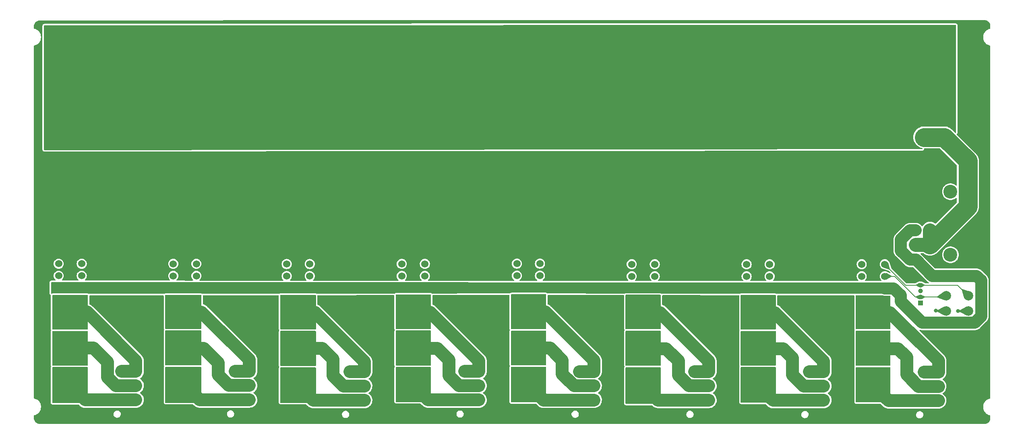
<source format=gbr>
%TF.GenerationSoftware,KiCad,Pcbnew,7.99.0-957-g18dd623122*%
%TF.CreationDate,2023-07-20T13:07:21-04:00*%
%TF.ProjectId,ESC_Carrier,4553435f-4361-4727-9269-65722e6b6963,rev?*%
%TF.SameCoordinates,Original*%
%TF.FileFunction,Copper,L1,Top*%
%TF.FilePolarity,Positive*%
%FSLAX46Y46*%
G04 Gerber Fmt 4.6, Leading zero omitted, Abs format (unit mm)*
G04 Created by KiCad (PCBNEW 7.99.0-957-g18dd623122) date 2023-07-20 13:07:21*
%MOMM*%
%LPD*%
G01*
G04 APERTURE LIST*
%TA.AperFunction,ComponentPad*%
%ADD10R,1.520000X1.520000*%
%TD*%
%TA.AperFunction,ComponentPad*%
%ADD11C,1.520000*%
%TD*%
%TA.AperFunction,ComponentPad*%
%ADD12C,1.524000*%
%TD*%
%TA.AperFunction,ComponentPad*%
%ADD13C,2.909999*%
%TD*%
%TA.AperFunction,ComponentPad*%
%ADD14R,3.810000X3.810000*%
%TD*%
%TA.AperFunction,ComponentPad*%
%ADD15C,3.810000*%
%TD*%
%TA.AperFunction,SMDPad,CuDef*%
%ADD16C,2.000000*%
%TD*%
%TA.AperFunction,ComponentPad*%
%ADD17R,1.000000X1.000000*%
%TD*%
%TA.AperFunction,ComponentPad*%
%ADD18C,1.000000*%
%TD*%
%TA.AperFunction,ViaPad*%
%ADD19C,0.800000*%
%TD*%
%TA.AperFunction,Conductor*%
%ADD20C,0.250000*%
%TD*%
%TA.AperFunction,Conductor*%
%ADD21C,4.000000*%
%TD*%
%TA.AperFunction,Conductor*%
%ADD22C,0.130000*%
%TD*%
%TA.AperFunction,Conductor*%
%ADD23C,2.750000*%
%TD*%
%TA.AperFunction,Conductor*%
%ADD24C,2.500000*%
%TD*%
%TA.AperFunction,Conductor*%
%ADD25C,3.000000*%
%TD*%
G04 APERTURE END LIST*
D10*
%TO.P,J17,1,1*%
%TO.N,/ESC7_PHASEC*%
X186649000Y-94120000D03*
D11*
%TO.P,J17,2,2*%
%TO.N,/ESC7_PHASEB*%
X186649000Y-97120000D03*
%TO.P,J17,3,3*%
%TO.N,/ESC7_PHASEA*%
X186649000Y-100120000D03*
%TO.P,J17,4,4*%
%TO.N,/ESC7_PHASEC*%
X183649000Y-94120000D03*
%TO.P,J17,5,5*%
%TO.N,/ESC7_PHASEB*%
X183649000Y-97120000D03*
%TO.P,J17,6,6*%
%TO.N,/ESC7_PHASEA*%
X183649000Y-100120000D03*
%TD*%
D10*
%TO.P,J13,1,1*%
%TO.N,/ESC3_PHASEC*%
X90089000Y-94100000D03*
D11*
%TO.P,J13,2,2*%
%TO.N,/ESC3_PHASEB*%
X90089000Y-97100000D03*
%TO.P,J13,3,3*%
%TO.N,/ESC3_PHASEA*%
X90089000Y-100100000D03*
%TO.P,J13,4,4*%
%TO.N,/ESC3_PHASEC*%
X87089000Y-94100000D03*
%TO.P,J13,5,5*%
%TO.N,/ESC3_PHASEB*%
X87089000Y-97100000D03*
%TO.P,J13,6,6*%
%TO.N,/ESC3_PHASEA*%
X87089000Y-100100000D03*
%TD*%
D12*
%TO.P,J5,1,1*%
%TO.N,/ESC5_PHASEA*%
X122149000Y-99260000D03*
%TO.P,J5,2,2*%
X127000000Y-99260000D03*
%TO.P,J5,3,3*%
X122149000Y-96720000D03*
%TO.P,J5,4,4*%
X127000000Y-96720000D03*
%TO.P,J5,5,5*%
X122149000Y-94180000D03*
%TO.P,J5,6,6*%
X127000000Y-94180000D03*
%TO.P,J5,7,7*%
%TO.N,/ESC5_PHASEB*%
X122149000Y-91640000D03*
%TO.P,J5,8,8*%
X127000000Y-91640000D03*
%TO.P,J5,9,9*%
X122149000Y-89100000D03*
%TO.P,J5,10,10*%
X127000000Y-89100000D03*
%TO.P,J5,11,11*%
X122149000Y-86560000D03*
%TO.P,J5,12,12*%
X127000000Y-86560000D03*
%TO.P,J5,13,13*%
%TO.N,/ESC5_PHASEC*%
X122149000Y-84020000D03*
%TO.P,J5,14,14*%
X127000000Y-84020000D03*
%TO.P,J5,15,15*%
X122149000Y-81480000D03*
%TO.P,J5,16,16*%
X127000000Y-81480000D03*
%TO.P,J5,17,17*%
X122149000Y-78940000D03*
%TO.P,J5,18,18*%
X127000000Y-78940000D03*
%TO.P,J5,19,19*%
%TO.N,/3V3*%
X122149000Y-76400000D03*
%TO.P,J5,20,20*%
X127000000Y-76400000D03*
%TO.P,J5,21,21*%
%TO.N,/TX*%
X122149000Y-73860000D03*
%TO.P,J5,22,22*%
%TO.N,/RX*%
X127000000Y-73860000D03*
%TO.P,J5,23,23*%
%TO.N,/TX_1*%
X122149000Y-71320000D03*
%TO.P,J5,24,24*%
%TO.N,/RX_1*%
X127000000Y-71320000D03*
%TO.P,J5,25,25*%
%TO.N,GND*%
X122149000Y-68780000D03*
%TO.P,J5,26,26*%
X127000000Y-68780000D03*
%TO.P,J5,27,27*%
X122149000Y-66240000D03*
%TO.P,J5,28,28*%
X127000000Y-66240000D03*
%TO.P,J5,29,29*%
X122149000Y-63700000D03*
%TO.P,J5,30,30*%
X127000000Y-63700000D03*
%TO.P,J5,31,31*%
X122149000Y-61160000D03*
%TO.P,J5,32,32*%
X127000000Y-61160000D03*
%TO.P,J5,33,33*%
X122149000Y-58620000D03*
%TO.P,J5,34,34*%
X127000000Y-58620000D03*
%TO.P,J5,35,35*%
X122149000Y-56080000D03*
%TO.P,J5,36,36*%
X127000000Y-56080000D03*
%TO.P,J5,37,37*%
X122149000Y-53540000D03*
%TO.P,J5,38,38*%
X127000000Y-53540000D03*
%TO.P,J5,39,39*%
X122149000Y-51000000D03*
%TO.P,J5,40,40*%
X127000000Y-51000000D03*
%TO.P,J5,41,41*%
X122149000Y-48460000D03*
%TO.P,J5,42,42*%
X127000000Y-48460000D03*
%TO.P,J5,43,43*%
%TO.N,/12V*%
X122149000Y-45920000D03*
%TO.P,J5,44,44*%
X127000000Y-45920000D03*
%TO.P,J5,45,45*%
X122149000Y-43380000D03*
%TO.P,J5,46,46*%
X127000000Y-43380000D03*
%TO.P,J5,47,47*%
X122149000Y-40840000D03*
%TO.P,J5,48,48*%
X127000000Y-40840000D03*
%TO.P,J5,49,49*%
X122149000Y-38300000D03*
%TO.P,J5,50,50*%
X127000000Y-38300000D03*
%TO.P,J5,51,51*%
X122149000Y-35760000D03*
%TO.P,J5,52,52*%
X127000000Y-35760000D03*
%TO.P,J5,53,53*%
X122149000Y-33220000D03*
%TO.P,J5,54,54*%
X127000000Y-33220000D03*
%TO.P,J5,55,55*%
X122149000Y-30680000D03*
%TO.P,J5,56,56*%
X127000000Y-30680000D03*
%TO.P,J5,57,57*%
X122149000Y-28140000D03*
%TO.P,J5,58,58*%
X127000000Y-28140000D03*
%TO.P,J5,59,59*%
X122149000Y-25600000D03*
%TO.P,J5,60,60*%
X127000000Y-25600000D03*
%TD*%
D10*
%TO.P,J10,1,Pin_1*%
%TO.N,GND*%
X208999999Y-58300000D03*
D11*
%TO.P,J10,2,Pin_2*%
X208999999Y-61299999D03*
%TO.P,J10,3,Pin_3*%
%TO.N,/12Vin*%
X208999999Y-64299998D03*
%TO.P,J10,4,Pin_4*%
X208999999Y-67299997D03*
%TO.P,J10,5,Pin_5*%
%TO.N,GND*%
X206000000Y-58300000D03*
%TO.P,J10,6,Pin_6*%
X206000000Y-61299999D03*
%TO.P,J10,7,Pin_7*%
%TO.N,/3V3*%
X206000000Y-64299998D03*
%TO.P,J10,8,Pin_8*%
%TO.N,/12Vin*%
X206000000Y-67299997D03*
D13*
%TO.P,J10,P1*%
%TO.N,N/C*%
X213319998Y-56150002D03*
%TO.P,J10,P2*%
X213319998Y-69449995D03*
%TD*%
D12*
%TO.P,J7,1,1*%
%TO.N,/ESC7_PHASEA*%
X170449000Y-99400000D03*
%TO.P,J7,2,2*%
X175300000Y-99400000D03*
%TO.P,J7,3,3*%
X170449000Y-96860000D03*
%TO.P,J7,4,4*%
X175300000Y-96860000D03*
%TO.P,J7,5,5*%
X170449000Y-94320000D03*
%TO.P,J7,6,6*%
X175300000Y-94320000D03*
%TO.P,J7,7,7*%
%TO.N,/ESC7_PHASEB*%
X170449000Y-91780000D03*
%TO.P,J7,8,8*%
X175300000Y-91780000D03*
%TO.P,J7,9,9*%
X170449000Y-89240000D03*
%TO.P,J7,10,10*%
X175300000Y-89240000D03*
%TO.P,J7,11,11*%
X170449000Y-86700000D03*
%TO.P,J7,12,12*%
X175300000Y-86700000D03*
%TO.P,J7,13,13*%
%TO.N,/ESC7_PHASEC*%
X170449000Y-84160000D03*
%TO.P,J7,14,14*%
X175300000Y-84160000D03*
%TO.P,J7,15,15*%
X170449000Y-81620000D03*
%TO.P,J7,16,16*%
X175300000Y-81620000D03*
%TO.P,J7,17,17*%
X170449000Y-79080000D03*
%TO.P,J7,18,18*%
X175300000Y-79080000D03*
%TO.P,J7,19,19*%
%TO.N,/3V3*%
X170449000Y-76540000D03*
%TO.P,J7,20,20*%
X175300000Y-76540000D03*
%TO.P,J7,21,21*%
%TO.N,/TX*%
X170449000Y-74000000D03*
%TO.P,J7,22,22*%
%TO.N,/RX*%
X175300000Y-74000000D03*
%TO.P,J7,23,23*%
%TO.N,/TX_1*%
X170449000Y-71460000D03*
%TO.P,J7,24,24*%
%TO.N,/RX_1*%
X175300000Y-71460000D03*
%TO.P,J7,25,25*%
%TO.N,GND*%
X170449000Y-68920000D03*
%TO.P,J7,26,26*%
X175300000Y-68920000D03*
%TO.P,J7,27,27*%
X170449000Y-66380000D03*
%TO.P,J7,28,28*%
X175300000Y-66380000D03*
%TO.P,J7,29,29*%
X170449000Y-63840000D03*
%TO.P,J7,30,30*%
X175300000Y-63840000D03*
%TO.P,J7,31,31*%
X170449000Y-61300000D03*
%TO.P,J7,32,32*%
X175300000Y-61300000D03*
%TO.P,J7,33,33*%
X170449000Y-58760000D03*
%TO.P,J7,34,34*%
X175300000Y-58760000D03*
%TO.P,J7,35,35*%
X170449000Y-56220000D03*
%TO.P,J7,36,36*%
X175300000Y-56220000D03*
%TO.P,J7,37,37*%
X170449000Y-53680000D03*
%TO.P,J7,38,38*%
X175300000Y-53680000D03*
%TO.P,J7,39,39*%
X170449000Y-51140000D03*
%TO.P,J7,40,40*%
X175300000Y-51140000D03*
%TO.P,J7,41,41*%
X170449000Y-48600000D03*
%TO.P,J7,42,42*%
X175300000Y-48600000D03*
%TO.P,J7,43,43*%
%TO.N,/12V*%
X170449000Y-46060000D03*
%TO.P,J7,44,44*%
X175300000Y-46060000D03*
%TO.P,J7,45,45*%
X170449000Y-43520000D03*
%TO.P,J7,46,46*%
X175300000Y-43520000D03*
%TO.P,J7,47,47*%
X170449000Y-40980000D03*
%TO.P,J7,48,48*%
X175300000Y-40980000D03*
%TO.P,J7,49,49*%
X170449000Y-38440000D03*
%TO.P,J7,50,50*%
X175300000Y-38440000D03*
%TO.P,J7,51,51*%
X170449000Y-35900000D03*
%TO.P,J7,52,52*%
X175300000Y-35900000D03*
%TO.P,J7,53,53*%
X170449000Y-33360000D03*
%TO.P,J7,54,54*%
X175300000Y-33360000D03*
%TO.P,J7,55,55*%
X170449000Y-30820000D03*
%TO.P,J7,56,56*%
X175300000Y-30820000D03*
%TO.P,J7,57,57*%
X170449000Y-28280000D03*
%TO.P,J7,58,58*%
X175300000Y-28280000D03*
%TO.P,J7,59,59*%
X170449000Y-25740000D03*
%TO.P,J7,60,60*%
X175300000Y-25740000D03*
%TD*%
%TO.P,J2,1,1*%
%TO.N,/ESC2_PHASEA*%
X49900000Y-99300000D03*
%TO.P,J2,2,2*%
X54751000Y-99300000D03*
%TO.P,J2,3,3*%
X49900000Y-96760000D03*
%TO.P,J2,4,4*%
X54751000Y-96760000D03*
%TO.P,J2,5,5*%
X49900000Y-94220000D03*
%TO.P,J2,6,6*%
X54751000Y-94220000D03*
%TO.P,J2,7,7*%
%TO.N,/ESC2_PHASEB*%
X49900000Y-91680000D03*
%TO.P,J2,8,8*%
X54751000Y-91680000D03*
%TO.P,J2,9,9*%
X49900000Y-89140000D03*
%TO.P,J2,10,10*%
X54751000Y-89140000D03*
%TO.P,J2,11,11*%
X49900000Y-86600000D03*
%TO.P,J2,12,12*%
X54751000Y-86600000D03*
%TO.P,J2,13,13*%
%TO.N,/ESC2_PHASEC*%
X49900000Y-84060000D03*
%TO.P,J2,14,14*%
X54751000Y-84060000D03*
%TO.P,J2,15,15*%
X49900000Y-81520000D03*
%TO.P,J2,16,16*%
X54751000Y-81520000D03*
%TO.P,J2,17,17*%
X49900000Y-78980000D03*
%TO.P,J2,18,18*%
X54751000Y-78980000D03*
%TO.P,J2,19,19*%
%TO.N,/3V3*%
X49900000Y-76440000D03*
%TO.P,J2,20,20*%
X54751000Y-76440000D03*
%TO.P,J2,21,21*%
%TO.N,/TX*%
X49900000Y-73900000D03*
%TO.P,J2,22,22*%
%TO.N,/RX*%
X54751000Y-73900000D03*
%TO.P,J2,23,23*%
%TO.N,/TX_1*%
X49900000Y-71360000D03*
%TO.P,J2,24,24*%
%TO.N,/RX_1*%
X54751000Y-71360000D03*
%TO.P,J2,25,25*%
%TO.N,GND*%
X49900000Y-68820000D03*
%TO.P,J2,26,26*%
X54751000Y-68820000D03*
%TO.P,J2,27,27*%
X49900000Y-66280000D03*
%TO.P,J2,28,28*%
X54751000Y-66280000D03*
%TO.P,J2,29,29*%
X49900000Y-63740000D03*
%TO.P,J2,30,30*%
X54751000Y-63740000D03*
%TO.P,J2,31,31*%
X49900000Y-61200000D03*
%TO.P,J2,32,32*%
X54751000Y-61200000D03*
%TO.P,J2,33,33*%
X49900000Y-58660000D03*
%TO.P,J2,34,34*%
X54751000Y-58660000D03*
%TO.P,J2,35,35*%
X49900000Y-56120000D03*
%TO.P,J2,36,36*%
X54751000Y-56120000D03*
%TO.P,J2,37,37*%
X49900000Y-53580000D03*
%TO.P,J2,38,38*%
X54751000Y-53580000D03*
%TO.P,J2,39,39*%
X49900000Y-51040000D03*
%TO.P,J2,40,40*%
X54751000Y-51040000D03*
%TO.P,J2,41,41*%
X49900000Y-48500000D03*
%TO.P,J2,42,42*%
X54751000Y-48500000D03*
%TO.P,J2,43,43*%
%TO.N,/12V*%
X49900000Y-45960000D03*
%TO.P,J2,44,44*%
X54751000Y-45960000D03*
%TO.P,J2,45,45*%
X49900000Y-43420000D03*
%TO.P,J2,46,46*%
X54751000Y-43420000D03*
%TO.P,J2,47,47*%
X49900000Y-40880000D03*
%TO.P,J2,48,48*%
X54751000Y-40880000D03*
%TO.P,J2,49,49*%
X49900000Y-38340000D03*
%TO.P,J2,50,50*%
X54751000Y-38340000D03*
%TO.P,J2,51,51*%
X49900000Y-35800000D03*
%TO.P,J2,52,52*%
X54751000Y-35800000D03*
%TO.P,J2,53,53*%
X49900000Y-33260000D03*
%TO.P,J2,54,54*%
X54751000Y-33260000D03*
%TO.P,J2,55,55*%
X49900000Y-30720000D03*
%TO.P,J2,56,56*%
X54751000Y-30720000D03*
%TO.P,J2,57,57*%
X49900000Y-28180000D03*
%TO.P,J2,58,58*%
X54751000Y-28180000D03*
%TO.P,J2,59,59*%
X49900000Y-25640000D03*
%TO.P,J2,60,60*%
X54751000Y-25640000D03*
%TD*%
D10*
%TO.P,J16,1,1*%
%TO.N,/ESC6_PHASEC*%
X162489000Y-94080000D03*
D11*
%TO.P,J16,2,2*%
%TO.N,/ESC6_PHASEB*%
X162489000Y-97080000D03*
%TO.P,J16,3,3*%
%TO.N,/ESC6_PHASEA*%
X162489000Y-100080000D03*
%TO.P,J16,4,4*%
%TO.N,/ESC6_PHASEC*%
X159489000Y-94080000D03*
%TO.P,J16,5,5*%
%TO.N,/ESC6_PHASEB*%
X159489000Y-97080000D03*
%TO.P,J16,6,6*%
%TO.N,/ESC6_PHASEA*%
X159489000Y-100080000D03*
%TD*%
D14*
%TO.P,U1,1,1*%
%TO.N,/12V*%
X210200000Y-27600000D03*
D15*
%TO.P,U1,2,2*%
%TO.N,/12Vin*%
X207800000Y-44700000D03*
%TD*%
D12*
%TO.P,J3,1,1*%
%TO.N,/ESC3_PHASEA*%
X73749000Y-99340000D03*
%TO.P,J3,2,2*%
X78600000Y-99340000D03*
%TO.P,J3,3,3*%
X73749000Y-96800000D03*
%TO.P,J3,4,4*%
X78600000Y-96800000D03*
%TO.P,J3,5,5*%
X73749000Y-94260000D03*
%TO.P,J3,6,6*%
X78600000Y-94260000D03*
%TO.P,J3,7,7*%
%TO.N,/ESC3_PHASEB*%
X73749000Y-91720000D03*
%TO.P,J3,8,8*%
X78600000Y-91720000D03*
%TO.P,J3,9,9*%
X73749000Y-89180000D03*
%TO.P,J3,10,10*%
X78600000Y-89180000D03*
%TO.P,J3,11,11*%
X73749000Y-86640000D03*
%TO.P,J3,12,12*%
X78600000Y-86640000D03*
%TO.P,J3,13,13*%
%TO.N,/ESC3_PHASEC*%
X73749000Y-84100000D03*
%TO.P,J3,14,14*%
X78600000Y-84100000D03*
%TO.P,J3,15,15*%
X73749000Y-81560000D03*
%TO.P,J3,16,16*%
X78600000Y-81560000D03*
%TO.P,J3,17,17*%
X73749000Y-79020000D03*
%TO.P,J3,18,18*%
X78600000Y-79020000D03*
%TO.P,J3,19,19*%
%TO.N,/3V3*%
X73749000Y-76480000D03*
%TO.P,J3,20,20*%
X78600000Y-76480000D03*
%TO.P,J3,21,21*%
%TO.N,/TX*%
X73749000Y-73940000D03*
%TO.P,J3,22,22*%
%TO.N,/RX*%
X78600000Y-73940000D03*
%TO.P,J3,23,23*%
%TO.N,/TX_1*%
X73749000Y-71400000D03*
%TO.P,J3,24,24*%
%TO.N,/RX_1*%
X78600000Y-71400000D03*
%TO.P,J3,25,25*%
%TO.N,GND*%
X73749000Y-68860000D03*
%TO.P,J3,26,26*%
X78600000Y-68860000D03*
%TO.P,J3,27,27*%
X73749000Y-66320000D03*
%TO.P,J3,28,28*%
X78600000Y-66320000D03*
%TO.P,J3,29,29*%
X73749000Y-63780000D03*
%TO.P,J3,30,30*%
X78600000Y-63780000D03*
%TO.P,J3,31,31*%
X73749000Y-61240000D03*
%TO.P,J3,32,32*%
X78600000Y-61240000D03*
%TO.P,J3,33,33*%
X73749000Y-58700000D03*
%TO.P,J3,34,34*%
X78600000Y-58700000D03*
%TO.P,J3,35,35*%
X73749000Y-56160000D03*
%TO.P,J3,36,36*%
X78600000Y-56160000D03*
%TO.P,J3,37,37*%
X73749000Y-53620000D03*
%TO.P,J3,38,38*%
X78600000Y-53620000D03*
%TO.P,J3,39,39*%
X73749000Y-51080000D03*
%TO.P,J3,40,40*%
X78600000Y-51080000D03*
%TO.P,J3,41,41*%
X73749000Y-48540000D03*
%TO.P,J3,42,42*%
X78600000Y-48540000D03*
%TO.P,J3,43,43*%
%TO.N,/12V*%
X73749000Y-46000000D03*
%TO.P,J3,44,44*%
X78600000Y-46000000D03*
%TO.P,J3,45,45*%
X73749000Y-43460000D03*
%TO.P,J3,46,46*%
X78600000Y-43460000D03*
%TO.P,J3,47,47*%
X73749000Y-40920000D03*
%TO.P,J3,48,48*%
X78600000Y-40920000D03*
%TO.P,J3,49,49*%
X73749000Y-38380000D03*
%TO.P,J3,50,50*%
X78600000Y-38380000D03*
%TO.P,J3,51,51*%
X73749000Y-35840000D03*
%TO.P,J3,52,52*%
X78600000Y-35840000D03*
%TO.P,J3,53,53*%
X73749000Y-33300000D03*
%TO.P,J3,54,54*%
X78600000Y-33300000D03*
%TO.P,J3,55,55*%
X73749000Y-30760000D03*
%TO.P,J3,56,56*%
X78600000Y-30760000D03*
%TO.P,J3,57,57*%
X73749000Y-28220000D03*
%TO.P,J3,58,58*%
X78600000Y-28220000D03*
%TO.P,J3,59,59*%
X73749000Y-25680000D03*
%TO.P,J3,60,60*%
X78600000Y-25680000D03*
%TD*%
D16*
%TO.P,TP7,1,1*%
%TO.N,/TX_1*%
X217100000Y-81326827D03*
%TD*%
%TO.P,TP5,1,1*%
%TO.N,/TX*%
X212400000Y-81326827D03*
%TD*%
%TO.P,TP2,1,1*%
%TO.N,/3V3*%
X218800000Y-73900000D03*
%TD*%
D12*
%TO.P,J4,1,1*%
%TO.N,/ESC4_PHASEA*%
X97949000Y-99320000D03*
%TO.P,J4,2,2*%
X102800000Y-99320000D03*
%TO.P,J4,3,3*%
X97949000Y-96780000D03*
%TO.P,J4,4,4*%
X102800000Y-96780000D03*
%TO.P,J4,5,5*%
X97949000Y-94240000D03*
%TO.P,J4,6,6*%
X102800000Y-94240000D03*
%TO.P,J4,7,7*%
%TO.N,/ESC4_PHASEB*%
X97949000Y-91700000D03*
%TO.P,J4,8,8*%
X102800000Y-91700000D03*
%TO.P,J4,9,9*%
X97949000Y-89160000D03*
%TO.P,J4,10,10*%
X102800000Y-89160000D03*
%TO.P,J4,11,11*%
X97949000Y-86620000D03*
%TO.P,J4,12,12*%
X102800000Y-86620000D03*
%TO.P,J4,13,13*%
%TO.N,/ESC4_PHASEC*%
X97949000Y-84080000D03*
%TO.P,J4,14,14*%
X102800000Y-84080000D03*
%TO.P,J4,15,15*%
X97949000Y-81540000D03*
%TO.P,J4,16,16*%
X102800000Y-81540000D03*
%TO.P,J4,17,17*%
X97949000Y-79000000D03*
%TO.P,J4,18,18*%
X102800000Y-79000000D03*
%TO.P,J4,19,19*%
%TO.N,/3V3*%
X97949000Y-76460000D03*
%TO.P,J4,20,20*%
X102800000Y-76460000D03*
%TO.P,J4,21,21*%
%TO.N,/TX*%
X97949000Y-73920000D03*
%TO.P,J4,22,22*%
%TO.N,/RX*%
X102800000Y-73920000D03*
%TO.P,J4,23,23*%
%TO.N,/TX_1*%
X97949000Y-71380000D03*
%TO.P,J4,24,24*%
%TO.N,/RX_1*%
X102800000Y-71380000D03*
%TO.P,J4,25,25*%
%TO.N,GND*%
X97949000Y-68840000D03*
%TO.P,J4,26,26*%
X102800000Y-68840000D03*
%TO.P,J4,27,27*%
X97949000Y-66300000D03*
%TO.P,J4,28,28*%
X102800000Y-66300000D03*
%TO.P,J4,29,29*%
X97949000Y-63760000D03*
%TO.P,J4,30,30*%
X102800000Y-63760000D03*
%TO.P,J4,31,31*%
X97949000Y-61220000D03*
%TO.P,J4,32,32*%
X102800000Y-61220000D03*
%TO.P,J4,33,33*%
X97949000Y-58680000D03*
%TO.P,J4,34,34*%
X102800000Y-58680000D03*
%TO.P,J4,35,35*%
X97949000Y-56140000D03*
%TO.P,J4,36,36*%
X102800000Y-56140000D03*
%TO.P,J4,37,37*%
X97949000Y-53600000D03*
%TO.P,J4,38,38*%
X102800000Y-53600000D03*
%TO.P,J4,39,39*%
X97949000Y-51060000D03*
%TO.P,J4,40,40*%
X102800000Y-51060000D03*
%TO.P,J4,41,41*%
X97949000Y-48520000D03*
%TO.P,J4,42,42*%
X102800000Y-48520000D03*
%TO.P,J4,43,43*%
%TO.N,/12V*%
X97949000Y-45980000D03*
%TO.P,J4,44,44*%
X102800000Y-45980000D03*
%TO.P,J4,45,45*%
X97949000Y-43440000D03*
%TO.P,J4,46,46*%
X102800000Y-43440000D03*
%TO.P,J4,47,47*%
X97949000Y-40900000D03*
%TO.P,J4,48,48*%
X102800000Y-40900000D03*
%TO.P,J4,49,49*%
X97949000Y-38360000D03*
%TO.P,J4,50,50*%
X102800000Y-38360000D03*
%TO.P,J4,51,51*%
X97949000Y-35820000D03*
%TO.P,J4,52,52*%
X102800000Y-35820000D03*
%TO.P,J4,53,53*%
X97949000Y-33280000D03*
%TO.P,J4,54,54*%
X102800000Y-33280000D03*
%TO.P,J4,55,55*%
X97949000Y-30740000D03*
%TO.P,J4,56,56*%
X102800000Y-30740000D03*
%TO.P,J4,57,57*%
X97949000Y-28200000D03*
%TO.P,J4,58,58*%
X102800000Y-28200000D03*
%TO.P,J4,59,59*%
X97949000Y-25660000D03*
%TO.P,J4,60,60*%
X102800000Y-25660000D03*
%TD*%
%TO.P,J1,1,1*%
%TO.N,/ESC1_PHASEA*%
X25801190Y-99291500D03*
%TO.P,J1,2,2*%
X30652190Y-99291500D03*
%TO.P,J1,3,3*%
X25801190Y-96751500D03*
%TO.P,J1,4,4*%
X30652190Y-96751500D03*
%TO.P,J1,5,5*%
X25801190Y-94211500D03*
%TO.P,J1,6,6*%
X30652190Y-94211500D03*
%TO.P,J1,7,7*%
%TO.N,/ESC1_PHASEB*%
X25801190Y-91671500D03*
%TO.P,J1,8,8*%
X30652190Y-91671500D03*
%TO.P,J1,9,9*%
X25801190Y-89131500D03*
%TO.P,J1,10,10*%
X30652190Y-89131500D03*
%TO.P,J1,11,11*%
X25801190Y-86591500D03*
%TO.P,J1,12,12*%
X30652190Y-86591500D03*
%TO.P,J1,13,13*%
%TO.N,/ESC1_PHASEC*%
X25801190Y-84051500D03*
%TO.P,J1,14,14*%
X30652190Y-84051500D03*
%TO.P,J1,15,15*%
X25801190Y-81511500D03*
%TO.P,J1,16,16*%
X30652190Y-81511500D03*
%TO.P,J1,17,17*%
X25801190Y-78971500D03*
%TO.P,J1,18,18*%
X30652190Y-78971500D03*
%TO.P,J1,19,19*%
%TO.N,/3V3*%
X25801190Y-76431500D03*
%TO.P,J1,20,20*%
X30652190Y-76431500D03*
%TO.P,J1,21,21*%
%TO.N,/TX*%
X25801190Y-73891500D03*
%TO.P,J1,22,22*%
%TO.N,/RX*%
X30652190Y-73891500D03*
%TO.P,J1,23,23*%
%TO.N,/TX_1*%
X25801190Y-71351500D03*
%TO.P,J1,24,24*%
%TO.N,/RX_1*%
X30652190Y-71351500D03*
%TO.P,J1,25,25*%
%TO.N,GND*%
X25801190Y-68811500D03*
%TO.P,J1,26,26*%
X30652190Y-68811500D03*
%TO.P,J1,27,27*%
X25801190Y-66271500D03*
%TO.P,J1,28,28*%
X30652190Y-66271500D03*
%TO.P,J1,29,29*%
X25801190Y-63731500D03*
%TO.P,J1,30,30*%
X30652190Y-63731500D03*
%TO.P,J1,31,31*%
X25801190Y-61191500D03*
%TO.P,J1,32,32*%
X30652190Y-61191500D03*
%TO.P,J1,33,33*%
X25801190Y-58651500D03*
%TO.P,J1,34,34*%
X30652190Y-58651500D03*
%TO.P,J1,35,35*%
X25801190Y-56111500D03*
%TO.P,J1,36,36*%
X30652190Y-56111500D03*
%TO.P,J1,37,37*%
X25801190Y-53571500D03*
%TO.P,J1,38,38*%
X30652190Y-53571500D03*
%TO.P,J1,39,39*%
X25801190Y-51031500D03*
%TO.P,J1,40,40*%
X30652190Y-51031500D03*
%TO.P,J1,41,41*%
X25801190Y-48491500D03*
%TO.P,J1,42,42*%
X30652190Y-48491500D03*
%TO.P,J1,43,43*%
%TO.N,/12V*%
X25801190Y-45951500D03*
%TO.P,J1,44,44*%
X30652190Y-45951500D03*
%TO.P,J1,45,45*%
X25801190Y-43411500D03*
%TO.P,J1,46,46*%
X30652190Y-43411500D03*
%TO.P,J1,47,47*%
X25801190Y-40871500D03*
%TO.P,J1,48,48*%
X30652190Y-40871500D03*
%TO.P,J1,49,49*%
X25801190Y-38331500D03*
%TO.P,J1,50,50*%
X30652190Y-38331500D03*
%TO.P,J1,51,51*%
X25801190Y-35791500D03*
%TO.P,J1,52,52*%
X30652190Y-35791500D03*
%TO.P,J1,53,53*%
X25801190Y-33251500D03*
%TO.P,J1,54,54*%
X30652190Y-33251500D03*
%TO.P,J1,55,55*%
X25801190Y-30711500D03*
%TO.P,J1,56,56*%
X30652190Y-30711500D03*
%TO.P,J1,57,57*%
X25801190Y-28171500D03*
%TO.P,J1,58,58*%
X30652190Y-28171500D03*
%TO.P,J1,59,59*%
X25801190Y-25631500D03*
%TO.P,J1,60,60*%
X30652190Y-25631500D03*
%TD*%
D10*
%TO.P,J12,1,1*%
%TO.N,/ESC2_PHASEC*%
X65891000Y-94000000D03*
D11*
%TO.P,J12,2,2*%
%TO.N,/ESC2_PHASEB*%
X65891000Y-97000000D03*
%TO.P,J12,3,3*%
%TO.N,/ESC2_PHASEA*%
X65891000Y-100000000D03*
%TO.P,J12,4,4*%
%TO.N,/ESC2_PHASEC*%
X62891000Y-94000000D03*
%TO.P,J12,5,5*%
%TO.N,/ESC2_PHASEB*%
X62891000Y-97000000D03*
%TO.P,J12,6,6*%
%TO.N,/ESC2_PHASEA*%
X62891000Y-100000000D03*
%TD*%
D12*
%TO.P,J8,1,1*%
%TO.N,/ESC8_PHASEA*%
X194649000Y-99380000D03*
%TO.P,J8,2,2*%
X199500000Y-99380000D03*
%TO.P,J8,3,3*%
X194649000Y-96840000D03*
%TO.P,J8,4,4*%
X199500000Y-96840000D03*
%TO.P,J8,5,5*%
X194649000Y-94300000D03*
%TO.P,J8,6,6*%
X199500000Y-94300000D03*
%TO.P,J8,7,7*%
%TO.N,/ESC8_PHASEB*%
X194649000Y-91760000D03*
%TO.P,J8,8,8*%
X199500000Y-91760000D03*
%TO.P,J8,9,9*%
X194649000Y-89220000D03*
%TO.P,J8,10,10*%
X199500000Y-89220000D03*
%TO.P,J8,11,11*%
X194649000Y-86680000D03*
%TO.P,J8,12,12*%
X199500000Y-86680000D03*
%TO.P,J8,13,13*%
%TO.N,/ESC8_PHASEC*%
X194649000Y-84140000D03*
%TO.P,J8,14,14*%
X199500000Y-84140000D03*
%TO.P,J8,15,15*%
X194649000Y-81600000D03*
%TO.P,J8,16,16*%
X199500000Y-81600000D03*
%TO.P,J8,17,17*%
X194649000Y-79060000D03*
%TO.P,J8,18,18*%
X199500000Y-79060000D03*
%TO.P,J8,19,19*%
%TO.N,/3V3*%
X194649000Y-76520000D03*
%TO.P,J8,20,20*%
X199500000Y-76520000D03*
%TO.P,J8,21,21*%
%TO.N,/TX*%
X194649000Y-73980000D03*
%TO.P,J8,22,22*%
%TO.N,/RX*%
X199500000Y-73980000D03*
%TO.P,J8,23,23*%
%TO.N,/TX_1*%
X194649000Y-71440000D03*
%TO.P,J8,24,24*%
%TO.N,/RX_1*%
X199500000Y-71440000D03*
%TO.P,J8,25,25*%
%TO.N,GND*%
X194649000Y-68900000D03*
%TO.P,J8,26,26*%
X199500000Y-68900000D03*
%TO.P,J8,27,27*%
X194649000Y-66360000D03*
%TO.P,J8,28,28*%
X199500000Y-66360000D03*
%TO.P,J8,29,29*%
X194649000Y-63820000D03*
%TO.P,J8,30,30*%
X199500000Y-63820000D03*
%TO.P,J8,31,31*%
X194649000Y-61280000D03*
%TO.P,J8,32,32*%
X199500000Y-61280000D03*
%TO.P,J8,33,33*%
X194649000Y-58740000D03*
%TO.P,J8,34,34*%
X199500000Y-58740000D03*
%TO.P,J8,35,35*%
X194649000Y-56200000D03*
%TO.P,J8,36,36*%
X199500000Y-56200000D03*
%TO.P,J8,37,37*%
X194649000Y-53660000D03*
%TO.P,J8,38,38*%
X199500000Y-53660000D03*
%TO.P,J8,39,39*%
X194649000Y-51120000D03*
%TO.P,J8,40,40*%
X199500000Y-51120000D03*
%TO.P,J8,41,41*%
X194649000Y-48580000D03*
%TO.P,J8,42,42*%
X199500000Y-48580000D03*
%TO.P,J8,43,43*%
%TO.N,/12V*%
X194649000Y-46040000D03*
%TO.P,J8,44,44*%
X199500000Y-46040000D03*
%TO.P,J8,45,45*%
X194649000Y-43500000D03*
%TO.P,J8,46,46*%
X199500000Y-43500000D03*
%TO.P,J8,47,47*%
X194649000Y-40960000D03*
%TO.P,J8,48,48*%
X199500000Y-40960000D03*
%TO.P,J8,49,49*%
X194649000Y-38420000D03*
%TO.P,J8,50,50*%
X199500000Y-38420000D03*
%TO.P,J8,51,51*%
X194649000Y-35880000D03*
%TO.P,J8,52,52*%
X199500000Y-35880000D03*
%TO.P,J8,53,53*%
X194649000Y-33340000D03*
%TO.P,J8,54,54*%
X199500000Y-33340000D03*
%TO.P,J8,55,55*%
X194649000Y-30800000D03*
%TO.P,J8,56,56*%
X199500000Y-30800000D03*
%TO.P,J8,57,57*%
X194649000Y-28260000D03*
%TO.P,J8,58,58*%
X199500000Y-28260000D03*
%TO.P,J8,59,59*%
X194649000Y-25720000D03*
%TO.P,J8,60,60*%
X199500000Y-25720000D03*
%TD*%
D16*
%TO.P,TP1,1,1*%
%TO.N,/12V*%
X35800000Y-25600000D03*
%TD*%
D17*
%TO.P,J9,1,1*%
%TO.N,/TX*%
X207000000Y-79600000D03*
D18*
%TO.P,J9,2,2*%
%TO.N,/RX*%
X207000000Y-78350000D03*
%TO.P,J9,3,3*%
%TO.N,/TX_1*%
X207000000Y-77100000D03*
%TO.P,J9,4,4*%
%TO.N,/RX_1*%
X207000000Y-75850000D03*
%TO.P,J9,5,5*%
%TO.N,GND*%
X207000000Y-74600000D03*
%TD*%
D16*
%TO.P,TP6,1,1*%
%TO.N,/RX_1*%
X217100000Y-78126120D03*
%TD*%
D10*
%TO.P,J18,1,1*%
%TO.N,/ESC8_PHASEC*%
X210789000Y-94180000D03*
D11*
%TO.P,J18,2,2*%
%TO.N,/ESC8_PHASEB*%
X210789000Y-97180000D03*
%TO.P,J18,3,3*%
%TO.N,/ESC8_PHASEA*%
X210789000Y-100180000D03*
%TO.P,J18,4,4*%
%TO.N,/ESC8_PHASEC*%
X207789000Y-94180000D03*
%TO.P,J18,5,5*%
%TO.N,/ESC8_PHASEB*%
X207789000Y-97180000D03*
%TO.P,J18,6,6*%
%TO.N,/ESC8_PHASEA*%
X207789000Y-100180000D03*
%TD*%
D10*
%TO.P,J11,1,1*%
%TO.N,/ESC1_PHASEC*%
X42041190Y-94031500D03*
D11*
%TO.P,J11,2,2*%
%TO.N,/ESC1_PHASEB*%
X42041190Y-97031500D03*
%TO.P,J11,3,3*%
%TO.N,/ESC1_PHASEA*%
X42041190Y-100031500D03*
%TO.P,J11,4,4*%
%TO.N,/ESC1_PHASEC*%
X39041190Y-94031500D03*
%TO.P,J11,5,5*%
%TO.N,/ESC1_PHASEB*%
X39041190Y-97031500D03*
%TO.P,J11,6,6*%
%TO.N,/ESC1_PHASEA*%
X39041190Y-100031500D03*
%TD*%
D16*
%TO.P,TP4,1,1*%
%TO.N,/RX*%
X212400000Y-78126120D03*
%TD*%
D10*
%TO.P,J14,1,1*%
%TO.N,/ESC4_PHASEC*%
X114149000Y-94020000D03*
D11*
%TO.P,J14,2,2*%
%TO.N,/ESC4_PHASEB*%
X114149000Y-97020000D03*
%TO.P,J14,3,3*%
%TO.N,/ESC4_PHASEA*%
X114149000Y-100020000D03*
%TO.P,J14,4,4*%
%TO.N,/ESC4_PHASEC*%
X111149000Y-94020000D03*
%TO.P,J14,5,5*%
%TO.N,/ESC4_PHASEB*%
X111149000Y-97020000D03*
%TO.P,J14,6,6*%
%TO.N,/ESC4_PHASEA*%
X111149000Y-100020000D03*
%TD*%
D10*
%TO.P,J15,1,1*%
%TO.N,/ESC5_PHASEC*%
X138349000Y-94060000D03*
D11*
%TO.P,J15,2,2*%
%TO.N,/ESC5_PHASEB*%
X138349000Y-97060000D03*
%TO.P,J15,3,3*%
%TO.N,/ESC5_PHASEA*%
X138349000Y-100060000D03*
%TO.P,J15,4,4*%
%TO.N,/ESC5_PHASEC*%
X135349000Y-94060000D03*
%TO.P,J15,5,5*%
%TO.N,/ESC5_PHASEB*%
X135349000Y-97060000D03*
%TO.P,J15,6,6*%
%TO.N,/ESC5_PHASEA*%
X135349000Y-100060000D03*
%TD*%
D12*
%TO.P,J6,1,1*%
%TO.N,/ESC6_PHASEA*%
X146298000Y-99380000D03*
%TO.P,J6,2,2*%
X151149000Y-99380000D03*
%TO.P,J6,3,3*%
X146298000Y-96840000D03*
%TO.P,J6,4,4*%
X151149000Y-96840000D03*
%TO.P,J6,5,5*%
X146298000Y-94300000D03*
%TO.P,J6,6,6*%
X151149000Y-94300000D03*
%TO.P,J6,7,7*%
%TO.N,/ESC6_PHASEB*%
X146298000Y-91760000D03*
%TO.P,J6,8,8*%
X151149000Y-91760000D03*
%TO.P,J6,9,9*%
X146298000Y-89220000D03*
%TO.P,J6,10,10*%
X151149000Y-89220000D03*
%TO.P,J6,11,11*%
X146298000Y-86680000D03*
%TO.P,J6,12,12*%
X151149000Y-86680000D03*
%TO.P,J6,13,13*%
%TO.N,/ESC6_PHASEC*%
X146298000Y-84140000D03*
%TO.P,J6,14,14*%
X151149000Y-84140000D03*
%TO.P,J6,15,15*%
X146298000Y-81600000D03*
%TO.P,J6,16,16*%
X151149000Y-81600000D03*
%TO.P,J6,17,17*%
X146298000Y-79060000D03*
%TO.P,J6,18,18*%
X151149000Y-79060000D03*
%TO.P,J6,19,19*%
%TO.N,/3V3*%
X146298000Y-76520000D03*
%TO.P,J6,20,20*%
X151149000Y-76520000D03*
%TO.P,J6,21,21*%
%TO.N,/TX*%
X146298000Y-73980000D03*
%TO.P,J6,22,22*%
%TO.N,/RX*%
X151149000Y-73980000D03*
%TO.P,J6,23,23*%
%TO.N,/TX_1*%
X146298000Y-71440000D03*
%TO.P,J6,24,24*%
%TO.N,/RX_1*%
X151149000Y-71440000D03*
%TO.P,J6,25,25*%
%TO.N,GND*%
X146298000Y-68900000D03*
%TO.P,J6,26,26*%
X151149000Y-68900000D03*
%TO.P,J6,27,27*%
X146298000Y-66360000D03*
%TO.P,J6,28,28*%
X151149000Y-66360000D03*
%TO.P,J6,29,29*%
X146298000Y-63820000D03*
%TO.P,J6,30,30*%
X151149000Y-63820000D03*
%TO.P,J6,31,31*%
X146298000Y-61280000D03*
%TO.P,J6,32,32*%
X151149000Y-61280000D03*
%TO.P,J6,33,33*%
X146298000Y-58740000D03*
%TO.P,J6,34,34*%
X151149000Y-58740000D03*
%TO.P,J6,35,35*%
X146298000Y-56200000D03*
%TO.P,J6,36,36*%
X151149000Y-56200000D03*
%TO.P,J6,37,37*%
X146298000Y-53660000D03*
%TO.P,J6,38,38*%
X151149000Y-53660000D03*
%TO.P,J6,39,39*%
X146298000Y-51120000D03*
%TO.P,J6,40,40*%
X151149000Y-51120000D03*
%TO.P,J6,41,41*%
X146298000Y-48580000D03*
%TO.P,J6,42,42*%
X151149000Y-48580000D03*
%TO.P,J6,43,43*%
%TO.N,/12V*%
X146298000Y-46040000D03*
%TO.P,J6,44,44*%
X151149000Y-46040000D03*
%TO.P,J6,45,45*%
X146298000Y-43500000D03*
%TO.P,J6,46,46*%
X151149000Y-43500000D03*
%TO.P,J6,47,47*%
X146298000Y-40960000D03*
%TO.P,J6,48,48*%
X151149000Y-40960000D03*
%TO.P,J6,49,49*%
X146298000Y-38420000D03*
%TO.P,J6,50,50*%
X151149000Y-38420000D03*
%TO.P,J6,51,51*%
X146298000Y-35880000D03*
%TO.P,J6,52,52*%
X151149000Y-35880000D03*
%TO.P,J6,53,53*%
X146298000Y-33340000D03*
%TO.P,J6,54,54*%
X151149000Y-33340000D03*
%TO.P,J6,55,55*%
X146298000Y-30800000D03*
%TO.P,J6,56,56*%
X151149000Y-30800000D03*
%TO.P,J6,57,57*%
X146298000Y-28260000D03*
%TO.P,J6,58,58*%
X151149000Y-28260000D03*
%TO.P,J6,59,59*%
X146298000Y-25720000D03*
%TO.P,J6,60,60*%
X151149000Y-25720000D03*
%TD*%
D19*
%TO.N,GND*%
X62800000Y-81500000D03*
X86100000Y-80200000D03*
X181900000Y-80800000D03*
X134200000Y-81100000D03*
X162500000Y-50800000D03*
X115000000Y-57500000D03*
X84300000Y-57100000D03*
X217200000Y-29000000D03*
X42900000Y-48900000D03*
X217000000Y-95500000D03*
X131800000Y-55800000D03*
X60900000Y-52700000D03*
X90900000Y-59100000D03*
X66000000Y-79900000D03*
X137000000Y-53900000D03*
X36300000Y-62400000D03*
X135800000Y-66100000D03*
X186700000Y-57800000D03*
X220000000Y-89400000D03*
X220900000Y-72900000D03*
X216400000Y-22900000D03*
X89300000Y-51200000D03*
X67400000Y-59700000D03*
X60500000Y-65000000D03*
X35900000Y-80800000D03*
X116100000Y-50300000D03*
X164000000Y-85700000D03*
X219500000Y-44900000D03*
X139600000Y-79800000D03*
X40500000Y-55300000D03*
X213800000Y-86700000D03*
X203500000Y-53300000D03*
X84900000Y-64700000D03*
X182800000Y-64600000D03*
X108900000Y-80800000D03*
X108300000Y-65500000D03*
X117100000Y-86400000D03*
X180400000Y-59200000D03*
X188500000Y-80000000D03*
X64800000Y-50000000D03*
X220200000Y-34500000D03*
X182200000Y-52200000D03*
X157800000Y-54200000D03*
X140000000Y-60100000D03*
X156900000Y-80300000D03*
X159500000Y-62200000D03*
X43000000Y-62900000D03*
X90700000Y-81500000D03*
X165000000Y-65700000D03*
X42100000Y-85100000D03*
%TO.N,/TX*%
X210200000Y-81200000D03*
%TO.N,/TX_1*%
X214900000Y-81300000D03*
%TD*%
D20*
%TO.N,/12V*%
X35840000Y-25640000D02*
X35800000Y-25600000D01*
D21*
X208320000Y-25720000D02*
X210200000Y-27600000D01*
D20*
X127120000Y-25720000D02*
X127000000Y-25600000D01*
D21*
X25801190Y-25631500D02*
X30652190Y-25631500D01*
D20*
X30683690Y-25600000D02*
X30652190Y-25631500D01*
D21*
X199411500Y-25631500D02*
X199500000Y-25720000D01*
X199500000Y-25720000D02*
X208320000Y-25720000D01*
X25801190Y-25631500D02*
X199411500Y-25631500D01*
D20*
X54791000Y-25680000D02*
X54751000Y-25640000D01*
D22*
%TO.N,/RX*%
X201574016Y-73980000D02*
X205944016Y-78350000D01*
X207000000Y-78350000D02*
X212176120Y-78350000D01*
X212176120Y-78350000D02*
X212400000Y-78126120D01*
X205944016Y-78350000D02*
X207000000Y-78350000D01*
X199500000Y-73980000D02*
X201574016Y-73980000D01*
D23*
%TO.N,/ESC1_PHASEA*%
X39041190Y-100031500D02*
X31392190Y-100031500D01*
X39041190Y-100031500D02*
X42041190Y-100031500D01*
X31392190Y-100031500D02*
X30652190Y-99291500D01*
D22*
%TO.N,/TX*%
X212400000Y-81326827D02*
X210326827Y-81326827D01*
X210326827Y-81326827D02*
X210200000Y-81200000D01*
%TO.N,/RX_1*%
X207000000Y-75850000D02*
X214823880Y-75850000D01*
X203910000Y-75850000D02*
X207000000Y-75850000D01*
X214823880Y-75850000D02*
X217100000Y-78126120D01*
X199500000Y-71440000D02*
X203910000Y-75850000D01*
%TO.N,/TX_1*%
X217100000Y-81326827D02*
X214926827Y-81326827D01*
D20*
X194528293Y-71319293D02*
X194649000Y-71440000D01*
X214926827Y-81326827D02*
X214900000Y-81300000D01*
D24*
%TO.N,/3V3*%
X218800000Y-73900000D02*
X209475298Y-73900000D01*
X201349865Y-76520000D02*
X199500000Y-76520000D01*
X204828776Y-64299998D02*
X206000000Y-64299998D01*
X207376327Y-83776327D02*
X202864932Y-79264932D01*
X206075298Y-70500000D02*
X204800000Y-70500000D01*
X202864932Y-78035067D02*
X201349865Y-76520000D01*
X207376327Y-83776327D02*
X218423673Y-83776327D01*
X209475298Y-73900000D02*
X206075298Y-70500000D01*
X204800000Y-70500000D02*
X202900000Y-68600000D01*
X202900000Y-66228774D02*
X204828776Y-64299998D01*
X219800000Y-82400000D02*
X219800000Y-74900000D01*
X202864932Y-79264932D02*
X202864932Y-78035067D01*
X202900000Y-68600000D02*
X202900000Y-66228774D01*
X218423673Y-83776327D02*
X219800000Y-82400000D01*
X219800000Y-74900000D02*
X218800000Y-73900000D01*
D23*
%TO.N,/ESC1_PHASEC*%
X42041190Y-94031500D02*
X39041190Y-94031500D01*
X31729820Y-81511500D02*
X42041190Y-91822870D01*
X42041190Y-91822870D02*
X42041190Y-94031500D01*
X30652190Y-81511500D02*
X31729820Y-81511500D01*
%TO.N,/ESC1_PHASEB*%
X36091690Y-92091690D02*
X36091690Y-95253223D01*
X37869967Y-97031500D02*
X42041190Y-97031500D01*
X36091690Y-95253223D02*
X37869967Y-97031500D01*
X30652190Y-89131500D02*
X33131500Y-89131500D01*
X33131500Y-89131500D02*
X36091690Y-92091690D01*
%TO.N,/ESC2_PHASEA*%
X62891000Y-100000000D02*
X55451000Y-100000000D01*
X55451000Y-100000000D02*
X54751000Y-99300000D01*
X62891000Y-100000000D02*
X65891000Y-100000000D01*
%TO.N,/ESC2_PHASEC*%
X65891000Y-91582370D02*
X65891000Y-94000000D01*
X55828630Y-81520000D02*
X65891000Y-91582370D01*
X65891000Y-94000000D02*
X62891000Y-94000000D01*
X54751000Y-81520000D02*
X55828630Y-81520000D01*
%TO.N,/ESC2_PHASEB*%
X56340000Y-89140000D02*
X59400000Y-92200000D01*
X59400000Y-92200000D02*
X59400000Y-94800000D01*
X54751000Y-89140000D02*
X56340000Y-89140000D01*
X59400000Y-94800000D02*
X61600000Y-97000000D01*
X61600000Y-97000000D02*
X65891000Y-97000000D01*
%TO.N,/ESC3_PHASEA*%
X79360000Y-100100000D02*
X78600000Y-99340000D01*
X87089000Y-100100000D02*
X79360000Y-100100000D01*
X87089000Y-100100000D02*
X90089000Y-100100000D01*
%TO.N,/ESC3_PHASEC*%
X90089000Y-91971370D02*
X90089000Y-94100000D01*
X79677630Y-81560000D02*
X90089000Y-91971370D01*
X90089000Y-94100000D02*
X87089000Y-94100000D01*
X78600000Y-81560000D02*
X79677630Y-81560000D01*
%TO.N,/ESC3_PHASEB*%
X83500000Y-94900000D02*
X85700000Y-97100000D01*
X78600000Y-89180000D02*
X81180000Y-89180000D01*
X83500000Y-91500000D02*
X83500000Y-94900000D01*
X85700000Y-97100000D02*
X90089000Y-97100000D01*
X81180000Y-89180000D02*
X83500000Y-91500000D01*
%TO.N,/ESC4_PHASEA*%
X103500000Y-100020000D02*
X102800000Y-99320000D01*
X111149000Y-100020000D02*
X114149000Y-100020000D01*
X111149000Y-100020000D02*
X103500000Y-100020000D01*
%TO.N,/ESC4_PHASEC*%
X114149000Y-91811370D02*
X114149000Y-94020000D01*
X114149000Y-94020000D02*
X111149000Y-94020000D01*
X102800000Y-81540000D02*
X103877630Y-81540000D01*
X103877630Y-81540000D02*
X114149000Y-91811370D01*
%TO.N,/ESC4_PHASEB*%
X102800000Y-89160000D02*
X105460000Y-89160000D01*
X107900000Y-91600000D02*
X107900000Y-94942223D01*
X105460000Y-89160000D02*
X107900000Y-91600000D01*
X109977777Y-97020000D02*
X114149000Y-97020000D01*
X107900000Y-94942223D02*
X109977777Y-97020000D01*
%TO.N,/ESC5_PHASEA*%
X127800000Y-100060000D02*
X127000000Y-99260000D01*
X135349000Y-100060000D02*
X138349000Y-100060000D01*
X135349000Y-100060000D02*
X127800000Y-100060000D01*
%TO.N,/ESC5_PHASEC*%
X127000000Y-81480000D02*
X128077630Y-81480000D01*
X128077630Y-81480000D02*
X138349000Y-91751370D01*
X138349000Y-91751370D02*
X138349000Y-94060000D01*
X138349000Y-94060000D02*
X135349000Y-94060000D01*
%TO.N,/ESC5_PHASEB*%
X127000000Y-89100000D02*
X129100000Y-89100000D01*
X134177777Y-97060000D02*
X138349000Y-97060000D01*
X131700000Y-91700000D02*
X131700000Y-94582223D01*
X129100000Y-89100000D02*
X131700000Y-91700000D01*
X131700000Y-94582223D02*
X134177777Y-97060000D01*
%TO.N,/ESC6_PHASEA*%
X151849000Y-100080000D02*
X151149000Y-99380000D01*
X159489000Y-100080000D02*
X162489000Y-100080000D01*
X159489000Y-100080000D02*
X151849000Y-100080000D01*
%TO.N,/ESC6_PHASEC*%
X162489000Y-94080000D02*
X159489000Y-94080000D01*
X151149000Y-81600000D02*
X152226630Y-81600000D01*
X162489000Y-91862370D02*
X162489000Y-94080000D01*
X152226630Y-81600000D02*
X162489000Y-91862370D01*
%TO.N,/ESC6_PHASEB*%
X156100000Y-94862223D02*
X158317777Y-97080000D01*
X156100000Y-91800000D02*
X156100000Y-94862223D01*
X158317777Y-97080000D02*
X162489000Y-97080000D01*
X151149000Y-89220000D02*
X153520000Y-89220000D01*
X153520000Y-89220000D02*
X156100000Y-91800000D01*
%TO.N,/ESC7_PHASEA*%
X176020000Y-100120000D02*
X175300000Y-99400000D01*
X183649000Y-100120000D02*
X176020000Y-100120000D01*
X183649000Y-100120000D02*
X186649000Y-100120000D01*
%TO.N,/ESC7_PHASEC*%
X176377630Y-81620000D02*
X186649000Y-91891370D01*
X186649000Y-91891370D02*
X186649000Y-94120000D01*
X175300000Y-81620000D02*
X176377630Y-81620000D01*
X186649000Y-94120000D02*
X183649000Y-94120000D01*
%TO.N,/ESC7_PHASEB*%
X182477777Y-97120000D02*
X186649000Y-97120000D01*
X180100000Y-94742223D02*
X182477777Y-97120000D01*
X175300000Y-89240000D02*
X178140000Y-89240000D01*
X180100000Y-91200000D02*
X180100000Y-94742223D01*
X178140000Y-89240000D02*
X180100000Y-91200000D01*
%TO.N,/ESC8_PHASEA*%
X200300000Y-100180000D02*
X199500000Y-99380000D01*
X207789000Y-100180000D02*
X210789000Y-100180000D01*
X207789000Y-100180000D02*
X200300000Y-100180000D01*
%TO.N,/ESC8_PHASEC*%
X210789000Y-91811370D02*
X210789000Y-94180000D01*
X200577630Y-81600000D02*
X210789000Y-91811370D01*
X210789000Y-94180000D02*
X207789000Y-94180000D01*
X199500000Y-81600000D02*
X200577630Y-81600000D01*
%TO.N,/ESC8_PHASEB*%
X207789000Y-97180000D02*
X210789000Y-97180000D01*
X206617777Y-97180000D02*
X207789000Y-97180000D01*
X204100000Y-91000000D02*
X204100000Y-94662223D01*
X199500000Y-89220000D02*
X202320000Y-89220000D01*
X202320000Y-89220000D02*
X204100000Y-91000000D01*
X204100000Y-94662223D02*
X206617777Y-97180000D01*
D25*
%TO.N,/12Vin*%
X208999999Y-67299997D02*
X208999999Y-64299998D01*
X208999999Y-67299997D02*
X206000000Y-67299997D01*
D21*
X212000000Y-44700000D02*
X216974497Y-49674497D01*
X207800000Y-44700000D02*
X212000000Y-44700000D01*
X216974497Y-49674497D02*
X216974497Y-59325499D01*
X216974497Y-59325499D02*
X208999999Y-67299997D01*
%TD*%
%TA.AperFunction,Conductor*%
%TO.N,/RX*%
G36*
X206813144Y-77898891D02*
G01*
X206813442Y-77899549D01*
X206999127Y-78345503D01*
X206999144Y-78354457D01*
X206999127Y-78354497D01*
X206813442Y-78800450D01*
X206807098Y-78806771D01*
X206798144Y-78806754D01*
X206797486Y-78806456D01*
X206006545Y-78418212D01*
X206000628Y-78411490D01*
X206000000Y-78407709D01*
X206000000Y-78292290D01*
X206003427Y-78284017D01*
X206006543Y-78281787D01*
X206797488Y-77893542D01*
X206806422Y-77892974D01*
X206813144Y-77898891D01*
G37*
%TD.AperFunction*%
%TD*%
%TA.AperFunction,Conductor*%
%TO.N,/TX_1*%
G36*
X216721778Y-80413824D02*
G01*
X216722250Y-80414825D01*
X217099136Y-81322340D01*
X217099145Y-81331294D01*
X217099136Y-81331314D01*
X216722250Y-82238828D01*
X216715912Y-82245155D01*
X216706958Y-82245146D01*
X216705957Y-82244674D01*
X215106212Y-81395125D01*
X215100513Y-81388218D01*
X215100000Y-81384792D01*
X215100000Y-81268861D01*
X215103427Y-81260588D01*
X215106212Y-81258528D01*
X216705958Y-80408978D01*
X216714871Y-80408125D01*
X216721778Y-80413824D01*
G37*
%TD.AperFunction*%
%TD*%
%TA.AperFunction,Conductor*%
%TO.N,/RX_1*%
G36*
X215738468Y-76668003D02*
G01*
X217470385Y-77198473D01*
X217477291Y-77204171D01*
X217478145Y-77213085D01*
X217477772Y-77214126D01*
X217102562Y-78122335D01*
X217096235Y-78128673D01*
X217096215Y-78128682D01*
X216188006Y-78503892D01*
X216179052Y-78503883D01*
X216172725Y-78497545D01*
X216172358Y-78496521D01*
X215641884Y-76764591D01*
X215642738Y-76755680D01*
X215644795Y-76752898D01*
X215726776Y-76670917D01*
X215735048Y-76667491D01*
X215738468Y-76668003D01*
G37*
%TD.AperFunction*%
%TD*%
%TA.AperFunction,Conductor*%
%TO.N,/TX*%
G36*
X212021778Y-80413824D02*
G01*
X212022250Y-80414825D01*
X212399136Y-81322340D01*
X212399145Y-81331294D01*
X212399136Y-81331314D01*
X212022250Y-82238828D01*
X212015912Y-82245155D01*
X212006958Y-82245146D01*
X212005957Y-82244674D01*
X210406211Y-81395125D01*
X210400512Y-81388218D01*
X210400000Y-81384798D01*
X210400000Y-81268858D01*
X210403426Y-81260588D01*
X210406207Y-81258530D01*
X212005958Y-80408978D01*
X212014871Y-80408125D01*
X212021778Y-80413824D01*
G37*
%TD.AperFunction*%
%TD*%
%TA.AperFunction,Conductor*%
%TO.N,/RX*%
G36*
X211699803Y-77425914D02*
G01*
X212395458Y-78120586D01*
X212398891Y-78128857D01*
X212397996Y-78133352D01*
X212021760Y-79039301D01*
X212015422Y-79045628D01*
X212006575Y-79045663D01*
X210451852Y-78417955D01*
X210445463Y-78411680D01*
X210444532Y-78407106D01*
X210444532Y-78291122D01*
X210447959Y-78282849D01*
X210449555Y-78281514D01*
X211684868Y-77424579D01*
X211693618Y-77422680D01*
X211699803Y-77425914D01*
G37*
%TD.AperFunction*%
%TD*%
%TA.AperFunction,Conductor*%
%TO.N,/TX*%
G36*
X210490870Y-80922781D02*
G01*
X210969787Y-81258334D01*
X210974596Y-81265887D01*
X210974773Y-81267915D01*
X210974773Y-81383003D01*
X210971346Y-81391276D01*
X210966289Y-81394252D01*
X210363082Y-81566690D01*
X210354185Y-81565669D01*
X210349067Y-81559943D01*
X210226469Y-81265887D01*
X210202020Y-81207246D01*
X210202000Y-81198293D01*
X210204557Y-81194461D01*
X210475899Y-80924075D01*
X210484179Y-80920664D01*
X210490870Y-80922781D01*
G37*
%TD.AperFunction*%
%TD*%
%TA.AperFunction,Conductor*%
%TO.N,/RX_1*%
G36*
X206813144Y-75398891D02*
G01*
X206813442Y-75399549D01*
X206999127Y-75845502D01*
X206999144Y-75854456D01*
X206999127Y-75854496D01*
X206813442Y-76300450D01*
X206807098Y-76306771D01*
X206798144Y-76306754D01*
X206797486Y-76306456D01*
X206006545Y-75918212D01*
X206000628Y-75911490D01*
X206000000Y-75907709D01*
X206000000Y-75792290D01*
X206003427Y-75784017D01*
X206006543Y-75781787D01*
X206797488Y-75393542D01*
X206806422Y-75392974D01*
X206813144Y-75398891D01*
G37*
%TD.AperFunction*%
%TD*%
%TA.AperFunction,Conductor*%
%TO.N,/RX*%
G36*
X199802012Y-73281447D02*
G01*
X199802896Y-73281858D01*
X201017686Y-73911726D01*
X201023453Y-73918577D01*
X201024000Y-73922113D01*
X201024000Y-74037886D01*
X201020573Y-74046159D01*
X201017686Y-74048273D01*
X199802908Y-74678135D01*
X199793986Y-74678901D01*
X199787135Y-74673134D01*
X199786718Y-74672238D01*
X199749200Y-74581971D01*
X199500865Y-73984489D01*
X199500855Y-73975536D01*
X199500866Y-73975510D01*
X199523060Y-73922113D01*
X199786718Y-73287760D01*
X199793058Y-73281436D01*
X199802012Y-73281447D01*
G37*
%TD.AperFunction*%
%TD*%
%TA.AperFunction,Conductor*%
%TO.N,/RX*%
G36*
X207201855Y-77893245D02*
G01*
X207202501Y-77893537D01*
X207993455Y-78281787D01*
X207999372Y-78288509D01*
X208000000Y-78292290D01*
X208000000Y-78407709D01*
X207996573Y-78415982D01*
X207993455Y-78418212D01*
X207202513Y-78806456D01*
X207193577Y-78807025D01*
X207186855Y-78801108D01*
X207186567Y-78800472D01*
X207000871Y-78354495D01*
X207000855Y-78345544D01*
X207186559Y-77899546D01*
X207192901Y-77893228D01*
X207201855Y-77893245D01*
G37*
%TD.AperFunction*%
%TD*%
%TA.AperFunction,Conductor*%
%TO.N,/RX_1*%
G36*
X200201181Y-71153263D02*
G01*
X200207506Y-71159603D01*
X200207844Y-71160531D01*
X200621442Y-72464888D01*
X200620676Y-72473810D01*
X200618562Y-72476697D01*
X200536697Y-72558562D01*
X200528424Y-72561989D01*
X200524888Y-72561442D01*
X199220531Y-72147844D01*
X199213680Y-72142077D01*
X199212914Y-72133155D01*
X199213243Y-72132251D01*
X199497437Y-71443787D01*
X199503761Y-71437448D01*
X200192229Y-71153252D01*
X200201181Y-71153263D01*
G37*
%TD.AperFunction*%
%TD*%
%TA.AperFunction,Conductor*%
%TO.N,/RX_1*%
G36*
X207201855Y-75393245D02*
G01*
X207202501Y-75393537D01*
X207993455Y-75781787D01*
X207999372Y-75788509D01*
X208000000Y-75792290D01*
X208000000Y-75907709D01*
X207996573Y-75915982D01*
X207993455Y-75918212D01*
X207202513Y-76306456D01*
X207193577Y-76307025D01*
X207186855Y-76301108D01*
X207186567Y-76300472D01*
X207000871Y-75854495D01*
X207000855Y-75845544D01*
X207186559Y-75399546D01*
X207192901Y-75393228D01*
X207201855Y-75393245D01*
G37*
%TD.AperFunction*%
%TD*%
%TA.AperFunction,Conductor*%
%TO.N,/TX_1*%
G36*
X215063487Y-80935870D02*
G01*
X215064342Y-80936268D01*
X215688333Y-81258557D01*
X215694111Y-81265398D01*
X215694664Y-81268952D01*
X215694664Y-81384142D01*
X215691237Y-81392415D01*
X215687612Y-81394879D01*
X215063956Y-81664840D01*
X215055002Y-81664982D01*
X215048571Y-81658751D01*
X215048509Y-81658605D01*
X215047209Y-81655487D01*
X214900875Y-81304499D01*
X214900855Y-81295550D01*
X215048187Y-80942165D01*
X215054533Y-80935849D01*
X215063487Y-80935870D01*
G37*
%TD.AperFunction*%
%TD*%
%TA.AperFunction,Conductor*%
%TO.N,/ESC5_PHASEC*%
G36*
X128243039Y-77759685D02*
G01*
X128288794Y-77812489D01*
X128300000Y-77864000D01*
X128300000Y-85010500D01*
X128280315Y-85077539D01*
X128227511Y-85123294D01*
X128176000Y-85134500D01*
X121024000Y-85134500D01*
X120956961Y-85114815D01*
X120911206Y-85062011D01*
X120900000Y-85010500D01*
X120900000Y-77864000D01*
X120919685Y-77796961D01*
X120972489Y-77751206D01*
X121024000Y-77740000D01*
X128176000Y-77740000D01*
X128243039Y-77759685D01*
G37*
%TD.AperFunction*%
%TD*%
%TA.AperFunction,Conductor*%
%TO.N,/ESC3_PHASEB*%
G36*
X79843039Y-85499685D02*
G01*
X79888794Y-85552489D01*
X79900000Y-85604000D01*
X79900000Y-92750500D01*
X79880315Y-92817539D01*
X79827511Y-92863294D01*
X79776000Y-92874500D01*
X72524000Y-92874500D01*
X72456961Y-92854815D01*
X72411206Y-92802011D01*
X72400000Y-92750500D01*
X72400000Y-85604000D01*
X72419685Y-85536961D01*
X72472489Y-85491206D01*
X72524000Y-85480000D01*
X79776000Y-85480000D01*
X79843039Y-85499685D01*
G37*
%TD.AperFunction*%
%TD*%
%TA.AperFunction,Conductor*%
%TO.N,/3V3*%
G36*
X200976072Y-75299929D02*
G01*
X201043097Y-75319651D01*
X201088822Y-75372481D01*
X201099999Y-75423929D01*
X201100000Y-77575853D01*
X201080315Y-77642892D01*
X201027512Y-77688647D01*
X200975854Y-77699853D01*
X199115968Y-77697659D01*
X199076849Y-77691278D01*
X199032899Y-77676606D01*
X199032878Y-77676600D01*
X199015949Y-77672428D01*
X198985140Y-77664835D01*
X198985136Y-77664834D01*
X198985135Y-77664834D01*
X198971439Y-77662608D01*
X198945875Y-77658455D01*
X198945863Y-77658454D01*
X198896889Y-77654500D01*
X198896878Y-77654500D01*
X193524000Y-77654500D01*
X193523991Y-77654500D01*
X193523990Y-77654501D01*
X193459064Y-77661481D01*
X193459052Y-77661483D01*
X193407546Y-77672688D01*
X193361887Y-77685784D01*
X193361329Y-77683838D01*
X193326984Y-77690833D01*
X176746629Y-77671280D01*
X176690574Y-77657813D01*
X176629107Y-77626559D01*
X176562078Y-77606877D01*
X176562072Y-77606876D01*
X176476000Y-77594500D01*
X169324000Y-77594500D01*
X169323991Y-77594500D01*
X169323990Y-77594501D01*
X169259064Y-77601481D01*
X169259052Y-77601483D01*
X169207546Y-77612688D01*
X169169345Y-77623644D01*
X169169335Y-77623649D01*
X169132370Y-77645267D01*
X169069626Y-77662228D01*
X152569223Y-77642769D01*
X152513167Y-77629301D01*
X152429732Y-77586877D01*
X152429111Y-77586561D01*
X152429110Y-77586560D01*
X152429109Y-77586560D01*
X152362078Y-77566877D01*
X152362072Y-77566876D01*
X152276000Y-77554500D01*
X145124000Y-77554500D01*
X145123991Y-77554500D01*
X145123990Y-77554501D01*
X145059064Y-77561481D01*
X145059052Y-77561483D01*
X145007546Y-77572688D01*
X144969345Y-77583644D01*
X144969343Y-77583645D01*
X144912814Y-77616706D01*
X144850068Y-77633667D01*
X128577933Y-77614478D01*
X128510917Y-77594714D01*
X128484367Y-77571682D01*
X128473920Y-77559625D01*
X128473916Y-77559621D01*
X128473908Y-77559612D01*
X128429192Y-77517451D01*
X128429189Y-77517449D01*
X128429187Y-77517447D01*
X128329111Y-77466561D01*
X128329110Y-77466560D01*
X128329109Y-77466560D01*
X128262078Y-77446877D01*
X128262072Y-77446876D01*
X128176000Y-77434500D01*
X121024000Y-77434500D01*
X121023991Y-77434500D01*
X121023990Y-77434501D01*
X120959064Y-77441481D01*
X120959052Y-77441483D01*
X120907546Y-77452688D01*
X120869345Y-77463644D01*
X120869341Y-77463646D01*
X120772431Y-77520323D01*
X120772423Y-77520329D01*
X120719634Y-77566071D01*
X120719618Y-77566086D01*
X120719518Y-77566193D01*
X120719490Y-77566208D01*
X120717377Y-77568236D01*
X120717267Y-77568121D01*
X120717263Y-77568126D01*
X120717183Y-77568033D01*
X120716890Y-77567728D01*
X120659197Y-77601451D01*
X120629173Y-77605104D01*
X116300058Y-77600000D01*
X116300037Y-77600000D01*
X116300000Y-77600000D01*
X114844533Y-77603096D01*
X104329621Y-77625468D01*
X104262540Y-77605926D01*
X104244290Y-77591687D01*
X104229192Y-77577451D01*
X104229189Y-77577449D01*
X104229187Y-77577447D01*
X104129111Y-77526561D01*
X104129110Y-77526560D01*
X104129109Y-77526560D01*
X104062078Y-77506877D01*
X104062072Y-77506876D01*
X103976000Y-77494500D01*
X96824000Y-77494500D01*
X96823991Y-77494500D01*
X96823990Y-77494501D01*
X96759064Y-77501481D01*
X96759052Y-77501483D01*
X96707546Y-77512688D01*
X96669345Y-77523644D01*
X96669341Y-77523646D01*
X96572431Y-77580323D01*
X96572429Y-77580325D01*
X96541787Y-77606877D01*
X96535947Y-77611937D01*
X96472391Y-77640961D01*
X96455009Y-77642223D01*
X80096533Y-77677028D01*
X80037870Y-77659938D01*
X80037093Y-77661467D01*
X79966295Y-77625468D01*
X79929111Y-77606561D01*
X79929110Y-77606560D01*
X79929109Y-77606560D01*
X79862078Y-77586877D01*
X79862072Y-77586876D01*
X79776000Y-77574500D01*
X72524000Y-77574500D01*
X72523991Y-77574500D01*
X72523990Y-77574501D01*
X72459064Y-77581481D01*
X72459052Y-77581483D01*
X72407546Y-77592688D01*
X72369345Y-77603644D01*
X72369341Y-77603646D01*
X72272427Y-77660326D01*
X72272426Y-77660326D01*
X72268681Y-77663572D01*
X72205123Y-77692594D01*
X72187747Y-77693855D01*
X69299868Y-77700000D01*
X56025558Y-77700000D01*
X55958519Y-77680315D01*
X55940491Y-77666220D01*
X55939023Y-77664836D01*
X55931187Y-77657447D01*
X55831111Y-77606561D01*
X55831110Y-77606560D01*
X55831109Y-77606560D01*
X55764078Y-77586877D01*
X55764072Y-77586876D01*
X55678000Y-77574500D01*
X48326000Y-77574500D01*
X48325991Y-77574500D01*
X48325990Y-77574501D01*
X48261064Y-77581481D01*
X48261052Y-77581483D01*
X48209546Y-77592688D01*
X48171345Y-77603644D01*
X48171341Y-77603646D01*
X48074431Y-77660323D01*
X48074429Y-77660325D01*
X48069226Y-77664834D01*
X48063594Y-77669714D01*
X48000038Y-77698738D01*
X47982392Y-77700000D01*
X32132829Y-77700000D01*
X32076627Y-77686532D01*
X32075738Y-77686080D01*
X31981301Y-77638061D01*
X31981300Y-77638060D01*
X31981299Y-77638060D01*
X31914268Y-77618377D01*
X31914262Y-77618376D01*
X31828190Y-77606000D01*
X24576190Y-77606000D01*
X24576181Y-77606000D01*
X24576180Y-77606001D01*
X24511254Y-77612981D01*
X24511242Y-77612983D01*
X24459736Y-77624188D01*
X24421535Y-77635144D01*
X24421527Y-77635148D01*
X24386600Y-77655575D01*
X24318793Y-77672428D01*
X24252639Y-77649945D01*
X24209142Y-77595267D01*
X24200000Y-77548537D01*
X24200000Y-75324070D01*
X24219685Y-75257031D01*
X24272489Y-75211276D01*
X24324069Y-75200070D01*
X200976072Y-75299929D01*
G37*
%TD.AperFunction*%
%TD*%
%TA.AperFunction,Conductor*%
%TO.N,/ESC6_PHASEA*%
G36*
X152343039Y-93179685D02*
G01*
X152388794Y-93232489D01*
X152400000Y-93284000D01*
X152400000Y-100736000D01*
X152380315Y-100803039D01*
X152327511Y-100848794D01*
X152276000Y-100860000D01*
X145124000Y-100860000D01*
X145056961Y-100840315D01*
X145011206Y-100787511D01*
X145000000Y-100736000D01*
X145000000Y-93284000D01*
X145019685Y-93216961D01*
X145072489Y-93171206D01*
X145124000Y-93160000D01*
X152276000Y-93160000D01*
X152343039Y-93179685D01*
G37*
%TD.AperFunction*%
%TD*%
%TA.AperFunction,Conductor*%
%TO.N,/ESC4_PHASEC*%
G36*
X104043039Y-77819685D02*
G01*
X104088794Y-77872489D01*
X104100000Y-77924000D01*
X104100000Y-84970500D01*
X104080315Y-85037539D01*
X104027511Y-85083294D01*
X103976000Y-85094500D01*
X96824000Y-85094500D01*
X96756961Y-85074815D01*
X96711206Y-85022011D01*
X96700000Y-84970500D01*
X96700000Y-77924000D01*
X96719685Y-77856961D01*
X96772489Y-77811206D01*
X96824000Y-77800000D01*
X103976000Y-77800000D01*
X104043039Y-77819685D01*
G37*
%TD.AperFunction*%
%TD*%
%TA.AperFunction,Conductor*%
%TO.N,/ESC8_PHASEC*%
G36*
X198936143Y-77966380D02*
G01*
X199127734Y-78030343D01*
X199127737Y-78030343D01*
X199127739Y-78030344D01*
X199374828Y-78070500D01*
X199374831Y-78070500D01*
X200576000Y-78070500D01*
X200643039Y-78090185D01*
X200688794Y-78142989D01*
X200700000Y-78194500D01*
X200700000Y-85030500D01*
X200680315Y-85097539D01*
X200627511Y-85143294D01*
X200576000Y-85154500D01*
X193524000Y-85154500D01*
X193456961Y-85134815D01*
X193411206Y-85082011D01*
X193400000Y-85030500D01*
X193400000Y-78084000D01*
X193419685Y-78016961D01*
X193472489Y-77971206D01*
X193524000Y-77960000D01*
X198896878Y-77960000D01*
X198936143Y-77966380D01*
G37*
%TD.AperFunction*%
%TD*%
%TA.AperFunction,Conductor*%
%TO.N,/ESC2_PHASEC*%
G36*
X55745039Y-77899685D02*
G01*
X55790794Y-77952489D01*
X55802000Y-78004000D01*
X55802000Y-84950500D01*
X55782315Y-85017539D01*
X55729511Y-85063294D01*
X55678000Y-85074500D01*
X48326000Y-85074500D01*
X48258961Y-85054815D01*
X48213206Y-85002011D01*
X48202000Y-84950500D01*
X48202000Y-78004000D01*
X48221685Y-77936961D01*
X48274489Y-77891206D01*
X48326000Y-77880000D01*
X55678000Y-77880000D01*
X55745039Y-77899685D01*
G37*
%TD.AperFunction*%
%TD*%
%TA.AperFunction,Conductor*%
%TO.N,GND*%
G36*
X220502426Y-20000691D02*
G01*
X220528818Y-20002768D01*
X220677919Y-20014502D01*
X220697128Y-20017545D01*
X220861183Y-20056931D01*
X220879675Y-20062940D01*
X220970238Y-20100452D01*
X221035547Y-20127504D01*
X221052884Y-20136338D01*
X221196725Y-20224484D01*
X221212466Y-20235920D01*
X221322134Y-20329584D01*
X221329552Y-20335920D01*
X221340753Y-20345486D01*
X221354513Y-20359246D01*
X221464079Y-20487533D01*
X221475515Y-20503274D01*
X221563661Y-20647115D01*
X221572495Y-20664452D01*
X221637057Y-20820317D01*
X221643070Y-20838823D01*
X221682453Y-21002866D01*
X221685497Y-21022084D01*
X221699309Y-21197572D01*
X221699500Y-21202439D01*
X221699500Y-21718897D01*
X221679815Y-21785936D01*
X221627011Y-21831691D01*
X221610435Y-21837874D01*
X221369177Y-21908714D01*
X221134919Y-22015696D01*
X221134896Y-22015709D01*
X220918250Y-22154939D01*
X220918244Y-22154943D01*
X220723601Y-22323601D01*
X220554943Y-22518244D01*
X220554939Y-22518250D01*
X220415709Y-22734896D01*
X220415696Y-22734919D01*
X220308714Y-22969177D01*
X220236154Y-23216293D01*
X220236151Y-23216303D01*
X220199500Y-23471227D01*
X220199500Y-23728772D01*
X220236151Y-23983696D01*
X220236154Y-23983706D01*
X220308714Y-24230822D01*
X220415696Y-24465080D01*
X220415709Y-24465103D01*
X220554939Y-24681749D01*
X220554943Y-24681755D01*
X220723601Y-24876398D01*
X220918244Y-25045056D01*
X220918250Y-25045060D01*
X221134896Y-25184290D01*
X221134919Y-25184303D01*
X221369177Y-25291285D01*
X221369181Y-25291286D01*
X221369183Y-25291287D01*
X221610435Y-25362125D01*
X221669213Y-25399899D01*
X221698238Y-25463455D01*
X221699500Y-25481101D01*
X221699500Y-26243827D01*
X221699500Y-76843827D01*
X221699500Y-79256688D01*
X221699499Y-81695180D01*
X221699500Y-81695190D01*
X221699500Y-99618897D01*
X221679815Y-99685936D01*
X221627011Y-99731691D01*
X221610435Y-99737874D01*
X221369177Y-99808714D01*
X221134919Y-99915696D01*
X221134896Y-99915709D01*
X220918250Y-100054939D01*
X220918244Y-100054943D01*
X220723601Y-100223601D01*
X220554943Y-100418244D01*
X220554939Y-100418250D01*
X220415709Y-100634896D01*
X220415696Y-100634919D01*
X220308714Y-100869177D01*
X220236154Y-101116293D01*
X220236151Y-101116303D01*
X220205314Y-101330787D01*
X220199500Y-101371226D01*
X220199500Y-101628774D01*
X220204096Y-101660737D01*
X220236151Y-101883696D01*
X220236154Y-101883706D01*
X220308714Y-102130822D01*
X220415696Y-102365080D01*
X220415709Y-102365103D01*
X220554939Y-102581749D01*
X220554943Y-102581755D01*
X220723601Y-102776398D01*
X220918244Y-102945056D01*
X220918250Y-102945060D01*
X221134896Y-103084290D01*
X221134919Y-103084303D01*
X221369177Y-103191285D01*
X221369181Y-103191286D01*
X221369183Y-103191287D01*
X221610435Y-103262125D01*
X221669213Y-103299899D01*
X221698238Y-103363455D01*
X221699500Y-103381102D01*
X221699500Y-103897559D01*
X221699309Y-103902426D01*
X221685497Y-104077915D01*
X221682453Y-104097133D01*
X221643070Y-104261176D01*
X221637057Y-104279682D01*
X221572495Y-104435547D01*
X221563661Y-104452884D01*
X221475515Y-104596725D01*
X221464079Y-104612466D01*
X221354513Y-104740753D01*
X221340753Y-104754513D01*
X221212466Y-104864079D01*
X221196725Y-104875515D01*
X221052884Y-104963661D01*
X221035547Y-104972495D01*
X220879682Y-105037057D01*
X220861176Y-105043070D01*
X220697133Y-105082453D01*
X220677915Y-105085497D01*
X220502427Y-105099309D01*
X220497560Y-105099500D01*
X21802440Y-105099500D01*
X21797573Y-105099309D01*
X21622084Y-105085497D01*
X21602866Y-105082453D01*
X21438823Y-105043070D01*
X21420317Y-105037057D01*
X21264452Y-104972495D01*
X21247115Y-104963661D01*
X21103274Y-104875515D01*
X21087533Y-104864079D01*
X20959246Y-104754513D01*
X20945486Y-104740753D01*
X20835920Y-104612466D01*
X20824484Y-104596725D01*
X20736338Y-104452884D01*
X20727504Y-104435547D01*
X20714994Y-104405347D01*
X20662940Y-104279675D01*
X20656931Y-104261183D01*
X20617545Y-104097128D01*
X20614502Y-104077915D01*
X20600691Y-103902425D01*
X20600500Y-103897559D01*
X20600500Y-103381102D01*
X20620185Y-103314063D01*
X20672989Y-103268308D01*
X20689562Y-103262125D01*
X20930817Y-103191287D01*
X20930820Y-103191285D01*
X20930822Y-103191285D01*
X21165080Y-103084303D01*
X21165084Y-103084300D01*
X21165092Y-103084297D01*
X21177971Y-103076020D01*
X37336808Y-103076020D01*
X37365650Y-103239596D01*
X37367679Y-103251099D01*
X37390183Y-103303269D01*
X37438094Y-103414339D01*
X37544257Y-103556939D01*
X37680444Y-103671214D01*
X37710963Y-103686541D01*
X37839308Y-103750999D01*
X37839309Y-103750999D01*
X37839313Y-103751001D01*
X38012300Y-103792000D01*
X38012303Y-103792000D01*
X38145475Y-103792000D01*
X38145482Y-103792000D01*
X38277767Y-103776538D01*
X38444825Y-103715734D01*
X38593358Y-103618043D01*
X38715357Y-103488731D01*
X38804247Y-103334769D01*
X38855235Y-103164458D01*
X38862221Y-103044520D01*
X61186618Y-103044520D01*
X61212790Y-103192953D01*
X61217489Y-103219599D01*
X61223252Y-103232958D01*
X61287904Y-103382839D01*
X61377241Y-103502838D01*
X61394067Y-103525439D01*
X61530254Y-103639714D01*
X61583671Y-103666541D01*
X61689118Y-103719499D01*
X61689119Y-103719499D01*
X61689123Y-103719501D01*
X61862110Y-103760500D01*
X61862113Y-103760500D01*
X61995285Y-103760500D01*
X61995292Y-103760500D01*
X62127577Y-103745038D01*
X62294635Y-103684234D01*
X62443168Y-103586543D01*
X62565167Y-103457231D01*
X62654057Y-103303269D01*
X62701584Y-103144520D01*
X85384618Y-103144520D01*
X85414512Y-103314063D01*
X85415489Y-103319599D01*
X85434407Y-103363455D01*
X85485904Y-103482839D01*
X85556177Y-103577231D01*
X85592067Y-103625439D01*
X85728254Y-103739714D01*
X85781671Y-103766541D01*
X85887118Y-103819499D01*
X85887119Y-103819499D01*
X85887123Y-103819501D01*
X86060110Y-103860500D01*
X86060113Y-103860500D01*
X86193285Y-103860500D01*
X86193292Y-103860500D01*
X86325577Y-103845038D01*
X86492635Y-103784234D01*
X86641168Y-103686543D01*
X86763167Y-103557231D01*
X86852057Y-103403269D01*
X86903045Y-103232958D01*
X86912855Y-103064520D01*
X109444618Y-103064520D01*
X109470790Y-103212953D01*
X109475489Y-103239599D01*
X109501369Y-103299596D01*
X109545904Y-103402839D01*
X109637177Y-103525439D01*
X109652067Y-103545439D01*
X109788254Y-103659714D01*
X109841671Y-103686541D01*
X109947118Y-103739499D01*
X109947119Y-103739499D01*
X109947123Y-103739501D01*
X110120110Y-103780500D01*
X110120113Y-103780500D01*
X110253285Y-103780500D01*
X110253292Y-103780500D01*
X110385577Y-103765038D01*
X110552635Y-103704234D01*
X110701168Y-103606543D01*
X110823167Y-103477231D01*
X110912057Y-103323269D01*
X110963045Y-103152958D01*
X110965866Y-103104520D01*
X133644618Y-103104520D01*
X133674820Y-103275809D01*
X133675489Y-103279599D01*
X133699287Y-103334769D01*
X133745904Y-103442839D01*
X133835241Y-103562838D01*
X133852067Y-103585439D01*
X133988254Y-103699714D01*
X134066990Y-103739257D01*
X134147118Y-103779499D01*
X134147119Y-103779499D01*
X134147123Y-103779501D01*
X134320110Y-103820500D01*
X134320113Y-103820500D01*
X134453285Y-103820500D01*
X134453292Y-103820500D01*
X134585577Y-103805038D01*
X134752635Y-103744234D01*
X134901168Y-103646543D01*
X135023167Y-103517231D01*
X135112057Y-103363269D01*
X135163045Y-103192958D01*
X135167031Y-103124520D01*
X157784618Y-103124520D01*
X157809971Y-103268308D01*
X157815489Y-103299599D01*
X157842954Y-103363269D01*
X157885904Y-103462839D01*
X157977177Y-103585439D01*
X157992067Y-103605439D01*
X158128254Y-103719714D01*
X158190548Y-103750999D01*
X158287118Y-103799499D01*
X158287119Y-103799499D01*
X158287123Y-103799501D01*
X158460110Y-103840500D01*
X158460113Y-103840500D01*
X158593285Y-103840500D01*
X158593292Y-103840500D01*
X158725577Y-103825038D01*
X158892635Y-103764234D01*
X159041168Y-103666543D01*
X159163167Y-103537231D01*
X159252057Y-103383269D01*
X159303045Y-103212958D01*
X159305866Y-103164520D01*
X181944618Y-103164520D01*
X181974637Y-103334771D01*
X181975489Y-103339599D01*
X182001369Y-103399596D01*
X182045904Y-103502839D01*
X182107398Y-103585439D01*
X182152067Y-103645439D01*
X182288254Y-103759714D01*
X182352539Y-103791999D01*
X182447118Y-103839499D01*
X182447119Y-103839499D01*
X182447123Y-103839501D01*
X182620110Y-103880500D01*
X182620113Y-103880500D01*
X182753285Y-103880500D01*
X182753292Y-103880500D01*
X182885577Y-103865038D01*
X183052635Y-103804234D01*
X183201168Y-103706543D01*
X183323167Y-103577231D01*
X183412057Y-103423269D01*
X183463045Y-103252958D01*
X183464701Y-103224520D01*
X206084618Y-103224520D01*
X206112609Y-103383269D01*
X206115489Y-103399599D01*
X206125700Y-103423271D01*
X206185904Y-103562839D01*
X206266587Y-103671214D01*
X206292067Y-103705439D01*
X206428254Y-103819714D01*
X206493345Y-103852404D01*
X206587118Y-103899499D01*
X206587119Y-103899499D01*
X206587123Y-103899501D01*
X206760110Y-103940500D01*
X206760113Y-103940500D01*
X206893285Y-103940500D01*
X206893292Y-103940500D01*
X207025577Y-103925038D01*
X207192635Y-103864234D01*
X207341168Y-103766543D01*
X207463167Y-103637231D01*
X207552057Y-103483269D01*
X207603045Y-103312958D01*
X207613382Y-103135480D01*
X207582511Y-102960401D01*
X207512096Y-102797162D01*
X207511775Y-102796731D01*
X207422757Y-102677160D01*
X207405933Y-102654561D01*
X207398900Y-102648660D01*
X207269746Y-102540286D01*
X207269744Y-102540285D01*
X207110881Y-102460500D01*
X207109974Y-102460285D01*
X206937890Y-102419500D01*
X206804708Y-102419500D01*
X206688958Y-102433029D01*
X206672422Y-102434962D01*
X206672419Y-102434963D01*
X206505367Y-102495764D01*
X206437675Y-102540286D01*
X206356832Y-102593457D01*
X206356831Y-102593457D01*
X206356831Y-102593458D01*
X206234833Y-102722767D01*
X206145944Y-102876728D01*
X206145943Y-102876730D01*
X206145943Y-102876731D01*
X206139413Y-102898542D01*
X206094955Y-103047041D01*
X206094954Y-103047046D01*
X206084618Y-103224519D01*
X206084618Y-103224520D01*
X183464701Y-103224520D01*
X183473382Y-103075480D01*
X183442511Y-102900401D01*
X183372096Y-102737162D01*
X183365956Y-102728915D01*
X183282757Y-102617160D01*
X183265933Y-102594561D01*
X183264617Y-102593457D01*
X183129746Y-102480286D01*
X183129744Y-102480285D01*
X182970881Y-102400500D01*
X182950907Y-102395766D01*
X182797890Y-102359500D01*
X182664708Y-102359500D01*
X182548958Y-102373029D01*
X182532422Y-102374962D01*
X182532419Y-102374963D01*
X182365367Y-102435764D01*
X182297675Y-102480286D01*
X182216832Y-102533457D01*
X182216831Y-102533457D01*
X182216831Y-102533458D01*
X182094833Y-102662767D01*
X182005944Y-102816728D01*
X181954955Y-102987041D01*
X181954954Y-102987046D01*
X181944618Y-103164519D01*
X181944618Y-103164520D01*
X159305866Y-103164520D01*
X159313382Y-103035480D01*
X159282511Y-102860401D01*
X159212096Y-102697162D01*
X159211775Y-102696731D01*
X159126174Y-102581749D01*
X159105933Y-102554561D01*
X159080782Y-102533457D01*
X158969746Y-102440286D01*
X158969744Y-102440285D01*
X158810881Y-102360500D01*
X158806662Y-102359500D01*
X158637890Y-102319500D01*
X158504708Y-102319500D01*
X158388958Y-102333029D01*
X158372422Y-102334962D01*
X158372419Y-102334963D01*
X158205367Y-102395764D01*
X158107268Y-102460285D01*
X158056832Y-102493457D01*
X158056831Y-102493457D01*
X158056831Y-102493458D01*
X157934833Y-102622767D01*
X157845944Y-102776728D01*
X157794955Y-102947041D01*
X157794954Y-102947046D01*
X157784618Y-103124519D01*
X157784618Y-103124520D01*
X135167031Y-103124520D01*
X135173382Y-103015480D01*
X135142511Y-102840401D01*
X135072096Y-102677162D01*
X135061379Y-102662767D01*
X134986932Y-102562767D01*
X134965933Y-102534561D01*
X134964617Y-102533457D01*
X134829746Y-102420286D01*
X134829744Y-102420285D01*
X134670881Y-102340500D01*
X134650907Y-102335766D01*
X134497890Y-102299500D01*
X134364708Y-102299500D01*
X134248958Y-102313029D01*
X134232422Y-102314962D01*
X134232419Y-102314963D01*
X134065367Y-102375764D01*
X133997675Y-102420286D01*
X133916832Y-102473457D01*
X133916831Y-102473457D01*
X133916831Y-102473458D01*
X133794833Y-102602767D01*
X133705944Y-102756728D01*
X133654955Y-102927041D01*
X133654954Y-102927046D01*
X133644618Y-103104519D01*
X133644618Y-103104520D01*
X110965866Y-103104520D01*
X110973382Y-102975480D01*
X110942511Y-102800401D01*
X110872096Y-102637162D01*
X110864650Y-102627161D01*
X110780001Y-102513458D01*
X110765933Y-102494561D01*
X110764617Y-102493457D01*
X110629746Y-102380286D01*
X110629744Y-102380285D01*
X110470881Y-102300500D01*
X110466662Y-102299500D01*
X110297890Y-102259500D01*
X110164708Y-102259500D01*
X110048958Y-102273029D01*
X110032422Y-102274962D01*
X110032419Y-102274963D01*
X109865367Y-102335764D01*
X109780192Y-102391785D01*
X109716832Y-102433457D01*
X109716831Y-102433457D01*
X109716831Y-102433458D01*
X109594833Y-102562767D01*
X109505944Y-102716728D01*
X109454955Y-102887041D01*
X109454954Y-102887046D01*
X109444618Y-103064519D01*
X109444618Y-103064520D01*
X86912855Y-103064520D01*
X86913382Y-103055480D01*
X86882511Y-102880401D01*
X86812096Y-102717162D01*
X86811775Y-102716731D01*
X86726932Y-102602767D01*
X86705933Y-102574561D01*
X86656947Y-102533457D01*
X86569746Y-102460286D01*
X86569744Y-102460285D01*
X86410881Y-102380500D01*
X86390907Y-102375766D01*
X86237890Y-102339500D01*
X86104708Y-102339500D01*
X85988958Y-102353029D01*
X85972422Y-102354962D01*
X85972419Y-102354963D01*
X85805367Y-102415764D01*
X85717649Y-102473457D01*
X85656832Y-102513457D01*
X85656831Y-102513457D01*
X85656831Y-102513458D01*
X85534833Y-102642767D01*
X85445944Y-102796728D01*
X85394955Y-102967041D01*
X85394954Y-102967046D01*
X85384618Y-103144519D01*
X85384618Y-103144520D01*
X62701584Y-103144520D01*
X62705045Y-103132958D01*
X62715382Y-102955480D01*
X62684511Y-102780401D01*
X62614096Y-102617162D01*
X62603379Y-102602767D01*
X62531383Y-102506060D01*
X62507933Y-102474561D01*
X62506617Y-102473457D01*
X62371746Y-102360286D01*
X62371744Y-102360285D01*
X62212881Y-102280500D01*
X62212877Y-102280499D01*
X62039890Y-102239500D01*
X61906708Y-102239500D01*
X61790958Y-102253029D01*
X61774422Y-102254962D01*
X61774419Y-102254963D01*
X61607367Y-102315764D01*
X61532386Y-102365080D01*
X61458832Y-102413457D01*
X61458831Y-102413457D01*
X61458831Y-102413458D01*
X61336833Y-102542767D01*
X61247944Y-102696728D01*
X61247943Y-102696730D01*
X61247943Y-102696731D01*
X61238308Y-102728915D01*
X61196955Y-102867041D01*
X61196954Y-102867046D01*
X61186618Y-103044519D01*
X61186618Y-103044520D01*
X38862221Y-103044520D01*
X38865572Y-102986980D01*
X38834701Y-102811901D01*
X38764286Y-102648662D01*
X38759897Y-102642767D01*
X38682494Y-102538797D01*
X38658123Y-102506061D01*
X38643103Y-102493458D01*
X38521936Y-102391786D01*
X38521934Y-102391785D01*
X38363071Y-102312000D01*
X38363067Y-102311999D01*
X38190080Y-102271000D01*
X38056898Y-102271000D01*
X37941148Y-102284529D01*
X37924612Y-102286462D01*
X37924609Y-102286463D01*
X37757557Y-102347264D01*
X37676616Y-102400500D01*
X37609022Y-102444957D01*
X37609021Y-102444957D01*
X37609021Y-102444958D01*
X37487023Y-102574267D01*
X37398134Y-102728228D01*
X37347145Y-102898541D01*
X37347144Y-102898546D01*
X37336808Y-103076019D01*
X37336808Y-103076020D01*
X21177971Y-103076020D01*
X21381756Y-102945056D01*
X21576398Y-102776398D01*
X21745056Y-102581756D01*
X21884297Y-102365092D01*
X21884300Y-102365084D01*
X21884303Y-102365080D01*
X21991285Y-102130822D01*
X21991285Y-102130820D01*
X21991287Y-102130817D01*
X22063847Y-101883701D01*
X22100500Y-101628774D01*
X22100500Y-101371226D01*
X22070921Y-101165500D01*
X22063848Y-101116303D01*
X22063845Y-101116293D01*
X22058686Y-101098721D01*
X21991287Y-100869183D01*
X21991286Y-100869181D01*
X21991285Y-100869177D01*
X21884303Y-100634919D01*
X21884290Y-100634896D01*
X21745060Y-100418250D01*
X21745056Y-100418244D01*
X21576398Y-100223601D01*
X21381755Y-100054943D01*
X21381749Y-100054939D01*
X21165103Y-99915709D01*
X21165080Y-99915696D01*
X20930822Y-99808714D01*
X20689565Y-99737874D01*
X20630787Y-99700099D01*
X20601762Y-99636543D01*
X20600500Y-99618897D01*
X20600500Y-71351500D01*
X24733549Y-71351500D01*
X24754062Y-71559784D01*
X24768775Y-71608286D01*
X24814818Y-71760069D01*
X24906221Y-71931072D01*
X24913481Y-71944653D01*
X25046253Y-72106436D01*
X25169657Y-72207711D01*
X25208040Y-72239211D01*
X25392621Y-72337872D01*
X25592904Y-72398627D01*
X25801190Y-72419141D01*
X26009476Y-72398627D01*
X26209759Y-72337872D01*
X26394340Y-72239211D01*
X26556126Y-72106436D01*
X26688901Y-71944650D01*
X26787562Y-71760069D01*
X26848317Y-71559786D01*
X26868831Y-71351500D01*
X29584549Y-71351500D01*
X29605062Y-71559784D01*
X29619775Y-71608286D01*
X29665818Y-71760069D01*
X29757221Y-71931072D01*
X29764481Y-71944653D01*
X29897253Y-72106436D01*
X30020657Y-72207711D01*
X30059040Y-72239211D01*
X30243621Y-72337872D01*
X30443904Y-72398627D01*
X30652190Y-72419141D01*
X30860476Y-72398627D01*
X31060759Y-72337872D01*
X31245340Y-72239211D01*
X31407126Y-72106436D01*
X31539901Y-71944650D01*
X31638562Y-71760069D01*
X31699317Y-71559786D01*
X31718994Y-71359999D01*
X48832359Y-71359999D01*
X48852872Y-71568284D01*
X48858939Y-71588284D01*
X48913628Y-71768569D01*
X49007747Y-71944653D01*
X49012291Y-71953153D01*
X49145063Y-72114936D01*
X49306846Y-72247708D01*
X49306850Y-72247711D01*
X49491431Y-72346372D01*
X49691714Y-72407127D01*
X49900000Y-72427641D01*
X50108286Y-72407127D01*
X50308569Y-72346372D01*
X50493150Y-72247711D01*
X50654936Y-72114936D01*
X50787711Y-71953150D01*
X50886372Y-71768569D01*
X50947127Y-71568286D01*
X50967641Y-71360000D01*
X53683359Y-71360000D01*
X53703872Y-71568284D01*
X53709939Y-71588284D01*
X53764628Y-71768569D01*
X53858747Y-71944653D01*
X53863291Y-71953153D01*
X53996063Y-72114936D01*
X54157846Y-72247708D01*
X54157850Y-72247711D01*
X54342431Y-72346372D01*
X54542714Y-72407127D01*
X54751000Y-72427641D01*
X54959286Y-72407127D01*
X55159569Y-72346372D01*
X55344150Y-72247711D01*
X55505936Y-72114936D01*
X55638711Y-71953150D01*
X55737372Y-71768569D01*
X55798127Y-71568286D01*
X55814701Y-71400000D01*
X72681359Y-71400000D01*
X72701872Y-71608284D01*
X72701873Y-71608286D01*
X72762628Y-71808569D01*
X72856990Y-71985108D01*
X72861291Y-71993153D01*
X72994063Y-72154936D01*
X73107106Y-72247708D01*
X73155850Y-72287711D01*
X73340431Y-72386372D01*
X73540714Y-72447127D01*
X73749000Y-72467641D01*
X73957286Y-72447127D01*
X74157569Y-72386372D01*
X74342150Y-72287711D01*
X74503936Y-72154936D01*
X74636711Y-71993150D01*
X74735372Y-71808569D01*
X74796127Y-71608286D01*
X74816641Y-71400000D01*
X77532359Y-71400000D01*
X77552872Y-71608284D01*
X77552873Y-71608286D01*
X77613628Y-71808569D01*
X77707990Y-71985108D01*
X77712291Y-71993153D01*
X77845063Y-72154936D01*
X77958106Y-72247708D01*
X78006850Y-72287711D01*
X78191431Y-72386372D01*
X78391714Y-72447127D01*
X78600000Y-72467641D01*
X78808286Y-72447127D01*
X79008569Y-72386372D01*
X79193150Y-72287711D01*
X79354936Y-72154936D01*
X79487711Y-71993150D01*
X79586372Y-71808569D01*
X79647127Y-71608286D01*
X79667641Y-71400000D01*
X79665671Y-71380000D01*
X96881359Y-71380000D01*
X96901872Y-71588284D01*
X96901873Y-71588286D01*
X96962628Y-71788569D01*
X97052428Y-71956573D01*
X97061291Y-71973153D01*
X97194063Y-72134936D01*
X97331476Y-72247708D01*
X97355850Y-72267711D01*
X97540431Y-72366372D01*
X97740714Y-72427127D01*
X97949000Y-72447641D01*
X98157286Y-72427127D01*
X98357569Y-72366372D01*
X98542150Y-72267711D01*
X98703936Y-72134936D01*
X98836711Y-71973150D01*
X98935372Y-71788569D01*
X98996127Y-71588286D01*
X99016641Y-71380000D01*
X101732359Y-71380000D01*
X101752872Y-71588284D01*
X101752873Y-71588286D01*
X101813628Y-71788569D01*
X101903428Y-71956573D01*
X101912291Y-71973153D01*
X102045063Y-72134936D01*
X102182476Y-72247708D01*
X102206850Y-72267711D01*
X102391431Y-72366372D01*
X102591714Y-72427127D01*
X102800000Y-72447641D01*
X103008286Y-72427127D01*
X103208569Y-72366372D01*
X103393150Y-72267711D01*
X103554936Y-72134936D01*
X103687711Y-71973150D01*
X103786372Y-71788569D01*
X103847127Y-71588286D01*
X103867641Y-71380000D01*
X103861732Y-71320000D01*
X121081359Y-71320000D01*
X121101872Y-71528284D01*
X121101873Y-71528286D01*
X121162628Y-71728569D01*
X121249793Y-71891643D01*
X121261291Y-71913153D01*
X121394063Y-72074936D01*
X121555846Y-72207708D01*
X121555850Y-72207711D01*
X121740431Y-72306372D01*
X121940714Y-72367127D01*
X122149000Y-72387641D01*
X122357286Y-72367127D01*
X122557569Y-72306372D01*
X122742150Y-72207711D01*
X122903936Y-72074936D01*
X123036711Y-71913150D01*
X123135372Y-71728569D01*
X123196127Y-71528286D01*
X123216641Y-71320000D01*
X125932359Y-71320000D01*
X125952872Y-71528284D01*
X125952873Y-71528286D01*
X126013628Y-71728569D01*
X126100793Y-71891643D01*
X126112291Y-71913153D01*
X126245063Y-72074936D01*
X126406846Y-72207708D01*
X126406850Y-72207711D01*
X126591431Y-72306372D01*
X126791714Y-72367127D01*
X127000000Y-72387641D01*
X127208286Y-72367127D01*
X127408569Y-72306372D01*
X127593150Y-72207711D01*
X127754936Y-72074936D01*
X127887711Y-71913150D01*
X127986372Y-71728569D01*
X128047127Y-71528286D01*
X128055822Y-71440000D01*
X145230359Y-71440000D01*
X145250872Y-71648284D01*
X145275227Y-71728571D01*
X145311628Y-71848569D01*
X145405034Y-72023319D01*
X145410291Y-72033153D01*
X145543063Y-72194936D01*
X145704846Y-72327708D01*
X145704850Y-72327711D01*
X145889431Y-72426372D01*
X146089714Y-72487127D01*
X146298000Y-72507641D01*
X146506286Y-72487127D01*
X146706569Y-72426372D01*
X146891150Y-72327711D01*
X147052936Y-72194936D01*
X147185711Y-72033150D01*
X147284372Y-71848569D01*
X147345127Y-71648286D01*
X147365641Y-71440000D01*
X150081359Y-71440000D01*
X150101872Y-71648284D01*
X150126227Y-71728571D01*
X150162628Y-71848569D01*
X150256034Y-72023319D01*
X150261291Y-72033153D01*
X150394063Y-72194936D01*
X150555846Y-72327708D01*
X150555850Y-72327711D01*
X150740431Y-72426372D01*
X150940714Y-72487127D01*
X151149000Y-72507641D01*
X151357286Y-72487127D01*
X151557569Y-72426372D01*
X151742150Y-72327711D01*
X151903936Y-72194936D01*
X152036711Y-72033150D01*
X152135372Y-71848569D01*
X152196127Y-71648286D01*
X152214671Y-71459999D01*
X169381359Y-71459999D01*
X169401872Y-71668284D01*
X169420160Y-71728571D01*
X169462628Y-71868569D01*
X169560040Y-72050814D01*
X169561291Y-72053153D01*
X169694063Y-72214936D01*
X169854216Y-72346370D01*
X169855850Y-72347711D01*
X170040431Y-72446372D01*
X170240714Y-72507127D01*
X170449000Y-72527641D01*
X170657286Y-72507127D01*
X170857569Y-72446372D01*
X171042150Y-72347711D01*
X171203936Y-72214936D01*
X171336711Y-72053150D01*
X171435372Y-71868569D01*
X171496127Y-71668286D01*
X171516641Y-71460000D01*
X171516641Y-71459999D01*
X174232359Y-71459999D01*
X174252872Y-71668284D01*
X174271160Y-71728571D01*
X174313628Y-71868569D01*
X174411040Y-72050814D01*
X174412291Y-72053153D01*
X174545063Y-72214936D01*
X174705216Y-72346370D01*
X174706850Y-72347711D01*
X174891431Y-72446372D01*
X175091714Y-72507127D01*
X175300000Y-72527641D01*
X175508286Y-72507127D01*
X175708569Y-72446372D01*
X175893150Y-72347711D01*
X176054936Y-72214936D01*
X176187711Y-72053150D01*
X176286372Y-71868569D01*
X176347127Y-71668286D01*
X176367641Y-71460000D01*
X176365671Y-71439999D01*
X193581359Y-71439999D01*
X193601872Y-71648284D01*
X193626227Y-71728571D01*
X193662628Y-71848569D01*
X193756034Y-72023319D01*
X193761291Y-72033153D01*
X193894063Y-72194936D01*
X194055846Y-72327708D01*
X194055850Y-72327711D01*
X194240431Y-72426372D01*
X194440714Y-72487127D01*
X194649000Y-72507641D01*
X194857286Y-72487127D01*
X195057569Y-72426372D01*
X195242150Y-72327711D01*
X195403936Y-72194936D01*
X195536711Y-72033150D01*
X195635372Y-71848569D01*
X195696127Y-71648286D01*
X195716641Y-71440000D01*
X195696127Y-71231714D01*
X195635372Y-71031431D01*
X195536711Y-70846850D01*
X195536708Y-70846846D01*
X195403936Y-70685063D01*
X195242153Y-70552291D01*
X195242151Y-70552290D01*
X195242150Y-70552289D01*
X195057569Y-70453628D01*
X194925710Y-70413629D01*
X194857284Y-70392872D01*
X194649000Y-70372359D01*
X194440715Y-70392872D01*
X194240428Y-70453629D01*
X194055846Y-70552291D01*
X193894063Y-70685063D01*
X193761291Y-70846846D01*
X193662629Y-71031428D01*
X193601872Y-71231715D01*
X193581359Y-71439999D01*
X176365671Y-71439999D01*
X176347127Y-71251714D01*
X176286372Y-71051431D01*
X176187711Y-70866850D01*
X176187708Y-70866846D01*
X176054936Y-70705063D01*
X175893153Y-70572291D01*
X175893151Y-70572290D01*
X175893150Y-70572289D01*
X175708569Y-70473628D01*
X175603234Y-70441675D01*
X175508284Y-70412872D01*
X175300000Y-70392359D01*
X175091715Y-70412872D01*
X174891428Y-70473629D01*
X174706846Y-70572291D01*
X174545063Y-70705063D01*
X174412291Y-70866846D01*
X174313629Y-71051428D01*
X174313628Y-71051430D01*
X174313628Y-71051431D01*
X174309478Y-71065111D01*
X174252872Y-71251715D01*
X174232359Y-71459999D01*
X171516641Y-71459999D01*
X171496127Y-71251714D01*
X171435372Y-71051431D01*
X171336711Y-70866850D01*
X171336708Y-70866846D01*
X171203936Y-70705063D01*
X171042153Y-70572291D01*
X171042151Y-70572290D01*
X171042150Y-70572289D01*
X170857569Y-70473628D01*
X170752234Y-70441675D01*
X170657284Y-70412872D01*
X170449000Y-70392359D01*
X170240715Y-70412872D01*
X170040428Y-70473629D01*
X169855846Y-70572291D01*
X169694063Y-70705063D01*
X169561291Y-70866846D01*
X169462629Y-71051428D01*
X169462628Y-71051430D01*
X169462628Y-71051431D01*
X169458478Y-71065111D01*
X169401872Y-71251715D01*
X169381359Y-71459999D01*
X152214671Y-71459999D01*
X152216641Y-71440000D01*
X152196127Y-71231714D01*
X152135372Y-71031431D01*
X152036711Y-70846850D01*
X152036708Y-70846846D01*
X151903936Y-70685063D01*
X151742153Y-70552291D01*
X151742151Y-70552290D01*
X151742150Y-70552289D01*
X151557569Y-70453628D01*
X151425710Y-70413629D01*
X151357284Y-70392872D01*
X151149000Y-70372359D01*
X150940715Y-70392872D01*
X150740428Y-70453629D01*
X150555846Y-70552291D01*
X150394063Y-70685063D01*
X150261291Y-70846846D01*
X150162629Y-71031428D01*
X150101872Y-71231715D01*
X150081359Y-71440000D01*
X147365641Y-71440000D01*
X147345127Y-71231714D01*
X147284372Y-71031431D01*
X147185711Y-70846850D01*
X147185708Y-70846846D01*
X147052936Y-70685063D01*
X146891153Y-70552291D01*
X146891151Y-70552290D01*
X146891150Y-70552289D01*
X146706569Y-70453628D01*
X146574710Y-70413629D01*
X146506284Y-70392872D01*
X146298000Y-70372359D01*
X146089715Y-70392872D01*
X145889428Y-70453629D01*
X145704846Y-70552291D01*
X145543063Y-70685063D01*
X145410291Y-70846846D01*
X145311629Y-71031428D01*
X145250872Y-71231715D01*
X145230359Y-71440000D01*
X128055822Y-71440000D01*
X128067641Y-71320000D01*
X128047127Y-71111714D01*
X127986372Y-70911431D01*
X127887711Y-70726850D01*
X127853418Y-70685064D01*
X127754936Y-70565063D01*
X127593153Y-70432291D01*
X127593151Y-70432290D01*
X127593150Y-70432289D01*
X127408569Y-70333628D01*
X127272523Y-70292359D01*
X127208284Y-70272872D01*
X127000000Y-70252359D01*
X126791715Y-70272872D01*
X126659851Y-70312873D01*
X126595615Y-70332359D01*
X126591428Y-70333629D01*
X126406846Y-70432291D01*
X126245063Y-70565063D01*
X126112291Y-70726846D01*
X126013629Y-70911428D01*
X125952872Y-71111715D01*
X125932359Y-71320000D01*
X123216641Y-71320000D01*
X123196127Y-71111714D01*
X123135372Y-70911431D01*
X123036711Y-70726850D01*
X123002418Y-70685064D01*
X122903936Y-70565063D01*
X122742153Y-70432291D01*
X122742151Y-70432290D01*
X122742150Y-70432289D01*
X122557569Y-70333628D01*
X122421523Y-70292359D01*
X122357284Y-70272872D01*
X122149000Y-70252359D01*
X121940715Y-70272872D01*
X121808851Y-70312873D01*
X121744615Y-70332359D01*
X121740428Y-70333629D01*
X121555846Y-70432291D01*
X121394063Y-70565063D01*
X121261291Y-70726846D01*
X121162629Y-70911428D01*
X121101872Y-71111715D01*
X121081359Y-71320000D01*
X103861732Y-71320000D01*
X103847127Y-71171714D01*
X103786372Y-70971431D01*
X103687711Y-70786850D01*
X103687708Y-70786846D01*
X103554936Y-70625063D01*
X103393153Y-70492291D01*
X103393151Y-70492290D01*
X103393150Y-70492289D01*
X103208569Y-70393628D01*
X103108427Y-70363250D01*
X103008284Y-70332872D01*
X102800000Y-70312359D01*
X102591715Y-70332872D01*
X102457362Y-70373628D01*
X102395615Y-70392359D01*
X102391428Y-70393629D01*
X102206846Y-70492291D01*
X102045063Y-70625063D01*
X101912291Y-70786846D01*
X101813629Y-70971428D01*
X101752872Y-71171715D01*
X101732359Y-71380000D01*
X99016641Y-71380000D01*
X98996127Y-71171714D01*
X98935372Y-70971431D01*
X98836711Y-70786850D01*
X98836708Y-70786846D01*
X98703936Y-70625063D01*
X98542153Y-70492291D01*
X98542151Y-70492290D01*
X98542150Y-70492289D01*
X98357569Y-70393628D01*
X98257427Y-70363250D01*
X98157284Y-70332872D01*
X97949000Y-70312359D01*
X97740715Y-70332872D01*
X97606362Y-70373628D01*
X97544615Y-70392359D01*
X97540428Y-70393629D01*
X97355846Y-70492291D01*
X97194063Y-70625063D01*
X97061291Y-70786846D01*
X96962629Y-70971428D01*
X96901872Y-71171715D01*
X96881359Y-71380000D01*
X79665671Y-71380000D01*
X79647127Y-71191714D01*
X79586372Y-70991431D01*
X79487711Y-70806850D01*
X79487708Y-70806846D01*
X79354936Y-70645063D01*
X79193153Y-70512291D01*
X79193151Y-70512290D01*
X79193150Y-70512289D01*
X79008569Y-70413628D01*
X78876710Y-70373629D01*
X78808284Y-70352872D01*
X78600000Y-70332359D01*
X78391715Y-70352872D01*
X78191428Y-70413629D01*
X78006846Y-70512291D01*
X77845063Y-70645063D01*
X77712291Y-70806846D01*
X77613629Y-70991428D01*
X77552872Y-71191715D01*
X77532359Y-71400000D01*
X74816641Y-71400000D01*
X74796127Y-71191714D01*
X74735372Y-70991431D01*
X74636711Y-70806850D01*
X74636708Y-70806846D01*
X74503936Y-70645063D01*
X74342153Y-70512291D01*
X74342151Y-70512290D01*
X74342150Y-70512289D01*
X74157569Y-70413628D01*
X74025710Y-70373629D01*
X73957284Y-70352872D01*
X73749000Y-70332359D01*
X73540715Y-70352872D01*
X73340428Y-70413629D01*
X73155846Y-70512291D01*
X72994063Y-70645063D01*
X72861291Y-70806846D01*
X72762629Y-70991428D01*
X72701872Y-71191715D01*
X72681359Y-71400000D01*
X55814701Y-71400000D01*
X55818641Y-71360000D01*
X55798127Y-71151714D01*
X55737372Y-70951431D01*
X55638711Y-70766850D01*
X55638708Y-70766846D01*
X55505936Y-70605063D01*
X55344153Y-70472291D01*
X55344151Y-70472290D01*
X55344150Y-70472289D01*
X55159569Y-70373628D01*
X55027710Y-70333629D01*
X54959284Y-70312872D01*
X54751000Y-70292359D01*
X54542715Y-70312872D01*
X54365334Y-70366680D01*
X54346615Y-70372359D01*
X54342428Y-70373629D01*
X54157846Y-70472291D01*
X53996063Y-70605063D01*
X53863291Y-70766846D01*
X53764629Y-70951428D01*
X53703872Y-71151715D01*
X53683359Y-71360000D01*
X50967641Y-71360000D01*
X50947127Y-71151714D01*
X50886372Y-70951431D01*
X50787711Y-70766850D01*
X50787708Y-70766846D01*
X50654936Y-70605063D01*
X50493153Y-70472291D01*
X50493151Y-70472290D01*
X50493150Y-70472289D01*
X50308569Y-70373628D01*
X50176710Y-70333629D01*
X50108284Y-70312872D01*
X49900000Y-70292359D01*
X49691715Y-70312872D01*
X49514334Y-70366680D01*
X49495615Y-70372359D01*
X49491428Y-70373629D01*
X49306846Y-70472291D01*
X49145063Y-70605063D01*
X49012291Y-70766846D01*
X48913629Y-70951428D01*
X48852872Y-71151715D01*
X48832359Y-71359999D01*
X31718994Y-71359999D01*
X31719831Y-71351500D01*
X31699317Y-71143214D01*
X31638562Y-70942931D01*
X31539901Y-70758350D01*
X31539898Y-70758346D01*
X31407126Y-70596563D01*
X31245343Y-70463791D01*
X31245341Y-70463790D01*
X31245340Y-70463789D01*
X31060759Y-70365128D01*
X30952734Y-70332359D01*
X30860474Y-70304372D01*
X30652190Y-70283859D01*
X30443905Y-70304372D01*
X30243618Y-70365129D01*
X30059036Y-70463791D01*
X29897253Y-70596563D01*
X29764481Y-70758346D01*
X29665819Y-70942928D01*
X29665818Y-70942930D01*
X29665818Y-70942931D01*
X29663240Y-70951431D01*
X29605062Y-71143215D01*
X29584549Y-71351500D01*
X26868831Y-71351500D01*
X26848317Y-71143214D01*
X26787562Y-70942931D01*
X26688901Y-70758350D01*
X26688898Y-70758346D01*
X26556126Y-70596563D01*
X26394343Y-70463791D01*
X26394341Y-70463790D01*
X26394340Y-70463789D01*
X26209759Y-70365128D01*
X26101734Y-70332359D01*
X26009474Y-70304372D01*
X25801190Y-70283859D01*
X25592905Y-70304372D01*
X25392618Y-70365129D01*
X25208036Y-70463791D01*
X25046253Y-70596563D01*
X24913481Y-70758346D01*
X24814819Y-70942928D01*
X24814818Y-70942930D01*
X24814818Y-70942931D01*
X24812240Y-70951431D01*
X24754062Y-71143215D01*
X24733549Y-71351500D01*
X20600500Y-71351500D01*
X20600500Y-47275877D01*
X22394500Y-47275877D01*
X22401515Y-47340964D01*
X22412777Y-47392603D01*
X22423805Y-47430944D01*
X22423807Y-47430949D01*
X22444158Y-47465662D01*
X22480587Y-47527800D01*
X22526397Y-47580556D01*
X22571174Y-47622687D01*
X22671304Y-47673469D01*
X22671311Y-47673471D01*
X22671310Y-47673471D01*
X22738353Y-47693081D01*
X22738355Y-47693081D01*
X22738364Y-47693084D01*
X22824448Y-47705370D01*
X22824448Y-47705369D01*
X22824449Y-47705370D01*
X23014105Y-47705172D01*
X207358654Y-47512945D01*
X207365397Y-47512789D01*
X207379688Y-47512143D01*
X207477738Y-47491243D01*
X207542756Y-47465662D01*
X207597415Y-47437508D01*
X207678697Y-47360061D01*
X207719564Y-47303389D01*
X207750327Y-47250148D01*
X207776833Y-47141050D01*
X207776833Y-47141043D01*
X207776834Y-47141041D01*
X207778076Y-47117866D01*
X207801319Y-47051975D01*
X207856495Y-47009111D01*
X207901898Y-47000500D01*
X210995740Y-47000500D01*
X211062779Y-47020185D01*
X211083421Y-47036819D01*
X214637677Y-50591075D01*
X214671162Y-50652398D01*
X214673996Y-50678756D01*
X214673996Y-54727337D01*
X214654311Y-54794376D01*
X214601507Y-54840131D01*
X214532349Y-54850075D01*
X214468793Y-54821050D01*
X214465682Y-54818260D01*
X214417603Y-54773649D01*
X214200209Y-54625433D01*
X213963152Y-54511272D01*
X213963151Y-54511272D01*
X213711730Y-54433718D01*
X213711724Y-54433716D01*
X213451561Y-54394503D01*
X213451554Y-54394503D01*
X213188442Y-54394503D01*
X213188434Y-54394503D01*
X212928271Y-54433716D01*
X212928265Y-54433718D01*
X212773157Y-54481563D01*
X212676844Y-54511272D01*
X212676841Y-54511273D01*
X212676842Y-54511273D01*
X212676838Y-54511274D01*
X212439791Y-54625431D01*
X212439787Y-54625433D01*
X212222395Y-54773647D01*
X212029520Y-54952609D01*
X212029518Y-54952612D01*
X211865470Y-55158322D01*
X211733913Y-55386183D01*
X211637788Y-55631105D01*
X211579237Y-55887632D01*
X211579237Y-55887634D01*
X211559577Y-56149997D01*
X211559577Y-56150006D01*
X211579237Y-56412369D01*
X211579237Y-56412371D01*
X211637788Y-56668898D01*
X211733913Y-56913820D01*
X211733912Y-56913820D01*
X211817316Y-57058277D01*
X211865470Y-57141682D01*
X212029518Y-57347392D01*
X212222393Y-57526355D01*
X212439788Y-57674571D01*
X212676844Y-57788732D01*
X212928267Y-57866286D01*
X212928268Y-57866286D01*
X212928271Y-57866287D01*
X213188434Y-57905500D01*
X213188439Y-57905500D01*
X213188442Y-57905501D01*
X213188443Y-57905501D01*
X213451553Y-57905501D01*
X213451554Y-57905501D01*
X213451561Y-57905500D01*
X213711724Y-57866287D01*
X213711725Y-57866286D01*
X213711729Y-57866286D01*
X213963152Y-57788732D01*
X214200209Y-57674571D01*
X214417603Y-57526355D01*
X214465657Y-57481766D01*
X214528187Y-57450599D01*
X214597644Y-57458185D01*
X214651973Y-57502119D01*
X214673925Y-57568450D01*
X214673997Y-57572666D01*
X214673997Y-58321237D01*
X214654312Y-58388276D01*
X214637678Y-58408918D01*
X210217707Y-62828889D01*
X210156384Y-62862374D01*
X210086692Y-62857390D01*
X210060174Y-62843661D01*
X210059125Y-62842946D01*
X209902774Y-62736347D01*
X209902773Y-62736346D01*
X209902766Y-62736342D01*
X209659642Y-62619261D01*
X209659644Y-62619261D01*
X209401772Y-62539718D01*
X209401766Y-62539716D01*
X209134935Y-62499498D01*
X209134928Y-62499498D01*
X208865070Y-62499498D01*
X208865062Y-62499498D01*
X208598231Y-62539716D01*
X208598225Y-62539718D01*
X208340357Y-62619260D01*
X208097229Y-62736344D01*
X207874257Y-62888363D01*
X207676441Y-63071908D01*
X207508186Y-63282893D01*
X207457637Y-63370446D01*
X207407069Y-63418661D01*
X207338462Y-63431883D01*
X207273598Y-63405915D01*
X207248200Y-63378885D01*
X207204933Y-63316203D01*
X207204932Y-63316201D01*
X207031516Y-63135657D01*
X206831385Y-62985268D01*
X206831383Y-62985267D01*
X206831382Y-62985266D01*
X206609726Y-62868931D01*
X206609722Y-62868929D01*
X206609721Y-62868929D01*
X206372266Y-62789655D01*
X206372265Y-62789654D01*
X206372260Y-62789653D01*
X206125172Y-62749498D01*
X206125169Y-62749498D01*
X204844985Y-62749498D01*
X204843737Y-62749485D01*
X204748640Y-62747570D01*
X204734854Y-62747293D01*
X204734853Y-62747293D01*
X204734850Y-62747293D01*
X204659185Y-62758030D01*
X204655463Y-62758444D01*
X204579247Y-62764598D01*
X204536604Y-62775108D01*
X204530476Y-62776295D01*
X204486998Y-62782466D01*
X204414010Y-62805209D01*
X204410431Y-62806207D01*
X204351085Y-62820835D01*
X204336180Y-62824509D01*
X204295783Y-62841720D01*
X204289927Y-62843874D01*
X204247991Y-62856943D01*
X204179595Y-62891101D01*
X204176196Y-62892672D01*
X204105881Y-62922630D01*
X204105873Y-62922634D01*
X204068757Y-62946105D01*
X204063321Y-62949171D01*
X204024043Y-62968787D01*
X204024028Y-62968796D01*
X203962007Y-63013475D01*
X203958906Y-63015569D01*
X203894297Y-63056428D01*
X203894292Y-63056432D01*
X203861418Y-63085555D01*
X203856543Y-63089454D01*
X203820917Y-63115119D01*
X203766862Y-63169173D01*
X203764136Y-63171739D01*
X203706920Y-63222427D01*
X203706908Y-63222440D01*
X203679134Y-63256456D01*
X203674948Y-63261086D01*
X201815113Y-65120921D01*
X201814222Y-65121795D01*
X201735657Y-65197259D01*
X201689744Y-65258358D01*
X201687406Y-65261282D01*
X201637871Y-65319516D01*
X201637867Y-65319522D01*
X201615141Y-65357113D01*
X201611648Y-65362283D01*
X201585271Y-65397386D01*
X201549741Y-65465079D01*
X201547903Y-65468339D01*
X201508359Y-65533754D01*
X201508355Y-65533760D01*
X201491959Y-65574498D01*
X201489341Y-65580162D01*
X201468930Y-65619052D01*
X201444720Y-65691568D01*
X201443428Y-65695081D01*
X201414892Y-65765988D01*
X201414887Y-65766003D01*
X201405239Y-65808837D01*
X201403564Y-65814849D01*
X201389657Y-65856507D01*
X201389654Y-65856518D01*
X201377393Y-65931970D01*
X201376681Y-65935647D01*
X201359887Y-66010213D01*
X201357234Y-66054052D01*
X201356544Y-66060254D01*
X201349499Y-66103606D01*
X201349499Y-66180056D01*
X201349386Y-66183799D01*
X201344772Y-66260097D01*
X201344772Y-66260100D01*
X201349186Y-66303787D01*
X201349500Y-66310022D01*
X201349500Y-68583789D01*
X201349487Y-68585037D01*
X201347295Y-68693924D01*
X201347295Y-68693926D01*
X201358031Y-68769587D01*
X201358445Y-68773308D01*
X201364600Y-68849528D01*
X201375110Y-68892170D01*
X201376297Y-68898299D01*
X201382467Y-68941776D01*
X201382468Y-68941777D01*
X201405206Y-69014750D01*
X201406211Y-69018356D01*
X201424507Y-69092581D01*
X201424510Y-69092592D01*
X201441723Y-69132994D01*
X201443877Y-69138851D01*
X201456943Y-69180777D01*
X201456946Y-69180786D01*
X201491098Y-69249171D01*
X201492667Y-69252565D01*
X201522634Y-69322897D01*
X201522635Y-69322898D01*
X201522637Y-69322902D01*
X201546099Y-69360003D01*
X201549166Y-69365441D01*
X201568796Y-69404746D01*
X201613489Y-69466784D01*
X201615585Y-69469888D01*
X201656429Y-69534478D01*
X201685549Y-69567347D01*
X201689449Y-69572223D01*
X201713372Y-69605431D01*
X201715126Y-69607865D01*
X201769181Y-69661919D01*
X201771749Y-69664647D01*
X201822440Y-69721865D01*
X201856453Y-69749635D01*
X201861085Y-69753823D01*
X203692192Y-71584930D01*
X203693020Y-71585776D01*
X203768484Y-71664341D01*
X203829601Y-71710267D01*
X203832513Y-71712597D01*
X203890751Y-71762134D01*
X203890753Y-71762135D01*
X203890756Y-71762138D01*
X203918782Y-71779079D01*
X203928332Y-71784852D01*
X203933505Y-71788346D01*
X203941905Y-71794658D01*
X203968615Y-71814730D01*
X203968619Y-71814732D01*
X203968620Y-71814733D01*
X204036305Y-71850257D01*
X204039566Y-71852095D01*
X204104986Y-71891644D01*
X204145731Y-71908041D01*
X204151387Y-71910656D01*
X204190279Y-71931069D01*
X204217168Y-71940046D01*
X204262799Y-71955280D01*
X204266314Y-71956573D01*
X204337216Y-71985108D01*
X204337221Y-71985110D01*
X204380058Y-71994757D01*
X204386065Y-71996432D01*
X204427729Y-72010342D01*
X204427732Y-72010342D01*
X204427734Y-72010343D01*
X204503224Y-72022611D01*
X204506874Y-72023318D01*
X204581443Y-72040113D01*
X204625270Y-72042763D01*
X204631463Y-72043451D01*
X204674831Y-72050500D01*
X204751284Y-72050500D01*
X204755028Y-72050613D01*
X204758352Y-72050814D01*
X204831324Y-72055228D01*
X204875015Y-72050813D01*
X204881249Y-72050500D01*
X205381698Y-72050500D01*
X205448737Y-72070185D01*
X205469379Y-72086819D01*
X208367490Y-74984930D01*
X208368318Y-74985776D01*
X208443782Y-75064341D01*
X208504884Y-75110256D01*
X208507810Y-75112597D01*
X208566045Y-75162132D01*
X208603630Y-75184854D01*
X208608803Y-75188348D01*
X208643902Y-75214722D01*
X208643913Y-75214730D01*
X208711607Y-75250259D01*
X208714850Y-75252087D01*
X208718647Y-75254383D01*
X208765834Y-75305908D01*
X208777674Y-75374768D01*
X208750407Y-75439097D01*
X208692689Y-75478472D01*
X208654498Y-75484500D01*
X208109915Y-75484500D01*
X208055276Y-75471813D01*
X207360975Y-75131006D01*
X207355306Y-75127845D01*
X207349523Y-75124211D01*
X207344716Y-75122529D01*
X207337879Y-75119668D01*
X207334923Y-75118217D01*
X207330595Y-75116177D01*
X207327653Y-75114847D01*
X207312761Y-75108586D01*
X207312755Y-75108585D01*
X207304757Y-75107074D01*
X207286822Y-75102271D01*
X207179252Y-75064631D01*
X207000004Y-75044435D01*
X206999996Y-75044435D01*
X206820750Y-75064630D01*
X206820741Y-75064632D01*
X206672814Y-75116393D01*
X206668974Y-75117599D01*
X206662876Y-75119297D01*
X206662858Y-75119304D01*
X206662105Y-75119674D01*
X206655296Y-75122523D01*
X206650484Y-75124207D01*
X206650474Y-75124212D01*
X206644695Y-75127843D01*
X206639032Y-75131000D01*
X205944720Y-75471813D01*
X205890081Y-75484500D01*
X204112757Y-75484500D01*
X204045718Y-75464815D01*
X204025076Y-75448181D01*
X200916950Y-72340055D01*
X200886431Y-72289854D01*
X200885751Y-72287711D01*
X200498080Y-71065117D01*
X200498078Y-71065111D01*
X200498055Y-71065041D01*
X200496018Y-71059060D01*
X200496004Y-71059022D01*
X200494567Y-71055072D01*
X200493103Y-71051428D01*
X200491394Y-71047175D01*
X200489597Y-71042065D01*
X200486372Y-71031431D01*
X200387711Y-70846850D01*
X200387708Y-70846846D01*
X200254936Y-70685063D01*
X200093153Y-70552291D01*
X200093151Y-70552290D01*
X200093150Y-70552289D01*
X199908569Y-70453628D01*
X199776710Y-70413629D01*
X199708284Y-70392872D01*
X199500000Y-70372359D01*
X199291715Y-70392872D01*
X199091428Y-70453629D01*
X198906846Y-70552291D01*
X198745063Y-70685063D01*
X198612291Y-70846846D01*
X198513629Y-71031428D01*
X198452872Y-71231715D01*
X198432359Y-71440000D01*
X198452872Y-71648284D01*
X198477227Y-71728571D01*
X198513628Y-71848569D01*
X198607034Y-72023319D01*
X198612291Y-72033153D01*
X198745063Y-72194936D01*
X198906846Y-72327708D01*
X198906850Y-72327711D01*
X199091431Y-72426372D01*
X199109854Y-72431960D01*
X199122713Y-72437294D01*
X199122911Y-72436826D01*
X199128188Y-72439054D01*
X199128190Y-72439054D01*
X199128191Y-72439055D01*
X200349854Y-72826431D01*
X200400055Y-72856950D01*
X200644270Y-73101165D01*
X200677755Y-73162488D01*
X200672771Y-73232180D01*
X200630899Y-73288113D01*
X200565435Y-73312530D01*
X200499511Y-73298928D01*
X199940598Y-73009131D01*
X199940568Y-73009116D01*
X199934736Y-73006251D01*
X199934688Y-73006228D01*
X199934680Y-73006224D01*
X199930809Y-73004424D01*
X199930777Y-73004409D01*
X199923224Y-73001189D01*
X199918318Y-72998838D01*
X199908572Y-72993629D01*
X199908570Y-72993628D01*
X199708284Y-72932872D01*
X199500000Y-72912359D01*
X199291715Y-72932872D01*
X199091428Y-72993629D01*
X198906846Y-73092291D01*
X198745063Y-73225063D01*
X198612291Y-73386846D01*
X198513629Y-73571428D01*
X198452872Y-73771715D01*
X198432359Y-73979999D01*
X198452872Y-74188284D01*
X198477227Y-74268571D01*
X198513628Y-74388569D01*
X198604311Y-74558225D01*
X198612291Y-74573153D01*
X198745063Y-74734936D01*
X198791804Y-74773295D01*
X198831138Y-74831040D01*
X198833009Y-74900885D01*
X198796822Y-74960653D01*
X198734066Y-74991369D01*
X198713069Y-74993148D01*
X195438045Y-74991297D01*
X195371017Y-74971575D01*
X195325292Y-74918745D01*
X195315387Y-74849581D01*
X195344448Y-74786041D01*
X195359443Y-74771450D01*
X195403936Y-74734936D01*
X195536711Y-74573150D01*
X195635372Y-74388569D01*
X195696127Y-74188286D01*
X195716641Y-73980000D01*
X195696127Y-73771714D01*
X195635372Y-73571431D01*
X195536711Y-73386850D01*
X195503884Y-73346850D01*
X195403936Y-73225063D01*
X195242153Y-73092291D01*
X195242151Y-73092290D01*
X195242150Y-73092289D01*
X195057569Y-72993628D01*
X194925710Y-72953629D01*
X194857284Y-72932872D01*
X194649000Y-72912359D01*
X194440715Y-72932872D01*
X194240428Y-72993629D01*
X194055846Y-73092291D01*
X193894063Y-73225063D01*
X193761291Y-73386846D01*
X193662629Y-73571428D01*
X193601872Y-73771715D01*
X193581359Y-73979999D01*
X193601872Y-74188284D01*
X193626227Y-74268571D01*
X193662628Y-74388569D01*
X193753311Y-74558225D01*
X193761291Y-74573153D01*
X193892349Y-74732846D01*
X193894064Y-74734936D01*
X193937397Y-74770499D01*
X193937460Y-74770550D01*
X193976795Y-74828296D01*
X193978666Y-74898140D01*
X193942479Y-74957909D01*
X193879723Y-74988625D01*
X193858726Y-74990404D01*
X176126716Y-74980381D01*
X176059688Y-74960659D01*
X176013963Y-74907829D01*
X176004058Y-74838665D01*
X176033119Y-74775125D01*
X176048129Y-74760522D01*
X176048845Y-74759935D01*
X176054936Y-74754936D01*
X176187711Y-74593150D01*
X176286372Y-74408569D01*
X176347127Y-74208286D01*
X176367641Y-74000000D01*
X176347127Y-73791714D01*
X176286372Y-73591431D01*
X176187711Y-73406850D01*
X176187708Y-73406846D01*
X176054936Y-73245063D01*
X175893153Y-73112291D01*
X175893151Y-73112290D01*
X175893150Y-73112289D01*
X175708569Y-73013628D01*
X175572299Y-72972291D01*
X175508284Y-72952872D01*
X175300000Y-72932359D01*
X175091715Y-72952872D01*
X174891428Y-73013629D01*
X174706846Y-73112291D01*
X174545063Y-73245063D01*
X174412291Y-73406846D01*
X174313629Y-73591428D01*
X174252872Y-73791715D01*
X174232359Y-74000000D01*
X174252872Y-74208284D01*
X174271160Y-74268571D01*
X174313628Y-74408569D01*
X174401600Y-74573153D01*
X174412291Y-74593153D01*
X174540368Y-74749214D01*
X174545064Y-74754936D01*
X174547432Y-74756879D01*
X174550735Y-74759590D01*
X174590071Y-74817336D01*
X174591942Y-74887180D01*
X174555756Y-74946949D01*
X174493001Y-74977666D01*
X174472002Y-74979445D01*
X171279056Y-74977640D01*
X171212028Y-74957918D01*
X171166303Y-74905088D01*
X171156398Y-74835924D01*
X171185459Y-74772384D01*
X171200460Y-74757788D01*
X171203936Y-74754936D01*
X171336711Y-74593150D01*
X171435372Y-74408569D01*
X171496127Y-74208286D01*
X171516641Y-74000000D01*
X171496127Y-73791714D01*
X171435372Y-73591431D01*
X171336711Y-73406850D01*
X171336708Y-73406846D01*
X171203936Y-73245063D01*
X171042153Y-73112291D01*
X171042151Y-73112290D01*
X171042150Y-73112289D01*
X170857569Y-73013628D01*
X170721299Y-72972291D01*
X170657284Y-72952872D01*
X170449000Y-72932359D01*
X170240715Y-72952872D01*
X170040428Y-73013629D01*
X169855846Y-73112291D01*
X169694063Y-73245063D01*
X169561291Y-73406846D01*
X169462629Y-73591428D01*
X169401872Y-73791715D01*
X169381359Y-74000000D01*
X169401872Y-74208284D01*
X169420160Y-74268571D01*
X169462628Y-74408569D01*
X169550600Y-74573153D01*
X169561291Y-74593153D01*
X169694062Y-74754934D01*
X169696396Y-74756850D01*
X169697290Y-74758163D01*
X169698371Y-74759244D01*
X169698166Y-74759448D01*
X169735729Y-74814597D01*
X169737598Y-74884442D01*
X169701410Y-74944209D01*
X169638653Y-74974924D01*
X169617659Y-74976702D01*
X151967987Y-74966725D01*
X151900959Y-74947003D01*
X151855234Y-74894173D01*
X151845329Y-74825009D01*
X151874390Y-74761469D01*
X151889394Y-74746870D01*
X151889879Y-74746472D01*
X151903936Y-74734936D01*
X152036711Y-74573150D01*
X152135372Y-74388569D01*
X152196127Y-74188286D01*
X152216641Y-73980000D01*
X152196127Y-73771714D01*
X152135372Y-73571431D01*
X152036711Y-73386850D01*
X152003884Y-73346850D01*
X151903936Y-73225063D01*
X151742153Y-73092291D01*
X151742151Y-73092290D01*
X151742150Y-73092289D01*
X151557569Y-72993628D01*
X151425710Y-72953629D01*
X151357284Y-72932872D01*
X151149000Y-72912359D01*
X150940715Y-72932872D01*
X150740428Y-72993629D01*
X150555846Y-73092291D01*
X150394063Y-73225063D01*
X150261291Y-73386846D01*
X150162629Y-73571428D01*
X150101872Y-73771715D01*
X150081359Y-73979999D01*
X150101872Y-74188284D01*
X150126227Y-74268571D01*
X150162628Y-74388569D01*
X150253311Y-74558225D01*
X150261291Y-74573153D01*
X150392349Y-74732846D01*
X150394064Y-74734936D01*
X150400746Y-74740420D01*
X150407477Y-74745944D01*
X150446812Y-74803690D01*
X150448683Y-74873534D01*
X150412496Y-74933303D01*
X150349740Y-74964019D01*
X150328743Y-74965798D01*
X147120327Y-74963984D01*
X147053299Y-74944262D01*
X147007574Y-74891432D01*
X146997669Y-74822268D01*
X147026730Y-74758728D01*
X147041734Y-74744129D01*
X147042866Y-74743200D01*
X147052936Y-74734936D01*
X147185711Y-74573150D01*
X147284372Y-74388569D01*
X147345127Y-74188286D01*
X147365641Y-73980000D01*
X147345127Y-73771714D01*
X147284372Y-73571431D01*
X147185711Y-73386850D01*
X147152884Y-73346850D01*
X147052936Y-73225063D01*
X146891153Y-73092291D01*
X146891151Y-73092290D01*
X146891150Y-73092289D01*
X146706569Y-72993628D01*
X146574710Y-72953629D01*
X146506284Y-72932872D01*
X146298000Y-72912359D01*
X146089715Y-72932872D01*
X145889428Y-72993629D01*
X145704846Y-73092291D01*
X145543063Y-73225063D01*
X145410291Y-73386846D01*
X145311629Y-73571428D01*
X145250872Y-73771715D01*
X145230359Y-73979999D01*
X145250872Y-74188284D01*
X145275227Y-74268571D01*
X145311628Y-74388569D01*
X145402311Y-74558225D01*
X145410291Y-74573153D01*
X145543063Y-74734936D01*
X145553133Y-74743200D01*
X145592467Y-74800946D01*
X145594338Y-74870790D01*
X145558150Y-74930558D01*
X145495395Y-74961274D01*
X145474398Y-74963053D01*
X127689491Y-74953000D01*
X127622463Y-74933278D01*
X127576738Y-74880448D01*
X127566833Y-74811284D01*
X127595894Y-74747744D01*
X127610896Y-74733147D01*
X127611847Y-74732367D01*
X127754936Y-74614936D01*
X127887711Y-74453150D01*
X127986372Y-74268569D01*
X128047127Y-74068286D01*
X128067641Y-73860000D01*
X128047127Y-73651714D01*
X127986372Y-73451431D01*
X127887711Y-73266850D01*
X127853418Y-73225064D01*
X127754936Y-73105063D01*
X127593153Y-72972291D01*
X127593151Y-72972290D01*
X127593150Y-72972289D01*
X127408569Y-72873628D01*
X127308427Y-72843250D01*
X127208284Y-72812872D01*
X127000000Y-72792359D01*
X126791715Y-72812872D01*
X126659851Y-72852873D01*
X126595615Y-72872359D01*
X126591428Y-72873629D01*
X126406846Y-72972291D01*
X126245063Y-73105063D01*
X126112291Y-73266846D01*
X126013629Y-73451428D01*
X125952872Y-73651715D01*
X125932359Y-73859999D01*
X125952872Y-74068284D01*
X125952873Y-74068286D01*
X126013628Y-74268569D01*
X126064710Y-74364137D01*
X126112291Y-74453153D01*
X126245063Y-74614936D01*
X126388153Y-74732367D01*
X126427487Y-74790113D01*
X126429358Y-74859957D01*
X126393170Y-74919726D01*
X126330414Y-74950441D01*
X126309418Y-74952220D01*
X122841830Y-74950260D01*
X122774802Y-74930538D01*
X122729077Y-74877708D01*
X122719172Y-74808544D01*
X122748233Y-74745004D01*
X122763235Y-74730407D01*
X122903936Y-74614936D01*
X122921815Y-74593150D01*
X123036711Y-74453150D01*
X123135372Y-74268569D01*
X123196127Y-74068286D01*
X123216641Y-73860000D01*
X123196127Y-73651714D01*
X123135372Y-73451431D01*
X123036711Y-73266850D01*
X123002418Y-73225064D01*
X122903936Y-73105063D01*
X122742153Y-72972291D01*
X122742151Y-72972290D01*
X122742150Y-72972289D01*
X122557569Y-72873628D01*
X122457427Y-72843250D01*
X122357284Y-72812872D01*
X122149000Y-72792359D01*
X121940715Y-72812872D01*
X121808851Y-72852873D01*
X121744615Y-72872359D01*
X121740428Y-72873629D01*
X121555846Y-72972291D01*
X121394063Y-73105063D01*
X121261291Y-73266846D01*
X121162629Y-73451428D01*
X121101872Y-73651715D01*
X121081359Y-73859999D01*
X121101872Y-74068284D01*
X121101873Y-74068286D01*
X121162628Y-74268569D01*
X121213710Y-74364137D01*
X121261291Y-74453153D01*
X121394063Y-74614936D01*
X121533809Y-74729623D01*
X121573143Y-74787369D01*
X121575014Y-74857213D01*
X121538826Y-74916982D01*
X121476070Y-74947697D01*
X121455074Y-74949476D01*
X103579207Y-74939371D01*
X103512179Y-74919649D01*
X103466454Y-74866819D01*
X103456549Y-74797655D01*
X103485610Y-74734115D01*
X103500606Y-74719523D01*
X103554936Y-74674936D01*
X103571351Y-74654935D01*
X103604177Y-74614936D01*
X103687711Y-74513150D01*
X103786372Y-74328569D01*
X103847127Y-74128286D01*
X103867641Y-73920000D01*
X103847127Y-73711714D01*
X103786372Y-73511431D01*
X103687711Y-73326850D01*
X103675959Y-73312530D01*
X103554936Y-73165063D01*
X103393153Y-73032291D01*
X103393151Y-73032290D01*
X103393150Y-73032289D01*
X103208569Y-72933628D01*
X103108427Y-72903250D01*
X103008284Y-72872872D01*
X102800000Y-72852359D01*
X102591715Y-72872872D01*
X102457362Y-72913628D01*
X102395615Y-72932359D01*
X102391428Y-72933629D01*
X102206846Y-73032291D01*
X102045063Y-73165063D01*
X101912291Y-73326846D01*
X101813629Y-73511428D01*
X101752872Y-73711715D01*
X101735103Y-73892139D01*
X101732359Y-73920000D01*
X101734329Y-73940000D01*
X101752872Y-74128284D01*
X101752873Y-74128286D01*
X101813628Y-74328569D01*
X101901600Y-74493153D01*
X101912291Y-74513153D01*
X102045063Y-74674936D01*
X102098312Y-74718636D01*
X102137646Y-74776381D01*
X102139517Y-74846226D01*
X102103330Y-74905994D01*
X102040574Y-74936710D01*
X102019577Y-74938489D01*
X98731546Y-74936631D01*
X98664518Y-74916909D01*
X98618793Y-74864079D01*
X98608888Y-74794915D01*
X98637949Y-74731375D01*
X98652947Y-74716781D01*
X98703936Y-74674936D01*
X98836711Y-74513150D01*
X98935372Y-74328569D01*
X98996127Y-74128286D01*
X99016641Y-73920000D01*
X98996127Y-73711714D01*
X98935372Y-73511431D01*
X98836711Y-73326850D01*
X98824959Y-73312530D01*
X98703936Y-73165063D01*
X98542153Y-73032291D01*
X98542151Y-73032290D01*
X98542150Y-73032289D01*
X98357569Y-72933628D01*
X98257427Y-72903250D01*
X98157284Y-72872872D01*
X97949000Y-72852359D01*
X97740715Y-72872872D01*
X97606362Y-72913628D01*
X97544615Y-72932359D01*
X97540428Y-72933629D01*
X97355846Y-73032291D01*
X97194063Y-73165063D01*
X97061291Y-73326846D01*
X96962629Y-73511428D01*
X96901872Y-73711715D01*
X96884103Y-73892139D01*
X96881359Y-73920000D01*
X96883329Y-73940000D01*
X96901872Y-74128284D01*
X96901873Y-74128286D01*
X96962628Y-74328569D01*
X97050600Y-74493153D01*
X97061291Y-74513153D01*
X97194063Y-74674936D01*
X97243968Y-74715892D01*
X97283302Y-74773638D01*
X97285173Y-74843482D01*
X97248985Y-74903251D01*
X97186229Y-74933966D01*
X97165233Y-74935745D01*
X79420218Y-74925714D01*
X79353190Y-74905992D01*
X79307465Y-74853162D01*
X79297560Y-74783998D01*
X79326621Y-74720458D01*
X79341617Y-74705866D01*
X79354936Y-74694936D01*
X79487711Y-74533150D01*
X79586372Y-74348569D01*
X79647127Y-74148286D01*
X79667641Y-73940000D01*
X79647127Y-73731714D01*
X79586372Y-73531431D01*
X79487711Y-73346850D01*
X79487708Y-73346846D01*
X79354936Y-73185063D01*
X79193153Y-73052291D01*
X79193151Y-73052290D01*
X79193150Y-73052289D01*
X79008569Y-72953628D01*
X78876710Y-72913629D01*
X78808284Y-72892872D01*
X78600000Y-72872359D01*
X78391715Y-72892872D01*
X78191428Y-72953629D01*
X78006846Y-73052291D01*
X77845063Y-73185063D01*
X77712291Y-73346846D01*
X77613629Y-73531428D01*
X77552872Y-73731715D01*
X77532359Y-73940000D01*
X77552872Y-74148284D01*
X77565006Y-74188284D01*
X77613628Y-74348569D01*
X77701600Y-74513153D01*
X77712291Y-74533153D01*
X77845062Y-74694934D01*
X77857246Y-74704934D01*
X77896579Y-74762681D01*
X77898448Y-74832525D01*
X77862260Y-74892293D01*
X77799503Y-74923008D01*
X77778509Y-74924786D01*
X74572558Y-74922973D01*
X74505530Y-74903251D01*
X74459805Y-74850421D01*
X74449900Y-74781257D01*
X74478961Y-74717717D01*
X74493964Y-74703119D01*
X74503936Y-74694936D01*
X74503939Y-74694933D01*
X74543741Y-74646434D01*
X74636711Y-74533150D01*
X74735372Y-74348569D01*
X74796127Y-74148286D01*
X74816641Y-73940000D01*
X74796127Y-73731714D01*
X74735372Y-73531431D01*
X74636711Y-73346850D01*
X74636708Y-73346846D01*
X74503936Y-73185063D01*
X74342153Y-73052291D01*
X74342151Y-73052290D01*
X74342150Y-73052289D01*
X74157569Y-72953628D01*
X74025710Y-72913629D01*
X73957284Y-72892872D01*
X73749000Y-72872359D01*
X73540715Y-72892872D01*
X73340428Y-72953629D01*
X73155846Y-73052291D01*
X72994063Y-73185063D01*
X72861291Y-73346846D01*
X72762629Y-73531428D01*
X72701872Y-73731715D01*
X72681359Y-73940000D01*
X72701872Y-74148284D01*
X72714006Y-74188284D01*
X72762628Y-74348569D01*
X72850600Y-74513153D01*
X72861291Y-74533153D01*
X72994063Y-74694936D01*
X73002901Y-74702189D01*
X73042235Y-74759935D01*
X73044106Y-74829780D01*
X73007918Y-74889548D01*
X72945162Y-74920264D01*
X72924166Y-74922042D01*
X55538928Y-74912215D01*
X55471900Y-74892493D01*
X55426175Y-74839663D01*
X55416270Y-74770499D01*
X55445331Y-74706959D01*
X55460333Y-74692362D01*
X55505936Y-74654936D01*
X55544596Y-74607829D01*
X55638711Y-74493150D01*
X55737372Y-74308569D01*
X55798127Y-74108286D01*
X55818641Y-73900000D01*
X55798127Y-73691714D01*
X55737372Y-73491431D01*
X55638711Y-73306850D01*
X55632210Y-73298928D01*
X55505936Y-73145063D01*
X55344153Y-73012291D01*
X55344151Y-73012290D01*
X55344150Y-73012289D01*
X55159569Y-72913628D01*
X55027710Y-72873629D01*
X54959284Y-72852872D01*
X54751000Y-72832359D01*
X54542715Y-72852872D01*
X54365334Y-72906680D01*
X54346615Y-72912359D01*
X54342428Y-72913629D01*
X54157846Y-73012291D01*
X53996063Y-73145063D01*
X53863291Y-73306846D01*
X53764629Y-73491428D01*
X53703872Y-73691715D01*
X53683359Y-73900000D01*
X53703872Y-74108284D01*
X53703873Y-74108286D01*
X53764628Y-74308569D01*
X53859059Y-74485237D01*
X53863291Y-74493153D01*
X53996063Y-74654936D01*
X54040579Y-74691469D01*
X54079913Y-74749214D01*
X54081784Y-74819059D01*
X54045597Y-74878827D01*
X53982841Y-74909543D01*
X53961844Y-74911322D01*
X50691267Y-74909474D01*
X50624239Y-74889752D01*
X50578514Y-74836922D01*
X50568609Y-74767758D01*
X50597670Y-74704218D01*
X50612669Y-74689623D01*
X50654936Y-74654936D01*
X50787711Y-74493150D01*
X50886372Y-74308569D01*
X50947127Y-74108286D01*
X50967641Y-73900000D01*
X50947127Y-73691714D01*
X50886372Y-73491431D01*
X50787711Y-73306850D01*
X50781210Y-73298928D01*
X50654936Y-73145063D01*
X50493153Y-73012291D01*
X50493151Y-73012290D01*
X50493150Y-73012289D01*
X50308569Y-72913628D01*
X50176710Y-72873629D01*
X50108284Y-72852872D01*
X49900000Y-72832359D01*
X49691715Y-72852872D01*
X49514334Y-72906680D01*
X49495615Y-72912359D01*
X49491428Y-72913629D01*
X49306846Y-73012291D01*
X49145063Y-73145063D01*
X49012291Y-73306846D01*
X48913629Y-73491428D01*
X48852872Y-73691715D01*
X48832359Y-73900000D01*
X48852872Y-74108284D01*
X48852873Y-74108286D01*
X48913628Y-74308569D01*
X49008059Y-74485237D01*
X49012291Y-74493153D01*
X49145063Y-74654936D01*
X49186236Y-74688726D01*
X49225570Y-74746472D01*
X49227441Y-74816317D01*
X49191253Y-74876085D01*
X49128497Y-74906801D01*
X49107501Y-74908579D01*
X31446356Y-74898595D01*
X31379328Y-74878873D01*
X31333603Y-74826043D01*
X31323698Y-74756879D01*
X31352759Y-74693339D01*
X31367762Y-74678741D01*
X31407126Y-74646436D01*
X31539901Y-74484650D01*
X31638562Y-74300069D01*
X31699317Y-74099786D01*
X31719831Y-73891500D01*
X31699317Y-73683214D01*
X31638562Y-73482931D01*
X31539901Y-73298350D01*
X31531500Y-73288113D01*
X31407126Y-73136563D01*
X31245343Y-73003791D01*
X31245341Y-73003790D01*
X31245340Y-73003789D01*
X31060759Y-72905128D01*
X30952734Y-72872359D01*
X30860474Y-72844372D01*
X30652190Y-72823859D01*
X30443905Y-72844372D01*
X30243618Y-72905129D01*
X30059036Y-73003791D01*
X29897253Y-73136563D01*
X29764481Y-73298346D01*
X29665819Y-73482928D01*
X29665818Y-73482930D01*
X29665818Y-73482931D01*
X29663240Y-73491431D01*
X29605062Y-73683215D01*
X29584549Y-73891500D01*
X29605062Y-74099784D01*
X29619775Y-74148286D01*
X29665818Y-74300069D01*
X29763835Y-74483446D01*
X29764481Y-74484653D01*
X29897253Y-74646436D01*
X29935523Y-74677843D01*
X29974857Y-74735588D01*
X29976728Y-74805433D01*
X29940541Y-74865201D01*
X29877785Y-74895917D01*
X29856788Y-74897696D01*
X26598695Y-74895854D01*
X26531667Y-74876132D01*
X26485942Y-74823302D01*
X26476037Y-74754138D01*
X26505098Y-74690598D01*
X26520093Y-74676007D01*
X26556126Y-74646436D01*
X26688901Y-74484650D01*
X26787562Y-74300069D01*
X26848317Y-74099786D01*
X26868831Y-73891500D01*
X26848317Y-73683214D01*
X26787562Y-73482931D01*
X26688901Y-73298350D01*
X26680500Y-73288113D01*
X26556126Y-73136563D01*
X26394343Y-73003791D01*
X26394341Y-73003790D01*
X26394340Y-73003789D01*
X26209759Y-72905128D01*
X26101734Y-72872359D01*
X26009474Y-72844372D01*
X25801190Y-72823859D01*
X25592905Y-72844372D01*
X25392618Y-72905129D01*
X25208036Y-73003791D01*
X25046253Y-73136563D01*
X24913481Y-73298346D01*
X24814819Y-73482928D01*
X24814818Y-73482930D01*
X24814818Y-73482931D01*
X24812240Y-73491431D01*
X24754062Y-73683215D01*
X24733549Y-73891500D01*
X24754062Y-74099784D01*
X24768775Y-74148286D01*
X24814818Y-74300069D01*
X24912835Y-74483446D01*
X24913481Y-74484653D01*
X25046253Y-74646436D01*
X25081180Y-74675100D01*
X25120514Y-74732846D01*
X25122385Y-74802691D01*
X25086197Y-74862459D01*
X25023441Y-74893175D01*
X25002445Y-74894953D01*
X24324243Y-74894569D01*
X24259212Y-74901533D01*
X24259208Y-74901534D01*
X24207650Y-74912735D01*
X24207642Y-74912737D01*
X24207633Y-74912739D01*
X24207631Y-74912740D01*
X24199782Y-74914990D01*
X24169340Y-74923716D01*
X24169338Y-74923717D01*
X24072436Y-74980390D01*
X24072428Y-74980395D01*
X24019623Y-75026151D01*
X24019612Y-75026161D01*
X23977451Y-75070877D01*
X23977445Y-75070886D01*
X23926560Y-75170960D01*
X23906877Y-75237991D01*
X23906875Y-75237998D01*
X23906876Y-75237998D01*
X23896638Y-75309205D01*
X23894500Y-75324072D01*
X23894500Y-77548542D01*
X23900184Y-77607191D01*
X23909328Y-77653931D01*
X23917501Y-77686241D01*
X23917505Y-77686251D01*
X23970065Y-77785458D01*
X24013549Y-77840119D01*
X24013561Y-77840134D01*
X24056483Y-77884152D01*
X24086042Y-77900780D01*
X24134820Y-77950805D01*
X24148809Y-78019260D01*
X24147984Y-78026498D01*
X24146690Y-78035500D01*
X24146690Y-85082000D01*
X24146691Y-85082009D01*
X24153671Y-85146935D01*
X24153673Y-85146947D01*
X24164878Y-85198453D01*
X24175834Y-85236654D01*
X24175836Y-85236658D01*
X24210050Y-85295159D01*
X24226903Y-85362966D01*
X24213544Y-85413962D01*
X24178750Y-85482390D01*
X24159067Y-85549421D01*
X24159065Y-85549428D01*
X24159066Y-85549428D01*
X24146690Y-85635500D01*
X24146690Y-92682000D01*
X24146691Y-92682009D01*
X24153671Y-92746935D01*
X24153673Y-92746947D01*
X24164878Y-92798453D01*
X24175834Y-92836654D01*
X24175836Y-92836658D01*
X24206572Y-92889213D01*
X24210050Y-92895159D01*
X24226903Y-92962966D01*
X24213544Y-93013962D01*
X24178750Y-93082390D01*
X24159067Y-93149421D01*
X24159065Y-93149428D01*
X24159066Y-93149428D01*
X24146690Y-93235500D01*
X24146690Y-100587500D01*
X24146691Y-100587509D01*
X24153671Y-100652435D01*
X24153673Y-100652447D01*
X24164878Y-100703953D01*
X24175834Y-100742154D01*
X24175836Y-100742158D01*
X24222854Y-100822553D01*
X24232515Y-100839071D01*
X24277215Y-100890658D01*
X24278271Y-100891876D01*
X24278281Y-100891887D01*
X24322997Y-100934048D01*
X24322999Y-100934049D01*
X24323003Y-100934053D01*
X24423079Y-100984939D01*
X24490118Y-101004624D01*
X24576190Y-101017000D01*
X29956813Y-101017000D01*
X30023852Y-101036685D01*
X30044494Y-101053319D01*
X30124928Y-101133753D01*
X30130401Y-101140013D01*
X30137658Y-101149533D01*
X30137659Y-101149534D01*
X30188053Y-101198034D01*
X30218786Y-101227611D01*
X30241346Y-101250171D01*
X30252853Y-101261678D01*
X30252863Y-101261687D01*
X30263683Y-101270964D01*
X30266321Y-101273360D01*
X30323020Y-101327927D01*
X30323028Y-101327934D01*
X30360133Y-101354033D01*
X30364816Y-101357674D01*
X30380622Y-101371226D01*
X30399257Y-101387204D01*
X30414127Y-101396434D01*
X30466142Y-101428721D01*
X30469074Y-101430660D01*
X30502930Y-101454474D01*
X30533454Y-101475945D01*
X30574104Y-101496072D01*
X30579292Y-101498958D01*
X30617840Y-101522886D01*
X30652044Y-101537439D01*
X30690269Y-101553703D01*
X30693475Y-101555177D01*
X30764016Y-101590104D01*
X30795903Y-101600195D01*
X30807272Y-101603793D01*
X30812837Y-101605852D01*
X30854575Y-101623611D01*
X30930870Y-101643013D01*
X30934230Y-101643971D01*
X31009298Y-101667728D01*
X31009305Y-101667729D01*
X31009306Y-101667730D01*
X31032983Y-101671386D01*
X31054138Y-101674653D01*
X31059941Y-101675837D01*
X31103909Y-101687019D01*
X31156893Y-101692109D01*
X31182245Y-101694545D01*
X31185780Y-101694987D01*
X31193606Y-101696195D01*
X31263554Y-101707000D01*
X31308915Y-101707000D01*
X31314847Y-101707284D01*
X31360001Y-101711622D01*
X31438581Y-101707101D01*
X31442121Y-101707000D01*
X42105416Y-101707000D01*
X42105417Y-101707000D01*
X42297707Y-101692237D01*
X42548211Y-101633617D01*
X42786831Y-101537444D01*
X43007973Y-101405974D01*
X43206455Y-101242287D01*
X43377625Y-101050220D01*
X43377626Y-101050218D01*
X43377631Y-101050212D01*
X43499010Y-100862779D01*
X43517469Y-100834275D01*
X43622711Y-100599514D01*
X43690883Y-100351439D01*
X43720388Y-100095865D01*
X43710534Y-99838782D01*
X43661551Y-99586217D01*
X43657421Y-99574717D01*
X43574592Y-99344095D01*
X43574591Y-99344094D01*
X43574589Y-99344088D01*
X43451686Y-99118072D01*
X43427674Y-99086572D01*
X43295724Y-98913470D01*
X43295721Y-98913466D01*
X43110352Y-98735066D01*
X43099911Y-98727722D01*
X42966512Y-98633891D01*
X42923004Y-98579222D01*
X42915959Y-98509708D01*
X42947614Y-98447421D01*
X42974489Y-98425880D01*
X42976281Y-98424815D01*
X43007973Y-98405974D01*
X43206455Y-98242287D01*
X43377625Y-98050220D01*
X43377626Y-98050218D01*
X43377631Y-98050212D01*
X43499010Y-97862779D01*
X43517469Y-97834275D01*
X43622711Y-97599514D01*
X43690883Y-97351439D01*
X43720388Y-97095865D01*
X43710534Y-96838782D01*
X43661551Y-96586217D01*
X43657421Y-96574717D01*
X43574592Y-96344095D01*
X43574591Y-96344094D01*
X43574589Y-96344088D01*
X43451686Y-96118072D01*
X43427674Y-96086572D01*
X43295724Y-95913470D01*
X43295721Y-95913466D01*
X43110352Y-95735066D01*
X43110342Y-95735058D01*
X42967876Y-95634850D01*
X42924367Y-95580181D01*
X42917322Y-95510667D01*
X42948977Y-95448380D01*
X42964039Y-95434814D01*
X42977431Y-95424605D01*
X42983321Y-95420629D01*
X43007973Y-95405974D01*
X43081574Y-95345274D01*
X43083354Y-95343862D01*
X43159224Y-95286031D01*
X43179108Y-95265369D01*
X43184342Y-95260522D01*
X43206455Y-95242287D01*
X43269919Y-95171073D01*
X43271494Y-95169373D01*
X43337624Y-95100662D01*
X43354120Y-95077208D01*
X43358545Y-95071628D01*
X43377625Y-95050220D01*
X43429484Y-94970138D01*
X43430757Y-94968252D01*
X43485637Y-94890232D01*
X43498363Y-94864527D01*
X43501875Y-94858353D01*
X43517469Y-94834275D01*
X43556484Y-94747240D01*
X43557472Y-94745147D01*
X43599794Y-94659674D01*
X43608447Y-94632328D01*
X43610979Y-94625682D01*
X43622711Y-94599514D01*
X43647981Y-94507554D01*
X43648651Y-94505288D01*
X43677418Y-94414392D01*
X43681795Y-94386047D01*
X43683284Y-94379088D01*
X43690883Y-94351439D01*
X43701822Y-94256674D01*
X43702130Y-94254397D01*
X43716690Y-94160136D01*
X43716690Y-94131468D01*
X43717099Y-94124352D01*
X43717605Y-94119968D01*
X43720388Y-94095865D01*
X43716734Y-94000545D01*
X43716690Y-93998251D01*
X43716690Y-91939545D01*
X43717247Y-91931247D01*
X43717282Y-91930986D01*
X43718847Y-91919388D01*
X43716690Y-91806800D01*
X43716690Y-91758643D01*
X43715595Y-91744394D01*
X43715426Y-91740862D01*
X43713919Y-91662164D01*
X43706136Y-91617469D01*
X43705400Y-91611591D01*
X43701927Y-91566353D01*
X43683988Y-91489697D01*
X43683281Y-91486228D01*
X43682886Y-91483959D01*
X43669783Y-91408707D01*
X43669780Y-91408697D01*
X43655272Y-91365732D01*
X43653646Y-91360032D01*
X43643307Y-91315849D01*
X43613875Y-91242823D01*
X43612660Y-91239539D01*
X43587475Y-91164956D01*
X43566564Y-91124683D01*
X43564094Y-91119311D01*
X43547134Y-91077229D01*
X43547133Y-91077227D01*
X43547131Y-91077223D01*
X43506916Y-91009580D01*
X43505191Y-91006480D01*
X43468923Y-90936627D01*
X43460105Y-90924587D01*
X43442118Y-90900028D01*
X43438843Y-90895075D01*
X43425647Y-90872879D01*
X43415664Y-90856087D01*
X43365579Y-90795355D01*
X43363421Y-90792581D01*
X43316907Y-90729072D01*
X43284835Y-90697000D01*
X43280841Y-90692604D01*
X43251977Y-90657605D01*
X43239073Y-90646105D01*
X43193214Y-90605236D01*
X43190630Y-90602795D01*
X32997078Y-80409243D01*
X32991604Y-80402981D01*
X32989710Y-80400497D01*
X32984351Y-80393466D01*
X32970918Y-80380538D01*
X32903217Y-80315382D01*
X32869162Y-80281327D01*
X32869161Y-80281326D01*
X32869156Y-80281321D01*
X32862663Y-80275755D01*
X32858308Y-80272021D01*
X32855688Y-80269640D01*
X32798979Y-80215063D01*
X32761870Y-80188961D01*
X32757189Y-80185322D01*
X32722753Y-80155797D01*
X32722752Y-80155796D01*
X32722751Y-80155795D01*
X32655891Y-80114293D01*
X32652919Y-80112328D01*
X32647639Y-80108614D01*
X32588552Y-80067053D01*
X32588546Y-80067050D01*
X32588540Y-80067046D01*
X32547899Y-80046923D01*
X32542711Y-80044037D01*
X32530272Y-80036316D01*
X32504170Y-80020114D01*
X32460178Y-80001396D01*
X32431760Y-79989304D01*
X32428524Y-79987816D01*
X32357996Y-79952896D01*
X32344272Y-79948553D01*
X32286298Y-79909556D01*
X32258610Y-79845407D01*
X32257690Y-79830333D01*
X32257690Y-78129500D01*
X32277375Y-78062461D01*
X32330179Y-78016706D01*
X32381690Y-78005500D01*
X47772500Y-78005500D01*
X47839539Y-78025185D01*
X47885294Y-78077989D01*
X47896500Y-78129499D01*
X47896500Y-84950500D01*
X47896501Y-84950509D01*
X47903481Y-85015435D01*
X47903483Y-85015447D01*
X47914688Y-85066953D01*
X47925644Y-85105154D01*
X47925646Y-85105158D01*
X47959860Y-85163659D01*
X47976713Y-85231466D01*
X47963354Y-85282462D01*
X47928560Y-85350890D01*
X47908877Y-85417921D01*
X47908875Y-85417928D01*
X47908876Y-85417928D01*
X47896500Y-85504000D01*
X47896500Y-92650500D01*
X47896501Y-92650509D01*
X47903481Y-92715435D01*
X47903483Y-92715447D01*
X47914688Y-92766953D01*
X47925644Y-92805154D01*
X47925646Y-92805158D01*
X47943161Y-92835107D01*
X47959860Y-92863659D01*
X47976713Y-92931466D01*
X47963354Y-92982462D01*
X47928560Y-93050890D01*
X47908877Y-93117921D01*
X47908875Y-93117928D01*
X47908876Y-93117928D01*
X47896500Y-93204000D01*
X47896500Y-100556000D01*
X47896501Y-100556009D01*
X47903481Y-100620935D01*
X47903483Y-100620947D01*
X47914688Y-100672453D01*
X47925644Y-100710654D01*
X47925646Y-100710658D01*
X47982323Y-100807568D01*
X47982325Y-100807571D01*
X48028081Y-100860376D01*
X48028091Y-100860387D01*
X48072807Y-100902548D01*
X48072809Y-100902549D01*
X48072813Y-100902553D01*
X48172889Y-100953439D01*
X48239928Y-100973124D01*
X48326000Y-100985500D01*
X54015624Y-100985500D01*
X54082663Y-101005185D01*
X54103305Y-101021819D01*
X54183744Y-101102258D01*
X54189207Y-101108507D01*
X54192385Y-101112677D01*
X54196469Y-101118035D01*
X54258813Y-101178034D01*
X54277621Y-101196135D01*
X54297621Y-101216135D01*
X54311657Y-101230171D01*
X54311665Y-101230178D01*
X54322495Y-101239463D01*
X54325122Y-101241850D01*
X54381838Y-101296434D01*
X54402244Y-101310787D01*
X54418943Y-101322533D01*
X54423623Y-101326171D01*
X54458066Y-101355703D01*
X54458068Y-101355704D01*
X54458069Y-101355705D01*
X54463283Y-101358941D01*
X54524958Y-101397225D01*
X54527892Y-101399166D01*
X54592267Y-101444447D01*
X54619934Y-101458145D01*
X54632662Y-101464447D01*
X54632917Y-101464573D01*
X54638109Y-101467461D01*
X54676641Y-101491380D01*
X54676645Y-101491382D01*
X54676650Y-101491385D01*
X54749088Y-101522206D01*
X54752281Y-101523674D01*
X54791091Y-101542891D01*
X54822815Y-101558599D01*
X54822821Y-101558602D01*
X54822823Y-101558602D01*
X54822826Y-101558604D01*
X54866095Y-101572297D01*
X54871625Y-101574343D01*
X54913384Y-101592111D01*
X54913396Y-101592114D01*
X54913399Y-101592115D01*
X54942497Y-101599514D01*
X54989651Y-101611505D01*
X54993065Y-101612479D01*
X55068108Y-101636228D01*
X55096420Y-101640601D01*
X55112945Y-101643154D01*
X55118760Y-101644339D01*
X55162719Y-101655518D01*
X55210305Y-101660089D01*
X55241043Y-101663043D01*
X55244578Y-101663484D01*
X55322364Y-101675500D01*
X55367727Y-101675500D01*
X55373659Y-101675784D01*
X55418811Y-101680122D01*
X55497391Y-101675601D01*
X55500931Y-101675500D01*
X65955226Y-101675500D01*
X65955227Y-101675500D01*
X66147517Y-101660737D01*
X66398021Y-101602117D01*
X66636641Y-101505944D01*
X66857783Y-101374474D01*
X67056265Y-101210787D01*
X67227435Y-101018720D01*
X67227436Y-101018718D01*
X67227441Y-101018712D01*
X67328421Y-100862779D01*
X67367279Y-100802775D01*
X67472521Y-100568014D01*
X67540693Y-100319939D01*
X67570198Y-100064365D01*
X67560344Y-99807282D01*
X67511361Y-99554717D01*
X67489050Y-99492595D01*
X67424402Y-99312595D01*
X67424401Y-99312594D01*
X67424399Y-99312588D01*
X67301496Y-99086572D01*
X67145531Y-98881966D01*
X66960162Y-98703566D01*
X66852335Y-98627722D01*
X66816322Y-98602391D01*
X66772814Y-98547722D01*
X66765769Y-98478208D01*
X66797424Y-98415921D01*
X66824299Y-98394380D01*
X66840389Y-98384815D01*
X66857783Y-98374474D01*
X67056265Y-98210787D01*
X67227435Y-98018720D01*
X67227436Y-98018718D01*
X67227441Y-98018712D01*
X67328421Y-97862779D01*
X67367279Y-97802775D01*
X67472521Y-97568014D01*
X67540693Y-97319939D01*
X67570198Y-97064365D01*
X67560344Y-96807282D01*
X67511361Y-96554717D01*
X67489050Y-96492595D01*
X67424402Y-96312595D01*
X67424401Y-96312594D01*
X67424399Y-96312588D01*
X67301496Y-96086572D01*
X67262962Y-96036021D01*
X67169546Y-95913470D01*
X67145531Y-95881966D01*
X66960162Y-95703566D01*
X66960152Y-95703558D01*
X66817686Y-95603350D01*
X66774177Y-95548681D01*
X66767132Y-95479167D01*
X66798787Y-95416880D01*
X66813849Y-95403314D01*
X66827241Y-95393105D01*
X66833131Y-95389129D01*
X66857783Y-95374474D01*
X66931384Y-95313774D01*
X66933164Y-95312362D01*
X67009034Y-95254531D01*
X67028918Y-95233869D01*
X67034152Y-95229022D01*
X67041708Y-95222791D01*
X67056265Y-95210787D01*
X67119729Y-95139573D01*
X67121304Y-95137873D01*
X67187434Y-95069162D01*
X67203930Y-95045708D01*
X67208355Y-95040128D01*
X67227435Y-95018720D01*
X67279294Y-94938638D01*
X67280567Y-94936752D01*
X67335447Y-94858732D01*
X67348173Y-94833027D01*
X67351685Y-94826853D01*
X67367279Y-94802775D01*
X67406294Y-94715740D01*
X67407282Y-94713647D01*
X67449604Y-94628174D01*
X67458257Y-94600828D01*
X67460789Y-94594182D01*
X67472521Y-94568014D01*
X67497791Y-94476054D01*
X67498461Y-94473788D01*
X67499750Y-94469715D01*
X67527228Y-94382892D01*
X67531605Y-94354547D01*
X67533094Y-94347588D01*
X67535196Y-94339939D01*
X67540693Y-94319939D01*
X67551632Y-94225174D01*
X67551940Y-94222897D01*
X67566500Y-94128636D01*
X67566500Y-94099968D01*
X67566909Y-94092852D01*
X67567889Y-94084364D01*
X67570198Y-94064365D01*
X67566544Y-93969047D01*
X67566500Y-93966700D01*
X67566500Y-91699045D01*
X67567057Y-91690747D01*
X67567543Y-91687143D01*
X67568657Y-91678888D01*
X67566500Y-91566300D01*
X67566500Y-91518143D01*
X67565405Y-91503894D01*
X67565236Y-91500362D01*
X67563729Y-91421664D01*
X67555946Y-91376969D01*
X67555210Y-91371091D01*
X67551737Y-91325853D01*
X67533798Y-91249197D01*
X67533091Y-91245728D01*
X67532416Y-91241849D01*
X67519593Y-91168207D01*
X67519590Y-91168197D01*
X67505082Y-91125232D01*
X67503456Y-91119532D01*
X67493117Y-91075349D01*
X67463688Y-91002333D01*
X67462463Y-90999023D01*
X67437285Y-90924457D01*
X67416383Y-90884201D01*
X67413904Y-90878810D01*
X67413405Y-90877572D01*
X67396944Y-90836729D01*
X67396940Y-90836723D01*
X67396938Y-90836717D01*
X67360105Y-90774763D01*
X67356716Y-90769062D01*
X67354997Y-90765973D01*
X67318733Y-90696128D01*
X67302621Y-90674130D01*
X67291927Y-90659528D01*
X67288651Y-90654574D01*
X67265474Y-90615587D01*
X67215396Y-90554864D01*
X67213210Y-90552052D01*
X67206479Y-90542862D01*
X67179631Y-90506204D01*
X67166719Y-90488574D01*
X67134645Y-90456500D01*
X67130651Y-90452104D01*
X67101787Y-90417105D01*
X67067634Y-90386668D01*
X67043024Y-90364736D01*
X67040440Y-90362295D01*
X57095888Y-80417743D01*
X57090414Y-80411481D01*
X57084602Y-80403857D01*
X57083161Y-80401966D01*
X57043563Y-80363857D01*
X57002027Y-80323882D01*
X56967972Y-80289827D01*
X56967971Y-80289826D01*
X56967966Y-80289821D01*
X56961009Y-80283857D01*
X56957118Y-80280521D01*
X56954498Y-80278140D01*
X56897789Y-80223563D01*
X56860680Y-80197461D01*
X56855999Y-80193822D01*
X56821563Y-80164297D01*
X56821562Y-80164296D01*
X56821561Y-80164295D01*
X56754701Y-80122793D01*
X56751729Y-80120828D01*
X56687362Y-80075553D01*
X56687356Y-80075550D01*
X56687350Y-80075546D01*
X56646709Y-80055423D01*
X56641521Y-80052537D01*
X56627827Y-80044037D01*
X56602980Y-80028614D01*
X56554271Y-80007889D01*
X56530570Y-79997804D01*
X56527334Y-79996316D01*
X56456807Y-79961397D01*
X56413554Y-79947708D01*
X56407986Y-79945648D01*
X56366243Y-79927888D01*
X56289960Y-79908487D01*
X56286536Y-79907511D01*
X56280769Y-79905686D01*
X56211522Y-79883772D01*
X56211519Y-79883771D01*
X56206891Y-79882689D01*
X56207189Y-79881412D01*
X56149309Y-79854235D01*
X56112160Y-79795060D01*
X56107500Y-79761387D01*
X56107500Y-78129500D01*
X56127185Y-78062461D01*
X56179989Y-78016706D01*
X56231500Y-78005500D01*
X69300061Y-78005500D01*
X69300193Y-78005500D01*
X71970238Y-77999817D01*
X72037317Y-78019359D01*
X72083184Y-78072066D01*
X72094500Y-78123816D01*
X72094500Y-85050500D01*
X72094501Y-85050509D01*
X72101481Y-85115435D01*
X72101483Y-85115447D01*
X72112688Y-85166953D01*
X72123644Y-85205154D01*
X72123646Y-85205158D01*
X72141161Y-85235107D01*
X72157860Y-85263659D01*
X72174713Y-85331466D01*
X72161354Y-85382462D01*
X72126560Y-85450890D01*
X72106877Y-85517921D01*
X72106875Y-85517928D01*
X72106876Y-85517928D01*
X72094500Y-85604000D01*
X72094500Y-92750500D01*
X72094501Y-92750509D01*
X72101481Y-92815435D01*
X72101483Y-92815447D01*
X72112688Y-92866953D01*
X72123644Y-92905154D01*
X72123646Y-92905158D01*
X72157860Y-92963659D01*
X72174713Y-93031466D01*
X72161354Y-93082462D01*
X72126560Y-93150890D01*
X72106877Y-93217921D01*
X72106875Y-93217928D01*
X72106876Y-93217928D01*
X72094500Y-93304000D01*
X72094500Y-100556000D01*
X72094501Y-100556009D01*
X72101481Y-100620935D01*
X72101483Y-100620947D01*
X72112688Y-100672453D01*
X72123644Y-100710654D01*
X72123646Y-100710658D01*
X72180323Y-100807568D01*
X72180325Y-100807571D01*
X72226081Y-100860376D01*
X72226091Y-100860387D01*
X72270807Y-100902548D01*
X72270809Y-100902549D01*
X72270813Y-100902553D01*
X72370889Y-100953439D01*
X72437928Y-100973124D01*
X72524000Y-100985500D01*
X77824623Y-100985500D01*
X77891662Y-101005185D01*
X77912304Y-101021819D01*
X78092738Y-101202253D01*
X78098211Y-101208513D01*
X78105468Y-101218033D01*
X78105469Y-101218034D01*
X78149718Y-101260620D01*
X78186596Y-101296111D01*
X78206596Y-101316111D01*
X78220663Y-101330178D01*
X78220673Y-101330187D01*
X78231493Y-101339464D01*
X78234131Y-101341860D01*
X78290830Y-101396427D01*
X78290834Y-101396430D01*
X78290838Y-101396434D01*
X78327947Y-101422536D01*
X78332614Y-101426164D01*
X78343740Y-101435703D01*
X78367064Y-101455702D01*
X78367067Y-101455703D01*
X78367066Y-101455703D01*
X78433952Y-101497221D01*
X78436884Y-101499160D01*
X78474707Y-101525764D01*
X78501264Y-101544445D01*
X78501267Y-101544446D01*
X78501268Y-101544447D01*
X78507355Y-101547461D01*
X78541914Y-101564572D01*
X78547102Y-101567458D01*
X78585650Y-101591386D01*
X78658098Y-101622211D01*
X78661291Y-101623679D01*
X78691423Y-101638599D01*
X78731813Y-101658598D01*
X78731817Y-101658599D01*
X78731826Y-101658604D01*
X78775076Y-101672291D01*
X78780639Y-101674349D01*
X78798896Y-101682117D01*
X78821991Y-101691944D01*
X78822384Y-101692111D01*
X78822386Y-101692111D01*
X78822393Y-101692114D01*
X78867925Y-101703692D01*
X78898651Y-101711505D01*
X78902065Y-101712479D01*
X78977108Y-101736228D01*
X79005420Y-101740601D01*
X79021945Y-101743154D01*
X79027760Y-101744339D01*
X79071719Y-101755518D01*
X79119305Y-101760089D01*
X79150043Y-101763043D01*
X79153578Y-101763484D01*
X79231364Y-101775500D01*
X79276727Y-101775500D01*
X79282659Y-101775784D01*
X79327811Y-101780122D01*
X79406391Y-101775601D01*
X79409931Y-101775500D01*
X90153226Y-101775500D01*
X90153227Y-101775500D01*
X90345517Y-101760737D01*
X90596021Y-101702117D01*
X90834641Y-101605944D01*
X91055783Y-101474474D01*
X91254265Y-101310787D01*
X91425435Y-101118720D01*
X91425436Y-101118718D01*
X91425441Y-101118712D01*
X91545023Y-100934054D01*
X91565279Y-100902775D01*
X91670521Y-100668014D01*
X91738693Y-100419939D01*
X91768198Y-100164365D01*
X91758344Y-99907282D01*
X91709361Y-99654717D01*
X91702178Y-99634717D01*
X91622402Y-99412595D01*
X91622401Y-99412594D01*
X91622399Y-99412588D01*
X91499496Y-99186572D01*
X91343531Y-98981966D01*
X91158162Y-98803566D01*
X91060776Y-98735066D01*
X91014322Y-98702391D01*
X90970814Y-98647722D01*
X90963769Y-98578208D01*
X90995424Y-98515921D01*
X91022299Y-98494380D01*
X91038389Y-98484815D01*
X91055783Y-98474474D01*
X91254265Y-98310787D01*
X91425435Y-98118720D01*
X91425436Y-98118718D01*
X91425441Y-98118712D01*
X91518664Y-97974756D01*
X91565279Y-97902775D01*
X91670521Y-97668014D01*
X91738693Y-97419939D01*
X91768198Y-97164365D01*
X91758344Y-96907282D01*
X91709361Y-96654717D01*
X91702178Y-96634717D01*
X91622402Y-96412595D01*
X91622401Y-96412594D01*
X91622399Y-96412588D01*
X91499496Y-96186572D01*
X91491481Y-96176058D01*
X91404513Y-96061966D01*
X91343531Y-95981966D01*
X91158162Y-95803566D01*
X91158152Y-95803558D01*
X91015686Y-95703350D01*
X90972177Y-95648681D01*
X90965132Y-95579167D01*
X90996787Y-95516880D01*
X91011849Y-95503314D01*
X91025241Y-95493105D01*
X91031131Y-95489129D01*
X91055783Y-95474474D01*
X91129384Y-95413774D01*
X91131164Y-95412362D01*
X91207034Y-95354531D01*
X91226918Y-95333869D01*
X91232152Y-95329022D01*
X91238379Y-95323887D01*
X91254265Y-95310787D01*
X91317729Y-95239573D01*
X91319304Y-95237873D01*
X91385434Y-95169162D01*
X91401930Y-95145708D01*
X91406355Y-95140128D01*
X91409472Y-95136631D01*
X91425435Y-95118720D01*
X91477294Y-95038638D01*
X91478567Y-95036752D01*
X91533447Y-94958732D01*
X91546173Y-94933027D01*
X91549685Y-94926853D01*
X91565279Y-94902775D01*
X91604294Y-94815740D01*
X91605282Y-94813647D01*
X91647604Y-94728174D01*
X91656257Y-94700828D01*
X91658789Y-94694182D01*
X91670521Y-94668014D01*
X91695791Y-94576054D01*
X91696461Y-94573788D01*
X91725228Y-94482892D01*
X91729605Y-94454547D01*
X91731094Y-94447588D01*
X91738693Y-94419939D01*
X91749632Y-94325174D01*
X91749940Y-94322897D01*
X91764500Y-94228636D01*
X91764500Y-94199968D01*
X91764909Y-94192852D01*
X91768198Y-94164365D01*
X91764544Y-94069045D01*
X91764500Y-94066751D01*
X91764500Y-92088044D01*
X91765057Y-92079747D01*
X91765612Y-92075633D01*
X91766657Y-92067888D01*
X91764500Y-91955300D01*
X91764500Y-91907143D01*
X91763405Y-91892894D01*
X91763236Y-91889362D01*
X91761729Y-91810665D01*
X91753944Y-91765964D01*
X91753208Y-91760079D01*
X91753097Y-91758639D01*
X91749737Y-91714853D01*
X91731801Y-91638207D01*
X91731095Y-91634744D01*
X91717594Y-91557207D01*
X91703080Y-91514228D01*
X91701452Y-91508519D01*
X91699884Y-91501819D01*
X91691117Y-91464349D01*
X91661689Y-91391336D01*
X91660469Y-91388038D01*
X91635286Y-91313457D01*
X91614376Y-91273186D01*
X91611902Y-91267806D01*
X91594944Y-91225729D01*
X91566707Y-91178231D01*
X91554731Y-91158086D01*
X91552999Y-91154973D01*
X91516740Y-91085138D01*
X91516738Y-91085135D01*
X91516736Y-91085133D01*
X91516734Y-91085128D01*
X91489918Y-91048515D01*
X91486659Y-91043586D01*
X91469740Y-91015127D01*
X91463476Y-91004589D01*
X91449005Y-90987042D01*
X91413390Y-90943857D01*
X91411232Y-90941082D01*
X91381164Y-90900028D01*
X91364719Y-90877574D01*
X91332645Y-90845500D01*
X91328651Y-90841104D01*
X91299787Y-90806105D01*
X91292027Y-90799189D01*
X91241024Y-90753736D01*
X91238440Y-90751295D01*
X80944888Y-80457743D01*
X80939414Y-80451481D01*
X80932159Y-80441964D01*
X80851027Y-80363882D01*
X80816972Y-80329827D01*
X80816971Y-80329826D01*
X80816966Y-80329821D01*
X80810009Y-80323857D01*
X80806118Y-80320521D01*
X80803498Y-80318140D01*
X80746789Y-80263563D01*
X80709680Y-80237461D01*
X80704999Y-80233822D01*
X80670563Y-80204297D01*
X80670562Y-80204296D01*
X80670561Y-80204295D01*
X80603701Y-80162793D01*
X80600729Y-80160828D01*
X80595942Y-80157461D01*
X80536362Y-80115553D01*
X80536356Y-80115550D01*
X80536350Y-80115546D01*
X80495709Y-80095423D01*
X80490521Y-80092537D01*
X80478826Y-80085278D01*
X80451980Y-80068614D01*
X80414195Y-80052537D01*
X80379570Y-80037804D01*
X80376334Y-80036316D01*
X80305806Y-80001396D01*
X80292082Y-79997053D01*
X80234108Y-79958056D01*
X80206420Y-79893907D01*
X80205500Y-79878833D01*
X80205500Y-78106032D01*
X80225185Y-78038993D01*
X80277989Y-77993238D01*
X80329232Y-77982032D01*
X96270237Y-77948116D01*
X96337317Y-77967658D01*
X96383185Y-78020365D01*
X96394500Y-78072116D01*
X96394500Y-84970500D01*
X96394501Y-84970509D01*
X96401481Y-85035435D01*
X96401483Y-85035447D01*
X96412688Y-85086953D01*
X96423644Y-85125154D01*
X96423646Y-85125158D01*
X96457860Y-85183659D01*
X96474713Y-85251466D01*
X96461354Y-85302462D01*
X96426560Y-85370890D01*
X96406877Y-85437921D01*
X96406875Y-85437928D01*
X96406876Y-85437928D01*
X96394500Y-85524000D01*
X96394500Y-92670500D01*
X96394501Y-92670509D01*
X96401481Y-92735435D01*
X96401483Y-92735447D01*
X96412688Y-92786953D01*
X96423644Y-92825154D01*
X96423646Y-92825158D01*
X96457860Y-92883659D01*
X96474713Y-92951466D01*
X96461354Y-93002462D01*
X96426560Y-93070890D01*
X96406877Y-93137921D01*
X96406875Y-93137928D01*
X96406876Y-93137928D01*
X96394500Y-93224000D01*
X96394500Y-100376000D01*
X96394924Y-100379940D01*
X96401481Y-100440935D01*
X96401483Y-100440947D01*
X96412688Y-100492453D01*
X96423644Y-100530654D01*
X96423646Y-100530658D01*
X96480323Y-100627568D01*
X96480325Y-100627571D01*
X96526081Y-100680376D01*
X96526091Y-100680387D01*
X96570807Y-100722548D01*
X96570809Y-100722549D01*
X96570813Y-100722553D01*
X96670889Y-100773439D01*
X96737928Y-100793124D01*
X96824000Y-100805500D01*
X101864623Y-100805500D01*
X101931662Y-100825185D01*
X101952304Y-100841819D01*
X102232745Y-101122259D01*
X102238207Y-101128507D01*
X102241385Y-101132677D01*
X102245469Y-101138035D01*
X102315263Y-101205204D01*
X102326621Y-101216135D01*
X102348519Y-101238033D01*
X102360657Y-101250171D01*
X102360665Y-101250178D01*
X102371495Y-101259463D01*
X102374122Y-101261850D01*
X102430838Y-101316434D01*
X102450391Y-101330187D01*
X102467943Y-101342533D01*
X102472623Y-101346171D01*
X102507066Y-101375703D01*
X102507068Y-101375704D01*
X102507069Y-101375705D01*
X102512283Y-101378941D01*
X102573958Y-101417225D01*
X102576892Y-101419166D01*
X102641267Y-101464447D01*
X102681917Y-101484573D01*
X102687109Y-101487461D01*
X102725641Y-101511380D01*
X102725645Y-101511382D01*
X102725650Y-101511385D01*
X102798088Y-101542206D01*
X102801281Y-101543674D01*
X102823092Y-101554474D01*
X102871815Y-101578599D01*
X102871821Y-101578602D01*
X102871823Y-101578602D01*
X102871826Y-101578604D01*
X102915095Y-101592297D01*
X102920625Y-101594343D01*
X102962384Y-101612111D01*
X102962396Y-101612114D01*
X102962399Y-101612115D01*
X102987909Y-101618602D01*
X103038651Y-101631505D01*
X103042065Y-101632479D01*
X103117108Y-101656228D01*
X103145420Y-101660601D01*
X103161945Y-101663154D01*
X103167760Y-101664339D01*
X103211719Y-101675518D01*
X103259305Y-101680089D01*
X103290043Y-101683043D01*
X103293578Y-101683484D01*
X103371364Y-101695500D01*
X103416727Y-101695500D01*
X103422659Y-101695784D01*
X103467811Y-101700122D01*
X103546391Y-101695601D01*
X103549931Y-101695500D01*
X114213226Y-101695500D01*
X114213227Y-101695500D01*
X114405517Y-101680737D01*
X114656021Y-101622117D01*
X114894641Y-101525944D01*
X115115783Y-101394474D01*
X115314265Y-101230787D01*
X115485435Y-101038720D01*
X115485436Y-101038718D01*
X115485441Y-101038712D01*
X115586421Y-100882779D01*
X115625279Y-100822775D01*
X115730521Y-100588014D01*
X115798693Y-100339939D01*
X115828198Y-100084365D01*
X115818344Y-99827282D01*
X115769361Y-99574717D01*
X115762178Y-99554717D01*
X115682402Y-99332595D01*
X115682401Y-99332594D01*
X115682399Y-99332588D01*
X115559496Y-99106572D01*
X115403531Y-98901966D01*
X115218162Y-98723566D01*
X115188058Y-98702391D01*
X115074322Y-98622391D01*
X115030814Y-98567722D01*
X115023769Y-98498208D01*
X115055424Y-98435921D01*
X115082299Y-98414380D01*
X115089378Y-98410172D01*
X115115783Y-98394474D01*
X115314265Y-98230787D01*
X115485435Y-98038720D01*
X115485436Y-98038718D01*
X115485441Y-98038712D01*
X115586421Y-97882779D01*
X115625279Y-97822775D01*
X115730521Y-97588014D01*
X115798693Y-97339939D01*
X115828198Y-97084365D01*
X115818344Y-96827282D01*
X115769361Y-96574717D01*
X115762178Y-96554717D01*
X115682402Y-96332595D01*
X115682401Y-96332594D01*
X115682399Y-96332588D01*
X115559496Y-96106572D01*
X115403531Y-95901966D01*
X115218162Y-95723566D01*
X115218152Y-95723558D01*
X115075686Y-95623350D01*
X115032177Y-95568681D01*
X115025132Y-95499167D01*
X115056787Y-95436880D01*
X115071849Y-95423314D01*
X115085241Y-95413105D01*
X115091131Y-95409129D01*
X115115783Y-95394474D01*
X115189384Y-95333774D01*
X115191164Y-95332362D01*
X115267034Y-95274531D01*
X115286918Y-95253869D01*
X115292152Y-95249022D01*
X115300319Y-95242287D01*
X115314265Y-95230787D01*
X115377729Y-95159573D01*
X115379304Y-95157873D01*
X115445434Y-95089162D01*
X115461930Y-95065708D01*
X115466355Y-95060128D01*
X115468529Y-95057689D01*
X115485435Y-95038720D01*
X115537294Y-94958638D01*
X115538567Y-94956752D01*
X115593447Y-94878732D01*
X115606173Y-94853027D01*
X115609685Y-94846853D01*
X115625279Y-94822775D01*
X115664294Y-94735740D01*
X115665282Y-94733647D01*
X115707604Y-94648174D01*
X115716257Y-94620828D01*
X115718789Y-94614182D01*
X115730521Y-94588014D01*
X115755791Y-94496054D01*
X115756461Y-94493788D01*
X115785228Y-94402892D01*
X115789605Y-94374547D01*
X115791094Y-94367588D01*
X115798693Y-94339939D01*
X115809632Y-94245174D01*
X115809940Y-94242897D01*
X115824500Y-94148636D01*
X115824500Y-94119968D01*
X115824909Y-94112852D01*
X115825702Y-94105985D01*
X115828198Y-94084365D01*
X115825563Y-94015635D01*
X115824545Y-93989072D01*
X115824499Y-93986697D01*
X115824499Y-92957380D01*
X115824499Y-91928027D01*
X115825057Y-91919745D01*
X115826657Y-91907888D01*
X115824500Y-91795300D01*
X115824500Y-91747143D01*
X115823405Y-91732894D01*
X115823236Y-91729362D01*
X115821729Y-91650665D01*
X115813944Y-91605964D01*
X115813208Y-91600079D01*
X115812485Y-91590665D01*
X115809737Y-91554853D01*
X115791801Y-91478207D01*
X115791095Y-91474744D01*
X115789285Y-91464349D01*
X115777594Y-91397207D01*
X115763080Y-91354228D01*
X115761452Y-91348519D01*
X115751118Y-91304353D01*
X115751117Y-91304352D01*
X115751117Y-91304349D01*
X115721689Y-91231336D01*
X115720469Y-91228038D01*
X115695286Y-91153457D01*
X115674376Y-91113186D01*
X115671899Y-91107798D01*
X115654944Y-91065729D01*
X115621564Y-91009580D01*
X115614731Y-90998086D01*
X115612999Y-90994973D01*
X115576740Y-90925138D01*
X115576738Y-90925135D01*
X115576736Y-90925133D01*
X115576734Y-90925128D01*
X115549918Y-90888515D01*
X115546659Y-90883586D01*
X115533271Y-90861066D01*
X115523476Y-90844589D01*
X115502353Y-90818977D01*
X115473390Y-90783857D01*
X115471232Y-90781082D01*
X115441174Y-90740041D01*
X115424719Y-90717574D01*
X115392645Y-90685500D01*
X115388651Y-90681104D01*
X115359787Y-90646105D01*
X115345323Y-90633215D01*
X115301024Y-90593736D01*
X115298440Y-90591295D01*
X105144888Y-80437743D01*
X105139414Y-80431481D01*
X105137942Y-80429550D01*
X105132161Y-80421966D01*
X105124710Y-80414795D01*
X105051027Y-80343882D01*
X105016972Y-80309827D01*
X105016971Y-80309826D01*
X105016966Y-80309821D01*
X105011792Y-80305385D01*
X105006118Y-80300521D01*
X105003498Y-80298140D01*
X104946789Y-80243563D01*
X104909680Y-80217461D01*
X104904999Y-80213822D01*
X104870563Y-80184297D01*
X104870562Y-80184296D01*
X104870561Y-80184295D01*
X104803701Y-80142793D01*
X104800729Y-80140828D01*
X104798365Y-80139165D01*
X104736362Y-80095553D01*
X104736356Y-80095550D01*
X104736350Y-80095546D01*
X104695709Y-80075423D01*
X104690521Y-80072537D01*
X104681684Y-80067052D01*
X104651980Y-80048614D01*
X104617461Y-80033927D01*
X104579570Y-80017804D01*
X104576334Y-80016316D01*
X104505806Y-79981396D01*
X104492082Y-79977053D01*
X104434108Y-79938056D01*
X104406420Y-79873907D01*
X104405500Y-79858833D01*
X104405500Y-78965259D01*
X104405500Y-78054538D01*
X104425184Y-77987503D01*
X104477987Y-77941748D01*
X104529231Y-77930542D01*
X114634736Y-77909042D01*
X116300024Y-77905500D01*
X120470648Y-77910416D01*
X120537661Y-77930180D01*
X120583354Y-77983038D01*
X120594499Y-78034416D01*
X120594499Y-85010489D01*
X120594501Y-85010509D01*
X120601481Y-85075435D01*
X120601483Y-85075447D01*
X120612688Y-85126953D01*
X120623644Y-85165154D01*
X120623646Y-85165158D01*
X120657860Y-85223659D01*
X120674713Y-85291466D01*
X120661354Y-85342462D01*
X120626560Y-85410890D01*
X120606877Y-85477921D01*
X120606875Y-85477928D01*
X120606876Y-85477928D01*
X120594502Y-85563990D01*
X120594500Y-85564002D01*
X120594499Y-92610490D01*
X120594501Y-92610509D01*
X120601481Y-92675435D01*
X120601483Y-92675447D01*
X120612688Y-92726953D01*
X120623644Y-92765154D01*
X120623646Y-92765158D01*
X120657860Y-92823659D01*
X120674713Y-92891466D01*
X120661354Y-92942462D01*
X120626560Y-93010890D01*
X120606877Y-93077921D01*
X120606875Y-93077928D01*
X120606876Y-93077928D01*
X120594500Y-93164000D01*
X120594500Y-100416000D01*
X120594924Y-100419940D01*
X120601481Y-100480935D01*
X120601483Y-100480947D01*
X120612688Y-100532453D01*
X120623644Y-100570654D01*
X120623646Y-100570658D01*
X120680323Y-100667568D01*
X120680325Y-100667571D01*
X120726081Y-100720376D01*
X120726091Y-100720387D01*
X120770807Y-100762548D01*
X120770809Y-100762549D01*
X120770813Y-100762553D01*
X120870889Y-100813439D01*
X120937928Y-100833124D01*
X121024000Y-100845500D01*
X126164623Y-100845500D01*
X126231662Y-100865185D01*
X126252304Y-100881819D01*
X126532738Y-101162253D01*
X126538211Y-101168513D01*
X126545468Y-101178033D01*
X126545469Y-101178034D01*
X126587031Y-101218034D01*
X126626596Y-101256111D01*
X126660658Y-101290173D01*
X126669825Y-101298033D01*
X126671484Y-101299455D01*
X126674122Y-101301852D01*
X126704189Y-101330787D01*
X126730838Y-101356434D01*
X126730841Y-101356436D01*
X126730842Y-101356437D01*
X126767943Y-101382534D01*
X126772630Y-101386178D01*
X126787779Y-101399166D01*
X126807067Y-101415703D01*
X126873933Y-101457209D01*
X126876891Y-101459165D01*
X126941268Y-101504447D01*
X126978508Y-101522886D01*
X126981917Y-101524574D01*
X126987103Y-101527459D01*
X127025650Y-101551386D01*
X127042603Y-101558599D01*
X127098079Y-101582203D01*
X127101285Y-101583677D01*
X127171826Y-101618604D01*
X127203713Y-101628695D01*
X127215082Y-101632293D01*
X127220647Y-101634352D01*
X127262385Y-101652111D01*
X127338680Y-101671513D01*
X127342040Y-101672471D01*
X127417108Y-101696228D01*
X127417115Y-101696229D01*
X127417116Y-101696230D01*
X127442321Y-101700122D01*
X127461948Y-101703153D01*
X127467751Y-101704337D01*
X127511719Y-101715519D01*
X127562996Y-101720445D01*
X127590061Y-101723046D01*
X127593596Y-101723488D01*
X127594367Y-101723607D01*
X127671364Y-101735500D01*
X127716715Y-101735500D01*
X127722647Y-101735784D01*
X127726155Y-101736120D01*
X127767811Y-101740123D01*
X127846404Y-101735601D01*
X127849943Y-101735500D01*
X138413226Y-101735500D01*
X138413227Y-101735500D01*
X138605517Y-101720737D01*
X138856021Y-101662117D01*
X139094641Y-101565944D01*
X139315783Y-101434474D01*
X139514265Y-101270787D01*
X139685435Y-101078720D01*
X139685436Y-101078718D01*
X139685441Y-101078712D01*
X139786421Y-100922779D01*
X139825279Y-100862775D01*
X139930521Y-100628014D01*
X139998693Y-100379939D01*
X140028198Y-100124365D01*
X140018344Y-99867282D01*
X139969361Y-99614717D01*
X139969360Y-99614713D01*
X139882402Y-99372595D01*
X139882401Y-99372594D01*
X139882399Y-99372588D01*
X139759496Y-99146572D01*
X139603531Y-98941966D01*
X139418162Y-98763566D01*
X139377644Y-98735066D01*
X139274322Y-98662391D01*
X139230814Y-98607722D01*
X139223769Y-98538208D01*
X139255424Y-98475921D01*
X139282299Y-98454380D01*
X139298939Y-98444488D01*
X139315783Y-98434474D01*
X139514265Y-98270787D01*
X139685435Y-98078720D01*
X139685436Y-98078718D01*
X139685441Y-98078712D01*
X139786421Y-97922779D01*
X139825279Y-97862775D01*
X139930521Y-97628014D01*
X139998693Y-97379939D01*
X140028198Y-97124365D01*
X140018344Y-96867282D01*
X139969361Y-96614717D01*
X139969360Y-96614713D01*
X139882402Y-96372595D01*
X139882401Y-96372594D01*
X139882399Y-96372588D01*
X139759496Y-96146572D01*
X139603531Y-95941966D01*
X139418162Y-95763566D01*
X139418152Y-95763558D01*
X139275686Y-95663350D01*
X139232177Y-95608681D01*
X139225132Y-95539167D01*
X139256787Y-95476880D01*
X139271849Y-95463314D01*
X139285241Y-95453105D01*
X139291131Y-95449129D01*
X139315783Y-95434474D01*
X139389384Y-95373774D01*
X139391164Y-95372362D01*
X139467034Y-95314531D01*
X139486918Y-95293869D01*
X139492152Y-95289022D01*
X139502610Y-95280398D01*
X139514265Y-95270787D01*
X139577729Y-95199573D01*
X139579304Y-95197873D01*
X139645434Y-95129162D01*
X139661930Y-95105708D01*
X139666355Y-95100128D01*
X139667611Y-95098719D01*
X139685435Y-95078720D01*
X139737294Y-94998638D01*
X139738567Y-94996752D01*
X139793447Y-94918732D01*
X139806173Y-94893027D01*
X139809685Y-94886853D01*
X139825279Y-94862775D01*
X139864294Y-94775740D01*
X139865282Y-94773647D01*
X139907604Y-94688174D01*
X139916257Y-94660828D01*
X139918789Y-94654182D01*
X139930521Y-94628014D01*
X139955791Y-94536054D01*
X139956461Y-94533788D01*
X139957335Y-94531027D01*
X139985228Y-94442892D01*
X139989605Y-94414547D01*
X139991094Y-94407588D01*
X139992070Y-94404037D01*
X139998693Y-94379939D01*
X140009632Y-94285174D01*
X140009940Y-94282897D01*
X140024500Y-94188636D01*
X140024500Y-94159968D01*
X140024909Y-94152852D01*
X140025396Y-94148636D01*
X140028198Y-94124365D01*
X140024544Y-94029047D01*
X140024500Y-94026700D01*
X140024500Y-91868045D01*
X140025057Y-91859747D01*
X140025334Y-91857695D01*
X140026657Y-91847888D01*
X140024500Y-91735300D01*
X140024500Y-91687143D01*
X140023405Y-91672894D01*
X140023236Y-91669362D01*
X140021729Y-91590665D01*
X140013944Y-91545964D01*
X140013208Y-91540079D01*
X140012989Y-91537232D01*
X140009737Y-91494853D01*
X139991801Y-91418207D01*
X139991095Y-91414744D01*
X139990044Y-91408707D01*
X139977594Y-91337207D01*
X139963080Y-91294228D01*
X139961452Y-91288519D01*
X139960824Y-91285837D01*
X139951117Y-91244349D01*
X139921689Y-91171336D01*
X139920469Y-91168038D01*
X139895286Y-91093457D01*
X139874376Y-91053186D01*
X139871902Y-91047806D01*
X139854944Y-91005729D01*
X139824405Y-90954359D01*
X139814731Y-90938086D01*
X139812999Y-90934973D01*
X139776740Y-90865138D01*
X139776738Y-90865135D01*
X139776736Y-90865133D01*
X139776734Y-90865128D01*
X139749918Y-90828515D01*
X139746659Y-90823586D01*
X139736418Y-90806360D01*
X139723476Y-90784589D01*
X139710266Y-90768572D01*
X139673390Y-90723857D01*
X139671232Y-90721082D01*
X139636844Y-90674130D01*
X139624719Y-90657574D01*
X139592645Y-90625500D01*
X139588651Y-90621104D01*
X139559787Y-90586105D01*
X139554271Y-90581189D01*
X139501024Y-90533736D01*
X139498440Y-90531295D01*
X129344888Y-80377743D01*
X129339414Y-80371481D01*
X129332159Y-80361964D01*
X129251027Y-80283882D01*
X129216972Y-80249827D01*
X129216971Y-80249826D01*
X129216966Y-80249821D01*
X129210520Y-80244295D01*
X129206118Y-80240521D01*
X129203498Y-80238140D01*
X129146789Y-80183563D01*
X129109680Y-80157461D01*
X129104999Y-80153822D01*
X129077882Y-80130572D01*
X129070562Y-80124296D01*
X129070561Y-80124295D01*
X129003701Y-80082793D01*
X129000729Y-80080828D01*
X128996430Y-80077804D01*
X128936362Y-80035553D01*
X128936356Y-80035550D01*
X128936350Y-80035546D01*
X128895709Y-80015423D01*
X128890521Y-80012537D01*
X128866785Y-79997804D01*
X128851980Y-79988614D01*
X128817461Y-79973927D01*
X128779570Y-79957804D01*
X128776334Y-79956316D01*
X128705806Y-79921396D01*
X128692082Y-79917053D01*
X128634108Y-79878056D01*
X128606420Y-79813907D01*
X128605500Y-79798833D01*
X128605500Y-78044156D01*
X128625185Y-77977117D01*
X128677989Y-77931362D01*
X128729644Y-77920156D01*
X144570647Y-77938837D01*
X144637662Y-77958601D01*
X144683355Y-78011459D01*
X144694500Y-78062837D01*
X144694500Y-85030500D01*
X144694501Y-85030509D01*
X144701481Y-85095435D01*
X144701483Y-85095447D01*
X144712688Y-85146953D01*
X144723644Y-85185154D01*
X144723646Y-85185158D01*
X144753765Y-85236658D01*
X144757860Y-85243659D01*
X144774713Y-85311466D01*
X144761354Y-85362462D01*
X144726560Y-85430890D01*
X144706877Y-85497921D01*
X144706875Y-85497928D01*
X144706876Y-85497928D01*
X144694500Y-85584000D01*
X144694500Y-92730500D01*
X144694501Y-92730509D01*
X144701481Y-92795435D01*
X144701483Y-92795447D01*
X144712688Y-92846953D01*
X144723644Y-92885154D01*
X144723646Y-92885158D01*
X144757860Y-92943659D01*
X144774713Y-93011466D01*
X144761354Y-93062462D01*
X144726560Y-93130890D01*
X144706877Y-93197921D01*
X144706875Y-93197928D01*
X144706876Y-93197928D01*
X144694500Y-93284000D01*
X144694500Y-100736000D01*
X144694501Y-100736009D01*
X144701481Y-100800935D01*
X144701483Y-100800947D01*
X144712688Y-100852453D01*
X144723644Y-100890654D01*
X144723646Y-100890658D01*
X144780323Y-100987568D01*
X144780325Y-100987571D01*
X144826081Y-101040376D01*
X144826091Y-101040387D01*
X144870807Y-101082548D01*
X144870809Y-101082549D01*
X144870813Y-101082553D01*
X144970889Y-101133439D01*
X145037928Y-101153124D01*
X145124000Y-101165500D01*
X150510688Y-101165500D01*
X150577727Y-101185185D01*
X150596674Y-101200156D01*
X150672737Y-101273360D01*
X150675621Y-101276135D01*
X150695597Y-101296111D01*
X150709657Y-101310171D01*
X150709665Y-101310178D01*
X150720495Y-101319463D01*
X150723122Y-101321850D01*
X150779838Y-101376434D01*
X150800244Y-101390787D01*
X150816943Y-101402533D01*
X150821623Y-101406171D01*
X150856066Y-101435703D01*
X150922958Y-101477225D01*
X150925892Y-101479166D01*
X150990267Y-101524447D01*
X150996355Y-101527461D01*
X151030662Y-101544447D01*
X151030917Y-101544573D01*
X151036109Y-101547461D01*
X151074641Y-101571380D01*
X151074645Y-101571382D01*
X151074650Y-101571385D01*
X151147088Y-101602206D01*
X151150281Y-101603674D01*
X151180429Y-101618602D01*
X151220815Y-101638599D01*
X151220821Y-101638602D01*
X151220823Y-101638602D01*
X151220826Y-101638604D01*
X151264095Y-101652297D01*
X151269625Y-101654343D01*
X151311384Y-101672111D01*
X151311396Y-101672114D01*
X151311399Y-101672115D01*
X151326044Y-101675839D01*
X151387651Y-101691505D01*
X151391065Y-101692479D01*
X151466108Y-101716228D01*
X151494420Y-101720601D01*
X151510945Y-101723154D01*
X151516760Y-101724339D01*
X151560719Y-101735518D01*
X151608305Y-101740089D01*
X151639043Y-101743043D01*
X151642578Y-101743484D01*
X151720364Y-101755500D01*
X151765727Y-101755500D01*
X151771659Y-101755784D01*
X151816811Y-101760122D01*
X151895391Y-101755601D01*
X151898931Y-101755500D01*
X162553226Y-101755500D01*
X162553227Y-101755500D01*
X162745517Y-101740737D01*
X162996021Y-101682117D01*
X163234641Y-101585944D01*
X163455783Y-101454474D01*
X163654265Y-101290787D01*
X163825435Y-101098720D01*
X163825436Y-101098718D01*
X163825441Y-101098712D01*
X163950562Y-100905500D01*
X163965279Y-100882775D01*
X164070521Y-100648014D01*
X164138693Y-100399939D01*
X164168198Y-100144365D01*
X164158344Y-99887282D01*
X164109361Y-99634717D01*
X164109360Y-99634713D01*
X164022402Y-99392595D01*
X164022401Y-99392594D01*
X164022399Y-99392588D01*
X163899496Y-99166572D01*
X163743531Y-98961966D01*
X163558162Y-98783566D01*
X163489210Y-98735066D01*
X163414322Y-98682391D01*
X163370814Y-98627722D01*
X163363769Y-98558208D01*
X163395424Y-98495921D01*
X163422299Y-98474380D01*
X163455778Y-98454477D01*
X163455778Y-98454476D01*
X163455783Y-98454474D01*
X163654265Y-98290787D01*
X163825435Y-98098720D01*
X163825436Y-98098718D01*
X163825441Y-98098712D01*
X163939375Y-97922775D01*
X163965279Y-97882775D01*
X164070521Y-97648014D01*
X164138693Y-97399939D01*
X164168198Y-97144365D01*
X164158344Y-96887282D01*
X164109361Y-96634717D01*
X164102178Y-96614717D01*
X164022402Y-96392595D01*
X164022401Y-96392594D01*
X164022399Y-96392588D01*
X163899496Y-96166572D01*
X163743531Y-95961966D01*
X163558162Y-95783566D01*
X163558152Y-95783558D01*
X163415686Y-95683350D01*
X163372177Y-95628681D01*
X163365132Y-95559167D01*
X163396787Y-95496880D01*
X163411849Y-95483314D01*
X163425241Y-95473105D01*
X163431131Y-95469129D01*
X163455783Y-95454474D01*
X163529384Y-95393774D01*
X163531164Y-95392362D01*
X163607034Y-95334531D01*
X163626918Y-95313869D01*
X163632152Y-95309022D01*
X163634580Y-95307020D01*
X163654265Y-95290787D01*
X163717729Y-95219573D01*
X163719304Y-95217873D01*
X163785434Y-95149162D01*
X163801930Y-95125708D01*
X163806355Y-95120128D01*
X163825435Y-95098720D01*
X163877294Y-95018638D01*
X163878567Y-95016752D01*
X163933447Y-94938732D01*
X163946173Y-94913027D01*
X163949685Y-94906853D01*
X163965279Y-94882775D01*
X164004294Y-94795740D01*
X164005282Y-94793647D01*
X164047604Y-94708174D01*
X164056257Y-94680828D01*
X164058789Y-94674182D01*
X164070521Y-94648014D01*
X164095791Y-94556054D01*
X164096461Y-94553788D01*
X164097750Y-94549715D01*
X164125228Y-94462892D01*
X164129605Y-94434547D01*
X164131094Y-94427588D01*
X164133196Y-94419939D01*
X164138693Y-94399939D01*
X164149632Y-94305174D01*
X164149940Y-94302897D01*
X164164500Y-94208636D01*
X164164500Y-94179968D01*
X164164909Y-94172852D01*
X164166377Y-94160136D01*
X164168198Y-94144365D01*
X164164544Y-94049047D01*
X164164500Y-94046700D01*
X164164500Y-91979045D01*
X164165057Y-91970747D01*
X164166657Y-91958888D01*
X164164500Y-91846300D01*
X164164500Y-91798143D01*
X164163405Y-91783894D01*
X164163236Y-91780362D01*
X164161729Y-91701665D01*
X164153944Y-91656964D01*
X164153208Y-91651079D01*
X164153176Y-91650666D01*
X164149737Y-91605853D01*
X164131801Y-91529207D01*
X164131095Y-91525744D01*
X164130053Y-91519759D01*
X164117594Y-91448207D01*
X164103080Y-91405228D01*
X164101452Y-91399519D01*
X164099543Y-91391362D01*
X164091117Y-91355349D01*
X164061689Y-91282336D01*
X164060469Y-91279038D01*
X164035286Y-91204457D01*
X164014376Y-91164186D01*
X164011902Y-91158806D01*
X163994944Y-91116729D01*
X163964625Y-91065729D01*
X163954731Y-91049086D01*
X163952999Y-91045973D01*
X163916740Y-90976138D01*
X163916738Y-90976135D01*
X163916736Y-90976133D01*
X163916734Y-90976128D01*
X163889918Y-90939515D01*
X163886659Y-90934586D01*
X163873506Y-90912461D01*
X163863476Y-90895589D01*
X163848276Y-90877158D01*
X163813390Y-90834857D01*
X163811232Y-90832082D01*
X163777362Y-90785837D01*
X163764719Y-90768574D01*
X163732645Y-90736500D01*
X163728651Y-90732104D01*
X163699787Y-90697105D01*
X163695157Y-90692979D01*
X163641024Y-90644736D01*
X163638440Y-90642295D01*
X153493888Y-80497743D01*
X153488414Y-80491481D01*
X153481159Y-80481964D01*
X153400027Y-80403882D01*
X153365972Y-80369827D01*
X153365971Y-80369826D01*
X153365966Y-80369821D01*
X153359009Y-80363857D01*
X153355118Y-80360521D01*
X153352498Y-80358140D01*
X153295789Y-80303563D01*
X153258680Y-80277461D01*
X153253999Y-80273822D01*
X153219563Y-80244297D01*
X153219562Y-80244296D01*
X153219561Y-80244295D01*
X153152701Y-80202793D01*
X153149729Y-80200828D01*
X153085362Y-80155553D01*
X153085356Y-80155550D01*
X153085350Y-80155546D01*
X153044709Y-80135423D01*
X153039521Y-80132537D01*
X153026244Y-80124296D01*
X153000980Y-80108614D01*
X152959618Y-80091015D01*
X152928570Y-80077804D01*
X152925334Y-80076316D01*
X152854807Y-80041397D01*
X152854162Y-80041193D01*
X152841242Y-80037104D01*
X152811554Y-80027708D01*
X152805986Y-80025648D01*
X152780956Y-80014999D01*
X152726973Y-79970640D01*
X152705542Y-79904138D01*
X152705500Y-79900896D01*
X152705500Y-78072575D01*
X152725185Y-78005536D01*
X152777989Y-77959781D01*
X152829641Y-77948575D01*
X168770647Y-77967375D01*
X168837662Y-77987139D01*
X168883355Y-78039997D01*
X168894500Y-78091374D01*
X168894500Y-85070500D01*
X168894501Y-85070509D01*
X168901481Y-85135435D01*
X168901483Y-85135447D01*
X168912688Y-85186953D01*
X168923644Y-85225154D01*
X168923646Y-85225158D01*
X168957860Y-85283659D01*
X168974713Y-85351466D01*
X168961354Y-85402462D01*
X168926560Y-85470890D01*
X168906877Y-85537921D01*
X168906875Y-85537928D01*
X168906876Y-85537928D01*
X168894500Y-85624000D01*
X168894500Y-92670500D01*
X168894501Y-92670509D01*
X168901481Y-92735435D01*
X168901483Y-92735447D01*
X168912688Y-92786953D01*
X168923644Y-92825154D01*
X168923646Y-92825158D01*
X168957860Y-92883659D01*
X168974713Y-92951466D01*
X168961354Y-93002462D01*
X168926560Y-93070890D01*
X168906877Y-93137921D01*
X168906875Y-93137928D01*
X168906876Y-93137928D01*
X168894500Y-93224000D01*
X168894500Y-100476000D01*
X168894501Y-100476009D01*
X168901481Y-100540935D01*
X168901483Y-100540947D01*
X168912688Y-100592453D01*
X168923644Y-100630654D01*
X168923646Y-100630658D01*
X168980323Y-100727568D01*
X168980325Y-100727571D01*
X169026081Y-100780376D01*
X169026091Y-100780387D01*
X169070807Y-100822548D01*
X169070809Y-100822549D01*
X169070813Y-100822553D01*
X169170889Y-100873439D01*
X169237928Y-100893124D01*
X169324000Y-100905500D01*
X174384623Y-100905500D01*
X174451662Y-100925185D01*
X174472304Y-100941819D01*
X174752738Y-101222253D01*
X174758211Y-101228513D01*
X174765468Y-101238033D01*
X174765469Y-101238034D01*
X174805089Y-101276165D01*
X174846596Y-101316111D01*
X174880658Y-101350173D01*
X174887964Y-101356437D01*
X174891484Y-101359455D01*
X174894122Y-101361852D01*
X174920465Y-101387203D01*
X174950838Y-101416434D01*
X174950841Y-101416436D01*
X174950842Y-101416437D01*
X174987943Y-101442534D01*
X174992630Y-101446178D01*
X175003739Y-101455702D01*
X175027067Y-101475703D01*
X175093933Y-101517209D01*
X175096891Y-101519165D01*
X175161268Y-101564447D01*
X175188933Y-101578145D01*
X175201917Y-101584574D01*
X175207103Y-101587459D01*
X175245650Y-101611386D01*
X175262610Y-101618602D01*
X175318079Y-101642203D01*
X175321285Y-101643677D01*
X175391826Y-101678604D01*
X175423713Y-101688695D01*
X175435082Y-101692293D01*
X175440647Y-101694352D01*
X175482385Y-101712111D01*
X175558680Y-101731513D01*
X175562040Y-101732471D01*
X175637108Y-101756228D01*
X175637115Y-101756229D01*
X175637116Y-101756230D01*
X175662321Y-101760122D01*
X175681948Y-101763153D01*
X175687751Y-101764337D01*
X175731719Y-101775519D01*
X175782996Y-101780445D01*
X175810061Y-101783046D01*
X175813596Y-101783488D01*
X175821499Y-101784708D01*
X175891364Y-101795500D01*
X175936715Y-101795500D01*
X175942647Y-101795784D01*
X175946155Y-101796120D01*
X175987811Y-101800123D01*
X176066404Y-101795601D01*
X176069943Y-101795500D01*
X186713226Y-101795500D01*
X186713227Y-101795500D01*
X186905517Y-101780737D01*
X187156021Y-101722117D01*
X187394641Y-101625944D01*
X187615783Y-101494474D01*
X187814265Y-101330787D01*
X187985435Y-101138720D01*
X187985436Y-101138718D01*
X187985441Y-101138712D01*
X188086421Y-100982779D01*
X188125279Y-100922775D01*
X188230521Y-100688014D01*
X188298693Y-100439939D01*
X188328198Y-100184365D01*
X188318344Y-99927282D01*
X188269361Y-99674717D01*
X188262178Y-99654717D01*
X188182402Y-99432595D01*
X188182401Y-99432594D01*
X188182399Y-99432588D01*
X188059496Y-99206572D01*
X187903531Y-99001966D01*
X187718162Y-98823566D01*
X187592342Y-98735066D01*
X187574322Y-98722391D01*
X187530814Y-98667722D01*
X187523769Y-98598208D01*
X187555424Y-98535921D01*
X187582299Y-98514380D01*
X187598939Y-98504488D01*
X187615783Y-98494474D01*
X187814265Y-98330787D01*
X187985435Y-98138720D01*
X187985436Y-98138718D01*
X187985441Y-98138712D01*
X188086421Y-97982779D01*
X188125279Y-97922775D01*
X188230521Y-97688014D01*
X188298693Y-97439939D01*
X188328198Y-97184365D01*
X188318344Y-96927282D01*
X188269361Y-96674717D01*
X188262178Y-96654717D01*
X188182402Y-96432595D01*
X188182401Y-96432594D01*
X188182399Y-96432588D01*
X188059496Y-96206572D01*
X188025746Y-96162297D01*
X187953941Y-96068097D01*
X187903531Y-96001966D01*
X187718162Y-95823566D01*
X187718152Y-95823558D01*
X187575686Y-95723350D01*
X187532177Y-95668681D01*
X187525132Y-95599167D01*
X187556787Y-95536880D01*
X187571849Y-95523314D01*
X187585241Y-95513105D01*
X187591131Y-95509129D01*
X187615783Y-95494474D01*
X187689384Y-95433774D01*
X187691164Y-95432362D01*
X187767034Y-95374531D01*
X187786918Y-95353869D01*
X187792152Y-95349022D01*
X187814265Y-95330787D01*
X187877729Y-95259573D01*
X187879304Y-95257873D01*
X187945434Y-95189162D01*
X187961930Y-95165708D01*
X187966355Y-95160128D01*
X187969571Y-95156520D01*
X187985435Y-95138720D01*
X188037294Y-95058638D01*
X188038567Y-95056752D01*
X188093447Y-94978732D01*
X188106173Y-94953027D01*
X188109685Y-94946853D01*
X188125279Y-94922775D01*
X188164294Y-94835740D01*
X188165282Y-94833647D01*
X188207604Y-94748174D01*
X188216257Y-94720828D01*
X188218789Y-94714182D01*
X188230521Y-94688014D01*
X188255791Y-94596054D01*
X188256461Y-94593788D01*
X188285228Y-94502892D01*
X188289605Y-94474547D01*
X188291094Y-94467588D01*
X188291655Y-94465546D01*
X188298693Y-94439939D01*
X188309632Y-94345174D01*
X188309940Y-94342897D01*
X188324500Y-94248636D01*
X188324500Y-94219968D01*
X188324909Y-94212852D01*
X188325396Y-94208636D01*
X188328198Y-94184365D01*
X188324544Y-94089047D01*
X188324500Y-94086700D01*
X188324500Y-92008045D01*
X188325057Y-91999747D01*
X188326657Y-91987888D01*
X188324500Y-91875300D01*
X188324500Y-91827143D01*
X188323405Y-91812894D01*
X188323236Y-91809362D01*
X188321729Y-91730665D01*
X188313944Y-91685964D01*
X188313208Y-91680079D01*
X188313207Y-91680071D01*
X188309737Y-91634853D01*
X188291801Y-91558207D01*
X188291095Y-91554744D01*
X188277594Y-91477207D01*
X188263080Y-91434228D01*
X188261452Y-91428519D01*
X188258638Y-91416494D01*
X188251117Y-91384349D01*
X188221689Y-91311336D01*
X188220469Y-91308038D01*
X188195286Y-91233457D01*
X188174376Y-91193186D01*
X188171902Y-91187806D01*
X188154944Y-91145729D01*
X188123873Y-91093464D01*
X188114731Y-91078086D01*
X188112999Y-91074973D01*
X188076740Y-91005138D01*
X188076738Y-91005135D01*
X188076736Y-91005133D01*
X188076734Y-91005128D01*
X188049918Y-90968515D01*
X188046659Y-90963586D01*
X188033271Y-90941066D01*
X188023476Y-90924589D01*
X188003220Y-90900028D01*
X187973390Y-90863857D01*
X187971232Y-90861082D01*
X187935662Y-90812516D01*
X187924719Y-90797574D01*
X187892645Y-90765500D01*
X187888651Y-90761104D01*
X187859787Y-90726105D01*
X187851636Y-90718841D01*
X187801024Y-90673736D01*
X187798440Y-90671295D01*
X177644888Y-80517743D01*
X177639414Y-80511481D01*
X177632159Y-80501964D01*
X177551027Y-80423882D01*
X177516972Y-80389827D01*
X177516971Y-80389826D01*
X177516966Y-80389821D01*
X177511792Y-80385385D01*
X177506118Y-80380521D01*
X177503498Y-80378140D01*
X177446789Y-80323563D01*
X177409680Y-80297461D01*
X177404999Y-80293822D01*
X177370563Y-80264297D01*
X177370562Y-80264296D01*
X177370561Y-80264295D01*
X177303701Y-80222793D01*
X177300729Y-80220828D01*
X177293517Y-80215755D01*
X177236362Y-80175553D01*
X177236356Y-80175550D01*
X177236350Y-80175546D01*
X177195709Y-80155423D01*
X177190521Y-80152537D01*
X177178159Y-80144864D01*
X177151980Y-80128614D01*
X177113704Y-80112328D01*
X177079570Y-80097804D01*
X177076334Y-80096316D01*
X177005806Y-80061396D01*
X176992082Y-80057053D01*
X176934108Y-80018056D01*
X176906420Y-79953907D01*
X176905500Y-79938833D01*
X176905500Y-78101113D01*
X176925185Y-78034074D01*
X176977989Y-77988319D01*
X177029644Y-77977113D01*
X192970648Y-77995912D01*
X193037662Y-78015676D01*
X193083355Y-78068534D01*
X193094500Y-78119911D01*
X193094500Y-85030500D01*
X193094501Y-85030509D01*
X193101481Y-85095435D01*
X193101483Y-85095447D01*
X193112688Y-85146953D01*
X193123644Y-85185154D01*
X193123646Y-85185158D01*
X193153765Y-85236658D01*
X193157860Y-85243659D01*
X193174713Y-85311466D01*
X193161354Y-85362462D01*
X193126560Y-85430890D01*
X193106877Y-85497921D01*
X193106875Y-85497928D01*
X193106876Y-85497928D01*
X193094500Y-85584000D01*
X193094500Y-92730500D01*
X193094501Y-92730509D01*
X193101481Y-92795435D01*
X193101483Y-92795447D01*
X193112688Y-92846953D01*
X193123644Y-92885154D01*
X193123646Y-92885158D01*
X193157860Y-92943659D01*
X193174713Y-93011466D01*
X193161354Y-93062462D01*
X193126560Y-93130890D01*
X193106877Y-93197921D01*
X193094499Y-93284002D01*
X193094500Y-96867282D01*
X193094500Y-100436000D01*
X193094924Y-100439940D01*
X193101481Y-100500935D01*
X193101483Y-100500947D01*
X193112688Y-100552453D01*
X193123644Y-100590654D01*
X193123646Y-100590658D01*
X193180323Y-100687568D01*
X193180325Y-100687571D01*
X193226081Y-100740376D01*
X193226091Y-100740387D01*
X193270807Y-100782548D01*
X193270809Y-100782549D01*
X193270813Y-100782553D01*
X193370889Y-100833439D01*
X193437928Y-100853124D01*
X193524000Y-100865500D01*
X198564623Y-100865500D01*
X198631662Y-100885185D01*
X198652304Y-100901819D01*
X199032738Y-101282253D01*
X199038211Y-101288513D01*
X199044249Y-101296434D01*
X199045469Y-101298034D01*
X199126596Y-101376111D01*
X199160658Y-101410173D01*
X199167964Y-101416437D01*
X199171484Y-101419455D01*
X199174122Y-101421852D01*
X199208020Y-101454474D01*
X199230838Y-101476434D01*
X199230841Y-101476436D01*
X199230842Y-101476437D01*
X199267943Y-101502534D01*
X199272630Y-101506178D01*
X199285485Y-101517199D01*
X199307067Y-101535703D01*
X199373933Y-101577209D01*
X199376891Y-101579165D01*
X199441268Y-101624447D01*
X199469850Y-101638599D01*
X199481917Y-101644574D01*
X199487103Y-101647459D01*
X199525650Y-101671386D01*
X199535559Y-101675602D01*
X199598079Y-101702203D01*
X199601285Y-101703677D01*
X199671826Y-101738604D01*
X199703713Y-101748695D01*
X199715082Y-101752293D01*
X199720647Y-101754352D01*
X199762385Y-101772111D01*
X199838680Y-101791513D01*
X199842040Y-101792471D01*
X199917108Y-101816228D01*
X199917115Y-101816229D01*
X199917116Y-101816230D01*
X199943113Y-101820244D01*
X199961948Y-101823153D01*
X199967751Y-101824337D01*
X200011719Y-101835519D01*
X200062996Y-101840445D01*
X200090061Y-101843046D01*
X200093596Y-101843488D01*
X200101499Y-101844708D01*
X200171364Y-101855500D01*
X200216715Y-101855500D01*
X200222647Y-101855784D01*
X200226155Y-101856120D01*
X200267811Y-101860123D01*
X200346404Y-101855601D01*
X200349943Y-101855500D01*
X210853226Y-101855500D01*
X210853227Y-101855500D01*
X211045517Y-101840737D01*
X211296021Y-101782117D01*
X211534641Y-101685944D01*
X211755783Y-101554474D01*
X211954265Y-101390787D01*
X212125435Y-101198720D01*
X212125436Y-101198718D01*
X212125441Y-101198712D01*
X212229049Y-101038721D01*
X212265279Y-100982775D01*
X212370521Y-100748014D01*
X212438693Y-100499939D01*
X212468198Y-100244365D01*
X212458344Y-99987282D01*
X212409361Y-99734717D01*
X212409360Y-99734713D01*
X212322402Y-99492595D01*
X212322401Y-99492594D01*
X212322399Y-99492588D01*
X212199496Y-99266572D01*
X212043531Y-99061966D01*
X211858162Y-98883566D01*
X211855893Y-98881970D01*
X211714322Y-98782391D01*
X211670814Y-98727722D01*
X211663769Y-98658208D01*
X211695424Y-98595921D01*
X211722299Y-98574380D01*
X211733499Y-98567722D01*
X211755783Y-98554474D01*
X211954265Y-98390787D01*
X212125435Y-98198720D01*
X212125436Y-98198718D01*
X212125441Y-98198712D01*
X212229049Y-98038721D01*
X212265279Y-97982775D01*
X212370521Y-97748014D01*
X212438693Y-97499939D01*
X212468198Y-97244365D01*
X212458344Y-96987282D01*
X212409361Y-96734717D01*
X212387812Y-96674717D01*
X212322402Y-96492595D01*
X212322401Y-96492594D01*
X212322399Y-96492588D01*
X212199496Y-96266572D01*
X212043531Y-96061966D01*
X211858162Y-95883566D01*
X211858152Y-95883558D01*
X211715686Y-95783350D01*
X211672177Y-95728681D01*
X211665132Y-95659167D01*
X211696787Y-95596880D01*
X211711849Y-95583314D01*
X211725241Y-95573105D01*
X211731131Y-95569129D01*
X211755783Y-95554474D01*
X211829384Y-95493774D01*
X211831164Y-95492362D01*
X211907034Y-95434531D01*
X211926918Y-95413869D01*
X211932152Y-95409022D01*
X211935848Y-95405974D01*
X211954265Y-95390787D01*
X212017729Y-95319573D01*
X212019304Y-95317873D01*
X212085434Y-95249162D01*
X212101930Y-95225708D01*
X212106355Y-95220128D01*
X212111667Y-95214168D01*
X212125435Y-95198720D01*
X212177294Y-95118638D01*
X212178567Y-95116752D01*
X212233447Y-95038732D01*
X212246173Y-95013027D01*
X212249685Y-95006853D01*
X212265279Y-94982775D01*
X212304294Y-94895740D01*
X212305282Y-94893647D01*
X212347604Y-94808174D01*
X212356257Y-94780828D01*
X212358789Y-94774182D01*
X212370521Y-94748014D01*
X212395791Y-94656054D01*
X212396461Y-94653788D01*
X212398238Y-94648174D01*
X212425228Y-94562892D01*
X212429605Y-94534547D01*
X212431094Y-94527588D01*
X212438693Y-94499939D01*
X212449632Y-94405174D01*
X212449941Y-94402889D01*
X212464500Y-94308636D01*
X212464500Y-94279968D01*
X212464909Y-94272852D01*
X212468198Y-94244365D01*
X212464544Y-94149045D01*
X212464499Y-94146751D01*
X212464499Y-91928042D01*
X212465057Y-91919745D01*
X212465471Y-91916675D01*
X212466657Y-91907888D01*
X212464499Y-91795300D01*
X212464500Y-91747143D01*
X212463405Y-91732895D01*
X212463236Y-91729362D01*
X212461729Y-91650664D01*
X212453944Y-91605963D01*
X212453208Y-91600079D01*
X212452485Y-91590665D01*
X212449737Y-91554853D01*
X212431805Y-91478229D01*
X212431094Y-91474738D01*
X212428046Y-91457232D01*
X212417594Y-91397207D01*
X212403080Y-91354228D01*
X212401452Y-91348519D01*
X212391118Y-91304353D01*
X212391117Y-91304352D01*
X212391117Y-91304349D01*
X212361689Y-91231336D01*
X212360469Y-91228038D01*
X212335286Y-91153457D01*
X212314374Y-91113182D01*
X212311899Y-91107798D01*
X212311224Y-91106124D01*
X212294944Y-91065729D01*
X212292730Y-91062005D01*
X212254725Y-90998076D01*
X212252993Y-90994963D01*
X212235608Y-90961481D01*
X212216733Y-90925128D01*
X212195098Y-90895589D01*
X212189927Y-90888528D01*
X212186651Y-90883574D01*
X212163474Y-90844587D01*
X212113396Y-90783864D01*
X212111210Y-90781052D01*
X212110733Y-90780401D01*
X212086930Y-90747900D01*
X212064719Y-90717574D01*
X212032645Y-90685500D01*
X212028651Y-90681104D01*
X211999787Y-90646105D01*
X211985323Y-90633215D01*
X211941024Y-90593736D01*
X211938440Y-90591295D01*
X206822642Y-85475497D01*
X206789157Y-85414174D01*
X206794141Y-85344482D01*
X206836013Y-85288549D01*
X206901477Y-85264132D01*
X206937569Y-85266846D01*
X206956391Y-85271085D01*
X206962399Y-85272761D01*
X207004057Y-85286669D01*
X207004058Y-85286669D01*
X207004061Y-85286670D01*
X207079520Y-85298932D01*
X207083191Y-85299644D01*
X207136839Y-85311726D01*
X207157769Y-85316440D01*
X207201598Y-85319090D01*
X207207792Y-85319778D01*
X207251158Y-85326827D01*
X207327610Y-85326827D01*
X207331353Y-85326940D01*
X207339628Y-85327440D01*
X207407651Y-85331555D01*
X207451342Y-85327140D01*
X207457576Y-85326827D01*
X218407463Y-85326827D01*
X218408711Y-85326840D01*
X218446612Y-85327602D01*
X218517594Y-85329032D01*
X218593269Y-85318292D01*
X218596988Y-85317879D01*
X218673200Y-85311727D01*
X218715862Y-85301211D01*
X218721956Y-85300030D01*
X218765450Y-85293859D01*
X218838439Y-85271114D01*
X218842001Y-85270120D01*
X218916264Y-85251817D01*
X218956666Y-85234602D01*
X218962515Y-85232451D01*
X219004454Y-85219383D01*
X219072874Y-85185212D01*
X219076218Y-85183666D01*
X219146570Y-85153693D01*
X219183690Y-85130218D01*
X219189118Y-85127158D01*
X219228409Y-85107536D01*
X219228409Y-85107535D01*
X219228415Y-85107533D01*
X219290465Y-85062830D01*
X219293537Y-85060755D01*
X219358154Y-85019895D01*
X219391025Y-84990772D01*
X219395901Y-84986873D01*
X219431534Y-84961204D01*
X219485607Y-84907129D01*
X219488300Y-84904594D01*
X219545535Y-84853890D01*
X219573319Y-84819859D01*
X219577486Y-84815250D01*
X220884961Y-83507776D01*
X220885739Y-83507013D01*
X220964341Y-83431516D01*
X221010260Y-83370408D01*
X221012584Y-83367502D01*
X221062134Y-83309250D01*
X221084866Y-83271645D01*
X221088338Y-83266504D01*
X221114730Y-83231385D01*
X221150258Y-83163692D01*
X221152088Y-83160445D01*
X221191643Y-83095015D01*
X221208048Y-83054251D01*
X221210650Y-83048624D01*
X221231069Y-83009721D01*
X221255293Y-82937156D01*
X221256560Y-82933712D01*
X221274993Y-82887916D01*
X221285107Y-82862789D01*
X221285107Y-82862785D01*
X221285110Y-82862780D01*
X221294758Y-82819932D01*
X221296435Y-82813922D01*
X221310343Y-82772266D01*
X221322606Y-82696800D01*
X221323317Y-82693134D01*
X221329185Y-82667075D01*
X221340113Y-82618558D01*
X221342763Y-82574725D01*
X221343451Y-82568537D01*
X221350500Y-82525169D01*
X221350500Y-82448716D01*
X221350613Y-82444972D01*
X221350860Y-82440872D01*
X221355228Y-82368676D01*
X221350813Y-82324983D01*
X221350500Y-82318752D01*
X221350500Y-74916238D01*
X221350513Y-74914990D01*
X221351465Y-74867711D01*
X221352706Y-74806079D01*
X221341960Y-74730364D01*
X221341551Y-74726682D01*
X221335400Y-74650473D01*
X221334404Y-74646434D01*
X221324889Y-74607829D01*
X221323704Y-74601712D01*
X221317533Y-74558224D01*
X221294788Y-74485233D01*
X221293787Y-74481647D01*
X221275490Y-74407409D01*
X221258279Y-74367014D01*
X221256123Y-74361153D01*
X221243057Y-74319220D01*
X221208885Y-74250796D01*
X221207335Y-74247443D01*
X221177366Y-74177103D01*
X221153892Y-74139983D01*
X221150832Y-74134556D01*
X221131209Y-74095263D01*
X221131207Y-74095260D01*
X221111773Y-74068284D01*
X221086523Y-74033234D01*
X221084428Y-74030133D01*
X221043566Y-73965516D01*
X221014445Y-73932646D01*
X221010545Y-73927769D01*
X220990540Y-73900000D01*
X220984877Y-73892139D01*
X220984874Y-73892136D01*
X220984872Y-73892133D01*
X220930817Y-73838079D01*
X220928249Y-73835351D01*
X220877560Y-73778135D01*
X220843540Y-73750358D01*
X220838909Y-73746171D01*
X220380851Y-73288113D01*
X219907805Y-72815067D01*
X219906978Y-72814222D01*
X219831512Y-72735655D01*
X219770411Y-72689742D01*
X219767498Y-72687412D01*
X219709250Y-72637866D01*
X219685229Y-72623344D01*
X219671665Y-72615144D01*
X219666493Y-72611651D01*
X219631386Y-72585271D01*
X219631387Y-72585271D01*
X219631385Y-72585270D01*
X219631374Y-72585264D01*
X219563689Y-72549738D01*
X219560428Y-72547899D01*
X219495018Y-72508359D01*
X219495015Y-72508357D01*
X219454267Y-72491957D01*
X219448612Y-72489342D01*
X219431892Y-72480567D01*
X219409722Y-72468931D01*
X219337196Y-72444717D01*
X219333681Y-72443425D01*
X219262779Y-72414890D01*
X219219939Y-72405241D01*
X219213926Y-72403564D01*
X219172270Y-72389658D01*
X219172255Y-72389654D01*
X219106607Y-72378986D01*
X219096796Y-72377391D01*
X219093132Y-72376682D01*
X219050705Y-72367127D01*
X219018559Y-72359887D01*
X218974723Y-72357235D01*
X218968523Y-72356545D01*
X218946627Y-72352987D01*
X218925171Y-72349500D01*
X218925169Y-72349500D01*
X218848717Y-72349500D01*
X218844974Y-72349387D01*
X218795094Y-72346370D01*
X218768676Y-72344772D01*
X218768675Y-72344772D01*
X218768674Y-72344772D01*
X218768672Y-72344772D01*
X218733331Y-72348342D01*
X218724984Y-72349186D01*
X218718751Y-72349500D01*
X210168898Y-72349500D01*
X210101859Y-72329815D01*
X210081217Y-72313181D01*
X208634882Y-70866846D01*
X207183103Y-69415067D01*
X207182276Y-69414222D01*
X207132740Y-69362651D01*
X207106814Y-69335659D01*
X207101687Y-69331806D01*
X207090803Y-69323627D01*
X207049035Y-69267617D01*
X207044178Y-69197916D01*
X207077776Y-69136655D01*
X207139161Y-69103283D01*
X207165296Y-69100497D01*
X207517340Y-69100497D01*
X207584379Y-69120182D01*
X207593137Y-69126781D01*
X207593315Y-69126550D01*
X207596545Y-69129028D01*
X207847276Y-69296560D01*
X207847277Y-69296560D01*
X207847281Y-69296563D01*
X207926556Y-69335657D01*
X208117730Y-69429934D01*
X208117735Y-69429936D01*
X208117747Y-69429942D01*
X208403308Y-69526877D01*
X208699080Y-69585710D01*
X208999999Y-69605432D01*
X209300918Y-69585710D01*
X209596690Y-69526877D01*
X209823165Y-69449999D01*
X211559577Y-69449999D01*
X211579237Y-69712362D01*
X211579237Y-69712364D01*
X211637788Y-69968891D01*
X211733913Y-70213813D01*
X211733912Y-70213813D01*
X211803089Y-70333629D01*
X211865470Y-70441675D01*
X212029518Y-70647385D01*
X212222393Y-70826348D01*
X212439788Y-70974564D01*
X212676844Y-71088725D01*
X212928267Y-71166279D01*
X212928268Y-71166279D01*
X212928271Y-71166280D01*
X213188434Y-71205493D01*
X213188439Y-71205493D01*
X213188442Y-71205494D01*
X213188443Y-71205494D01*
X213451553Y-71205494D01*
X213451554Y-71205494D01*
X213451561Y-71205493D01*
X213711724Y-71166280D01*
X213711725Y-71166279D01*
X213711729Y-71166279D01*
X213963152Y-71088725D01*
X214200209Y-70974564D01*
X214417603Y-70826348D01*
X214610478Y-70647385D01*
X214774526Y-70441675D01*
X214906083Y-70213813D01*
X215002208Y-69968888D01*
X215060757Y-69712372D01*
X215060758Y-69712362D01*
X215080419Y-69449999D01*
X215080419Y-69449990D01*
X215060758Y-69187627D01*
X215060758Y-69187625D01*
X215060757Y-69187621D01*
X215060757Y-69187618D01*
X215002208Y-68931102D01*
X215002207Y-68931101D01*
X215002207Y-68931098D01*
X214940279Y-68773308D01*
X214906083Y-68686177D01*
X214906082Y-68686176D01*
X214906083Y-68686176D01*
X214846969Y-68583789D01*
X214774526Y-68458315D01*
X214610478Y-68252605D01*
X214417603Y-68073642D01*
X214200209Y-67925426D01*
X213963152Y-67811265D01*
X213711730Y-67733711D01*
X213711724Y-67733709D01*
X213451561Y-67694496D01*
X213451554Y-67694496D01*
X213188442Y-67694496D01*
X213188434Y-67694496D01*
X212928271Y-67733709D01*
X212928265Y-67733711D01*
X212773156Y-67781556D01*
X212676844Y-67811265D01*
X212676841Y-67811266D01*
X212676842Y-67811266D01*
X212676838Y-67811267D01*
X212439791Y-67925424D01*
X212439787Y-67925426D01*
X212222395Y-68073640D01*
X212029520Y-68252602D01*
X212029518Y-68252605D01*
X211865470Y-68458315D01*
X211733913Y-68686176D01*
X211637788Y-68931098D01*
X211579237Y-69187625D01*
X211579237Y-69187627D01*
X211559577Y-69449990D01*
X211559577Y-69449999D01*
X209823165Y-69449999D01*
X209882251Y-69429942D01*
X210152717Y-69296563D01*
X210326004Y-69180777D01*
X210403447Y-69129032D01*
X210403448Y-69129030D01*
X210403460Y-69129023D01*
X210573446Y-68979948D01*
X218546522Y-61006870D01*
X218549447Y-61004129D01*
X218604686Y-60955688D01*
X218654448Y-60898946D01*
X218803523Y-60728960D01*
X218971063Y-60478217D01*
X219104442Y-60207751D01*
X219201377Y-59922190D01*
X219260210Y-59626418D01*
X219274997Y-59400809D01*
X219274997Y-59400797D01*
X219279932Y-59325499D01*
X219277256Y-59284672D01*
X219275130Y-59252218D01*
X219274997Y-59248163D01*
X219274997Y-49751832D01*
X219275130Y-49747777D01*
X219277173Y-49716585D01*
X219279932Y-49674497D01*
X219274997Y-49599198D01*
X219274997Y-49599187D01*
X219260210Y-49373577D01*
X219201377Y-49077806D01*
X219104442Y-48792245D01*
X218975558Y-48530894D01*
X218973248Y-48525048D01*
X218803527Y-48271041D01*
X218803525Y-48271039D01*
X218803523Y-48271036D01*
X218654448Y-48101050D01*
X218654444Y-48101046D01*
X218653618Y-48100104D01*
X218604686Y-48044307D01*
X218549470Y-47995884D01*
X218546508Y-47993110D01*
X214677098Y-44123700D01*
X214643613Y-44062377D01*
X214648597Y-43992685D01*
X214678309Y-43947509D01*
X214678230Y-43947434D01*
X214678657Y-43946980D01*
X214678971Y-43946504D01*
X214680359Y-43945171D01*
X214680374Y-43945159D01*
X214722552Y-43900426D01*
X214773438Y-43800350D01*
X214793123Y-43733311D01*
X214805499Y-43647239D01*
X214805499Y-21124064D01*
X214798500Y-21059044D01*
X214798499Y-21059039D01*
X214787270Y-21007487D01*
X214787269Y-21007483D01*
X214787268Y-21007482D01*
X214787267Y-21007474D01*
X214776273Y-20969199D01*
X214719544Y-20872315D01*
X214673762Y-20819535D01*
X214629007Y-20777380D01*
X214629005Y-20777379D01*
X214629004Y-20777378D01*
X214569410Y-20747115D01*
X214528904Y-20726545D01*
X214528901Y-20726544D01*
X214528892Y-20726540D01*
X214461859Y-20706896D01*
X214461860Y-20706896D01*
X214461856Y-20706895D01*
X214460219Y-20706660D01*
X214375778Y-20694564D01*
X214375777Y-20694564D01*
X176065501Y-20714538D01*
X22823770Y-20794435D01*
X22758916Y-20801434D01*
X22758908Y-20801435D01*
X22713646Y-20811294D01*
X22707467Y-20812641D01*
X22691036Y-20817355D01*
X22669340Y-20823581D01*
X22572432Y-20880258D01*
X22572428Y-20880260D01*
X22519623Y-20926016D01*
X22519612Y-20926026D01*
X22477451Y-20970742D01*
X22477445Y-20970751D01*
X22426560Y-21070825D01*
X22406877Y-21137856D01*
X22394500Y-21223937D01*
X22394500Y-47275877D01*
X20600500Y-47275877D01*
X20600500Y-25481102D01*
X20620185Y-25414063D01*
X20672989Y-25368308D01*
X20689562Y-25362125D01*
X20930817Y-25291287D01*
X20930820Y-25291285D01*
X20930822Y-25291285D01*
X21165080Y-25184303D01*
X21165084Y-25184300D01*
X21165092Y-25184297D01*
X21381756Y-25045056D01*
X21576398Y-24876398D01*
X21745056Y-24681756D01*
X21884297Y-24465092D01*
X21884300Y-24465084D01*
X21884303Y-24465080D01*
X21991285Y-24230822D01*
X21991285Y-24230820D01*
X21991287Y-24230817D01*
X22063847Y-23983701D01*
X22100500Y-23728774D01*
X22100500Y-23471226D01*
X22063847Y-23216299D01*
X21991287Y-22969183D01*
X21991286Y-22969181D01*
X21991285Y-22969177D01*
X21884303Y-22734919D01*
X21884290Y-22734896D01*
X21745060Y-22518250D01*
X21745056Y-22518244D01*
X21576398Y-22323601D01*
X21381755Y-22154943D01*
X21381749Y-22154939D01*
X21165103Y-22015709D01*
X21165080Y-22015696D01*
X20930822Y-21908714D01*
X20689564Y-21837874D01*
X20630786Y-21800099D01*
X20601761Y-21736544D01*
X20600499Y-21718897D01*
X20600499Y-21302414D01*
X20600688Y-21297598D01*
X20614502Y-21122078D01*
X20617544Y-21102873D01*
X20656932Y-20938812D01*
X20662938Y-20920327D01*
X20727505Y-20764449D01*
X20736338Y-20747115D01*
X20748944Y-20726545D01*
X20824485Y-20603271D01*
X20835920Y-20587533D01*
X20945492Y-20459239D01*
X20959239Y-20445492D01*
X21087535Y-20335917D01*
X21103274Y-20324484D01*
X21247118Y-20236336D01*
X21264449Y-20227505D01*
X21420327Y-20162938D01*
X21438812Y-20156932D01*
X21602873Y-20117544D01*
X21622078Y-20114502D01*
X21775124Y-20102457D01*
X21797574Y-20100691D01*
X21802440Y-20100500D01*
X21847595Y-20100500D01*
X36732440Y-20100500D01*
X36733677Y-20100613D01*
X36744339Y-20100594D01*
X36744342Y-20100596D01*
X36792108Y-20100514D01*
X36800512Y-20100500D01*
X36830059Y-20100500D01*
X36831158Y-20100446D01*
X83592630Y-20020376D01*
X95200433Y-20000500D01*
X173843827Y-20000500D01*
X210943827Y-20000500D01*
X220452405Y-20000500D01*
X220497560Y-20000500D01*
X220502426Y-20000691D01*
G37*
%TD.AperFunction*%
%TD*%
%TA.AperFunction,Conductor*%
%TO.N,/ESC2_PHASEA*%
G36*
X55745039Y-93099685D02*
G01*
X55790794Y-93152489D01*
X55802000Y-93204000D01*
X55802000Y-100556000D01*
X55782315Y-100623039D01*
X55729511Y-100668794D01*
X55678000Y-100680000D01*
X48326000Y-100680000D01*
X48258961Y-100660315D01*
X48213206Y-100607511D01*
X48202000Y-100556000D01*
X48202000Y-93204000D01*
X48221685Y-93136961D01*
X48274489Y-93091206D01*
X48326000Y-93080000D01*
X55678000Y-93080000D01*
X55745039Y-93099685D01*
G37*
%TD.AperFunction*%
%TD*%
%TA.AperFunction,Conductor*%
%TO.N,/ESC3_PHASEA*%
G36*
X79843039Y-93199685D02*
G01*
X79888794Y-93252489D01*
X79900000Y-93304000D01*
X79900000Y-100556000D01*
X79880315Y-100623039D01*
X79827511Y-100668794D01*
X79776000Y-100680000D01*
X72524000Y-100680000D01*
X72456961Y-100660315D01*
X72411206Y-100607511D01*
X72400000Y-100556000D01*
X72400000Y-93304000D01*
X72419685Y-93236961D01*
X72472489Y-93191206D01*
X72524000Y-93180000D01*
X79776000Y-93180000D01*
X79843039Y-93199685D01*
G37*
%TD.AperFunction*%
%TD*%
%TA.AperFunction,Conductor*%
%TO.N,/ESC4_PHASEB*%
G36*
X104043039Y-85419685D02*
G01*
X104088794Y-85472489D01*
X104100000Y-85524000D01*
X104100000Y-92670500D01*
X104080315Y-92737539D01*
X104027511Y-92783294D01*
X103976000Y-92794500D01*
X96824000Y-92794500D01*
X96756961Y-92774815D01*
X96711206Y-92722011D01*
X96700000Y-92670500D01*
X96700000Y-85524000D01*
X96719685Y-85456961D01*
X96772489Y-85411206D01*
X96824000Y-85400000D01*
X103976000Y-85400000D01*
X104043039Y-85419685D01*
G37*
%TD.AperFunction*%
%TD*%
%TA.AperFunction,Conductor*%
%TO.N,/ESC1_PHASEA*%
G36*
X31895229Y-93131185D02*
G01*
X31940984Y-93183989D01*
X31952190Y-93235500D01*
X31952190Y-100587500D01*
X31932505Y-100654539D01*
X31879701Y-100700294D01*
X31828190Y-100711500D01*
X24576190Y-100711500D01*
X24509151Y-100691815D01*
X24463396Y-100639011D01*
X24452190Y-100587500D01*
X24452190Y-93235500D01*
X24471875Y-93168461D01*
X24524679Y-93122706D01*
X24576190Y-93111500D01*
X31828190Y-93111500D01*
X31895229Y-93131185D01*
G37*
%TD.AperFunction*%
%TD*%
%TA.AperFunction,Conductor*%
%TO.N,/ESC4_PHASEA*%
G36*
X104043039Y-93119685D02*
G01*
X104088794Y-93172489D01*
X104100000Y-93224000D01*
X104100000Y-100376000D01*
X104080315Y-100443039D01*
X104027511Y-100488794D01*
X103976000Y-100500000D01*
X96824000Y-100500000D01*
X96756961Y-100480315D01*
X96711206Y-100427511D01*
X96700000Y-100376000D01*
X96700000Y-93224000D01*
X96719685Y-93156961D01*
X96772489Y-93111206D01*
X96824000Y-93100000D01*
X103976000Y-93100000D01*
X104043039Y-93119685D01*
G37*
%TD.AperFunction*%
%TD*%
%TA.AperFunction,Conductor*%
%TO.N,/ESC8_PHASEA*%
G36*
X200643039Y-93179685D02*
G01*
X200688794Y-93232489D01*
X200700000Y-93284000D01*
X200700000Y-100436000D01*
X200680315Y-100503039D01*
X200627511Y-100548794D01*
X200576000Y-100560000D01*
X193524000Y-100560000D01*
X193456961Y-100540315D01*
X193411206Y-100487511D01*
X193400000Y-100436000D01*
X193400000Y-93284000D01*
X193419685Y-93216961D01*
X193472489Y-93171206D01*
X193524000Y-93160000D01*
X200576000Y-93160000D01*
X200643039Y-93179685D01*
G37*
%TD.AperFunction*%
%TD*%
%TA.AperFunction,Conductor*%
%TO.N,/ESC8_PHASEB*%
G36*
X200643039Y-85479685D02*
G01*
X200688794Y-85532489D01*
X200700000Y-85584000D01*
X200700000Y-92730500D01*
X200680315Y-92797539D01*
X200627511Y-92843294D01*
X200576000Y-92854500D01*
X193524000Y-92854500D01*
X193456961Y-92834815D01*
X193411206Y-92782011D01*
X193400000Y-92730500D01*
X193400000Y-85584000D01*
X193419685Y-85516961D01*
X193472489Y-85471206D01*
X193524000Y-85460000D01*
X200576000Y-85460000D01*
X200643039Y-85479685D01*
G37*
%TD.AperFunction*%
%TD*%
%TA.AperFunction,Conductor*%
%TO.N,/ESC3_PHASEC*%
G36*
X79843039Y-77899685D02*
G01*
X79888794Y-77952489D01*
X79900000Y-78004000D01*
X79900000Y-85050500D01*
X79880315Y-85117539D01*
X79827511Y-85163294D01*
X79776000Y-85174500D01*
X72524000Y-85174500D01*
X72456961Y-85154815D01*
X72411206Y-85102011D01*
X72400000Y-85050500D01*
X72400000Y-78004000D01*
X72419685Y-77936961D01*
X72472489Y-77891206D01*
X72524000Y-77880000D01*
X79776000Y-77880000D01*
X79843039Y-77899685D01*
G37*
%TD.AperFunction*%
%TD*%
%TA.AperFunction,Conductor*%
%TO.N,/ESC1_PHASEC*%
G36*
X31895229Y-77931185D02*
G01*
X31940984Y-77983989D01*
X31952190Y-78035500D01*
X31952190Y-85082000D01*
X31932505Y-85149039D01*
X31879701Y-85194794D01*
X31828190Y-85206000D01*
X24576190Y-85206000D01*
X24509151Y-85186315D01*
X24463396Y-85133511D01*
X24452190Y-85082000D01*
X24452190Y-78035500D01*
X24471875Y-77968461D01*
X24524679Y-77922706D01*
X24576190Y-77911500D01*
X31828190Y-77911500D01*
X31895229Y-77931185D01*
G37*
%TD.AperFunction*%
%TD*%
%TA.AperFunction,Conductor*%
%TO.N,/ESC7_PHASEB*%
G36*
X176543039Y-85519685D02*
G01*
X176588794Y-85572489D01*
X176600000Y-85624000D01*
X176600000Y-92670500D01*
X176580315Y-92737539D01*
X176527511Y-92783294D01*
X176476000Y-92794500D01*
X169324000Y-92794500D01*
X169256961Y-92774815D01*
X169211206Y-92722011D01*
X169200000Y-92670500D01*
X169200000Y-85624000D01*
X169219685Y-85556961D01*
X169272489Y-85511206D01*
X169324000Y-85500000D01*
X176476000Y-85500000D01*
X176543039Y-85519685D01*
G37*
%TD.AperFunction*%
%TD*%
%TA.AperFunction,Conductor*%
%TO.N,/ESC7_PHASEC*%
G36*
X176543039Y-77919685D02*
G01*
X176588794Y-77972489D01*
X176600000Y-78024000D01*
X176600000Y-85070500D01*
X176580315Y-85137539D01*
X176527511Y-85183294D01*
X176476000Y-85194500D01*
X169324000Y-85194500D01*
X169256961Y-85174815D01*
X169211206Y-85122011D01*
X169200000Y-85070500D01*
X169200000Y-78024000D01*
X169219685Y-77956961D01*
X169272489Y-77911206D01*
X169324000Y-77900000D01*
X176476000Y-77900000D01*
X176543039Y-77919685D01*
G37*
%TD.AperFunction*%
%TD*%
%TA.AperFunction,Conductor*%
%TO.N,/ESC6_PHASEB*%
G36*
X152343039Y-85479685D02*
G01*
X152388794Y-85532489D01*
X152400000Y-85584000D01*
X152400000Y-92730500D01*
X152380315Y-92797539D01*
X152327511Y-92843294D01*
X152276000Y-92854500D01*
X145124000Y-92854500D01*
X145056961Y-92834815D01*
X145011206Y-92782011D01*
X145000000Y-92730500D01*
X145000000Y-85584000D01*
X145019685Y-85516961D01*
X145072489Y-85471206D01*
X145124000Y-85460000D01*
X152276000Y-85460000D01*
X152343039Y-85479685D01*
G37*
%TD.AperFunction*%
%TD*%
%TA.AperFunction,Conductor*%
%TO.N,/ESC1_PHASEB*%
G36*
X31895229Y-85531185D02*
G01*
X31940984Y-85583989D01*
X31952190Y-85635500D01*
X31952190Y-92682000D01*
X31932505Y-92749039D01*
X31879701Y-92794794D01*
X31828190Y-92806000D01*
X24576190Y-92806000D01*
X24509151Y-92786315D01*
X24463396Y-92733511D01*
X24452190Y-92682000D01*
X24452190Y-85635500D01*
X24471875Y-85568461D01*
X24524679Y-85522706D01*
X24576190Y-85511500D01*
X31828190Y-85511500D01*
X31895229Y-85531185D01*
G37*
%TD.AperFunction*%
%TD*%
%TA.AperFunction,Conductor*%
%TO.N,/12V*%
G36*
X214442984Y-21019714D02*
G01*
X214488766Y-21072494D01*
X214499999Y-21124064D01*
X214499999Y-43647239D01*
X214480314Y-43714278D01*
X214427510Y-43760033D01*
X214358352Y-43769977D01*
X214294796Y-43740952D01*
X214288318Y-43734920D01*
X213681385Y-43127987D01*
X213678610Y-43125025D01*
X213630195Y-43069818D01*
X213630187Y-43069809D01*
X213573447Y-43020049D01*
X213573446Y-43020048D01*
X213403461Y-42870974D01*
X213403455Y-42870970D01*
X213403448Y-42870964D01*
X213152722Y-42703436D01*
X212882268Y-42570062D01*
X212882247Y-42570053D01*
X212596698Y-42473122D01*
X212596692Y-42473120D01*
X212596691Y-42473120D01*
X212596689Y-42473119D01*
X212596683Y-42473118D01*
X212300930Y-42414288D01*
X212300921Y-42414287D01*
X212300920Y-42414287D01*
X212075310Y-42399500D01*
X212075299Y-42399500D01*
X212073285Y-42399368D01*
X212073277Y-42399366D01*
X212000001Y-42394565D01*
X212000000Y-42394565D01*
X211994046Y-42394955D01*
X211926720Y-42399367D01*
X211922665Y-42399500D01*
X207724690Y-42399500D01*
X207499080Y-42414287D01*
X207499079Y-42414287D01*
X207499069Y-42414288D01*
X207203316Y-42473118D01*
X207203301Y-42473122D01*
X206917752Y-42570053D01*
X206917731Y-42570062D01*
X206647286Y-42703431D01*
X206647279Y-42703435D01*
X206396540Y-42870973D01*
X206169810Y-43069810D01*
X205970973Y-43296540D01*
X205803435Y-43547279D01*
X205803431Y-43547286D01*
X205670062Y-43817731D01*
X205670053Y-43817752D01*
X205573122Y-44103301D01*
X205573118Y-44103316D01*
X205514288Y-44399069D01*
X205514287Y-44399081D01*
X205494564Y-44700000D01*
X205514287Y-45000918D01*
X205514288Y-45000930D01*
X205573118Y-45296683D01*
X205573122Y-45296698D01*
X205670053Y-45582247D01*
X205670062Y-45582268D01*
X205803431Y-45852713D01*
X205803435Y-45852720D01*
X205970973Y-46103459D01*
X206169810Y-46330189D01*
X206396540Y-46529026D01*
X206647279Y-46696564D01*
X206647286Y-46696568D01*
X206917731Y-46829937D01*
X206917736Y-46829939D01*
X206917748Y-46829945D01*
X207203309Y-46926880D01*
X207379026Y-46961832D01*
X207440936Y-46994217D01*
X207475510Y-47054932D01*
X207471771Y-47124702D01*
X207430904Y-47181374D01*
X207365886Y-47206955D01*
X207354963Y-47207449D01*
X22824129Y-47399870D01*
X22757069Y-47380255D01*
X22711259Y-47327499D01*
X22700000Y-47275870D01*
X22700000Y-21223935D01*
X22719685Y-21156896D01*
X22772489Y-21111141D01*
X22823933Y-21099935D01*
X214375936Y-21000064D01*
X214442984Y-21019714D01*
G37*
%TD.AperFunction*%
%TD*%
%TA.AperFunction,Conductor*%
%TO.N,/ESC2_PHASEB*%
G36*
X55745039Y-85399685D02*
G01*
X55790794Y-85452489D01*
X55802000Y-85504000D01*
X55802000Y-92650500D01*
X55782315Y-92717539D01*
X55729511Y-92763294D01*
X55678000Y-92774500D01*
X48326000Y-92774500D01*
X48258961Y-92754815D01*
X48213206Y-92702011D01*
X48202000Y-92650500D01*
X48202000Y-85504000D01*
X48221685Y-85436961D01*
X48274489Y-85391206D01*
X48326000Y-85380000D01*
X55678000Y-85380000D01*
X55745039Y-85399685D01*
G37*
%TD.AperFunction*%
%TD*%
%TA.AperFunction,Conductor*%
%TO.N,/ESC6_PHASEC*%
G36*
X152343039Y-77879685D02*
G01*
X152388794Y-77932489D01*
X152400000Y-77984000D01*
X152400000Y-85030500D01*
X152380315Y-85097539D01*
X152327511Y-85143294D01*
X152276000Y-85154500D01*
X145124000Y-85154500D01*
X145056961Y-85134815D01*
X145011206Y-85082011D01*
X145000000Y-85030500D01*
X145000000Y-77984000D01*
X145019685Y-77916961D01*
X145072489Y-77871206D01*
X145124000Y-77860000D01*
X152276000Y-77860000D01*
X152343039Y-77879685D01*
G37*
%TD.AperFunction*%
%TD*%
%TA.AperFunction,Conductor*%
%TO.N,/ESC5_PHASEA*%
G36*
X128243039Y-93059685D02*
G01*
X128288794Y-93112489D01*
X128300000Y-93164000D01*
X128300000Y-100416000D01*
X128280315Y-100483039D01*
X128227511Y-100528794D01*
X128176000Y-100540000D01*
X121024000Y-100540000D01*
X120956961Y-100520315D01*
X120911206Y-100467511D01*
X120900000Y-100416000D01*
X120900000Y-93164000D01*
X120919685Y-93096961D01*
X120972489Y-93051206D01*
X121024000Y-93040000D01*
X128176000Y-93040000D01*
X128243039Y-93059685D01*
G37*
%TD.AperFunction*%
%TD*%
%TA.AperFunction,Conductor*%
%TO.N,/ESC7_PHASEA*%
G36*
X176543039Y-93119685D02*
G01*
X176588794Y-93172489D01*
X176600000Y-93224000D01*
X176600000Y-100476000D01*
X176580315Y-100543039D01*
X176527511Y-100588794D01*
X176476000Y-100600000D01*
X169324000Y-100600000D01*
X169256961Y-100580315D01*
X169211206Y-100527511D01*
X169200000Y-100476000D01*
X169200000Y-93224000D01*
X169219685Y-93156961D01*
X169272489Y-93111206D01*
X169324000Y-93100000D01*
X176476000Y-93100000D01*
X176543039Y-93119685D01*
G37*
%TD.AperFunction*%
%TD*%
%TA.AperFunction,Conductor*%
%TO.N,/ESC5_PHASEB*%
G36*
X128243039Y-85459685D02*
G01*
X128288794Y-85512489D01*
X128300000Y-85564000D01*
X128300000Y-92610500D01*
X128280315Y-92677539D01*
X128227511Y-92723294D01*
X128176000Y-92734500D01*
X121024000Y-92734500D01*
X120956961Y-92714815D01*
X120911206Y-92662011D01*
X120900000Y-92610500D01*
X120900000Y-85564000D01*
X120919685Y-85496961D01*
X120972489Y-85451206D01*
X121024000Y-85440000D01*
X128176000Y-85440000D01*
X128243039Y-85459685D01*
G37*
%TD.AperFunction*%
%TD*%
M02*

</source>
